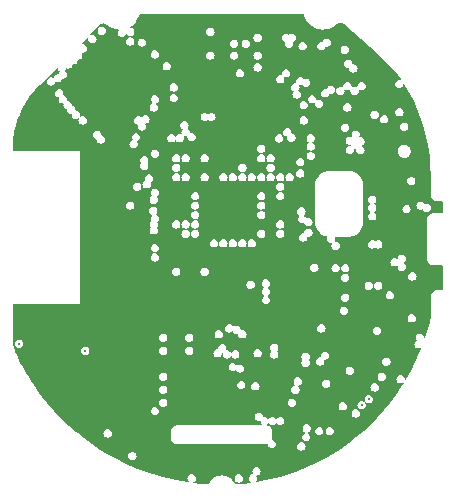
<source format=gbr>
%TF.GenerationSoftware,KiCad,Pcbnew,7.0.1*%
%TF.CreationDate,2023-12-30T02:23:50+00:00*%
%TF.ProjectId,watch_main,77617463-685f-46d6-9169-6e2e6b696361,rev?*%
%TF.SameCoordinates,Original*%
%TF.FileFunction,Copper,L4,Inr*%
%TF.FilePolarity,Positive*%
%FSLAX46Y46*%
G04 Gerber Fmt 4.6, Leading zero omitted, Abs format (unit mm)*
G04 Created by KiCad (PCBNEW 7.0.1) date 2023-12-30 02:23:50*
%MOMM*%
%LPD*%
G01*
G04 APERTURE LIST*
%TA.AperFunction,ComponentPad*%
%ADD10C,0.500000*%
%TD*%
%TA.AperFunction,ViaPad*%
%ADD11C,0.300000*%
%TD*%
G04 APERTURE END LIST*
D10*
%TO.N,GND*%
%TO.C,U301*%
X143327207Y-84751472D03*
X142478679Y-83902944D03*
X141630151Y-83054416D03*
X140781623Y-82205888D03*
X142384634Y-85694045D03*
X141536106Y-84845517D03*
X140687578Y-83996989D03*
X139839050Y-83148461D03*
X141442061Y-86636619D03*
X140593533Y-85788091D03*
X139745004Y-84939562D03*
X138896476Y-84091034D03*
X140499487Y-87579192D03*
X139650959Y-86730664D03*
X138802431Y-85882136D03*
X137953903Y-85033608D03*
%TD*%
D11*
%TO.N,GND*%
X139500000Y-97800000D03*
X154700000Y-81400000D03*
X134700000Y-107600000D03*
X134700000Y-106900000D03*
X150100000Y-95800000D03*
X165495400Y-89045400D03*
X146000000Y-81000000D03*
X139500000Y-96800000D03*
X138500000Y-94800000D03*
X147800000Y-92500000D03*
X138500000Y-99800000D03*
X157600000Y-88500000D03*
X150600000Y-95800000D03*
X160200000Y-83000000D03*
X137500000Y-89800000D03*
X139500000Y-100800000D03*
X137500000Y-103800000D03*
X154200000Y-93300000D03*
X138500000Y-91800000D03*
X163000000Y-88180000D03*
X138500000Y-95800000D03*
X136500000Y-87600000D03*
X165075000Y-102550000D03*
X157650000Y-107950000D03*
X149000000Y-79000000D03*
X138500000Y-90800000D03*
X135500000Y-86400000D03*
X160600000Y-97750000D03*
X133500000Y-89800000D03*
X142300000Y-93700000D03*
X158300000Y-104800000D03*
X138500000Y-97800000D03*
X134000000Y-85700000D03*
X139000000Y-90300000D03*
X155000000Y-91700000D03*
X148400000Y-105300000D03*
X136500000Y-103800000D03*
X136500000Y-89800000D03*
X139500000Y-90800000D03*
X151600000Y-107000000D03*
X158900000Y-101000000D03*
X166800000Y-98900000D03*
X158500000Y-97600000D03*
X139500000Y-89800000D03*
X145000000Y-80000000D03*
X147000000Y-80000000D03*
X135925000Y-104275000D03*
X139000000Y-101300000D03*
X164300000Y-96400000D03*
X138500000Y-100800000D03*
X134400000Y-105500000D03*
X150550000Y-89150000D03*
X143800000Y-92000000D03*
X159100000Y-111400000D03*
X139000000Y-98300000D03*
X157400000Y-95700000D03*
X151100000Y-95800000D03*
X157763631Y-81286369D03*
X148000000Y-79000000D03*
X134500000Y-89800000D03*
X165675000Y-105250000D03*
X150600000Y-94800000D03*
X154200000Y-108700000D03*
X135900000Y-105700000D03*
X143800000Y-90600000D03*
X151600000Y-95900000D03*
X146200000Y-98100000D03*
X145000000Y-79000000D03*
X135500000Y-89800000D03*
X136800000Y-86900000D03*
X139000000Y-99300000D03*
X139000000Y-97300000D03*
X140700000Y-89900000D03*
X133200000Y-107800000D03*
X139500000Y-92800000D03*
X163250000Y-103900000D03*
X139500000Y-101800000D03*
X151100000Y-112900000D03*
X134500000Y-103800000D03*
X139000000Y-104300000D03*
X155700000Y-110100000D03*
X150600000Y-95300000D03*
X139000000Y-91300000D03*
X166200000Y-103000000D03*
X132600000Y-105500000D03*
X137000000Y-106100000D03*
X154500000Y-102500000D03*
X138500000Y-102800000D03*
X139500000Y-94800000D03*
X139025000Y-88650000D03*
X156000000Y-83200000D03*
X135000000Y-88175000D03*
X151100000Y-94800000D03*
X166090000Y-86310000D03*
X136000000Y-88150000D03*
X151100000Y-94300000D03*
X146000000Y-80000000D03*
X146000000Y-88500000D03*
X144400000Y-89300000D03*
X139000000Y-103300000D03*
X144600000Y-104400000D03*
X138500000Y-98800000D03*
X138500000Y-92800000D03*
X156700000Y-108600000D03*
X143200000Y-90600000D03*
X152100000Y-118100000D03*
X139500000Y-99800000D03*
X147900000Y-110200000D03*
X135800000Y-111900000D03*
X139300000Y-108800000D03*
X166800000Y-96600000D03*
X162500000Y-103900000D03*
X147000000Y-79000000D03*
X139000000Y-92300000D03*
X150100000Y-94800000D03*
X151100000Y-80200000D03*
X146000000Y-79000000D03*
X136000000Y-89250000D03*
X147800000Y-112000000D03*
X133000000Y-107300000D03*
X148200000Y-118000000D03*
X135000000Y-87000000D03*
X157400000Y-101100000D03*
X150100000Y-96300000D03*
X134000000Y-88150000D03*
X139000000Y-93300000D03*
X164300000Y-94400000D03*
X150700000Y-113200000D03*
X133500000Y-87600000D03*
X139300000Y-110300000D03*
X164300000Y-87000000D03*
X165900000Y-93700000D03*
X138500000Y-103800000D03*
X160800000Y-106300000D03*
X139000000Y-100300000D03*
X153675000Y-107175000D03*
X144000000Y-79000000D03*
X147600000Y-108800000D03*
X132975000Y-88175000D03*
X146700000Y-81700000D03*
X138500000Y-96800000D03*
X159100000Y-107000000D03*
X151000000Y-79000000D03*
X156700000Y-107300000D03*
X134000000Y-104300000D03*
X151600000Y-94700000D03*
X144600000Y-108900000D03*
X154000000Y-79000000D03*
X139900000Y-114300000D03*
X147400000Y-112900000D03*
X149100000Y-81200000D03*
X138500000Y-89800000D03*
X150100000Y-94300000D03*
X139500000Y-95800000D03*
X136200000Y-86300000D03*
X151400000Y-89200000D03*
X139000000Y-96300000D03*
X150100000Y-95300000D03*
X133100000Y-106000000D03*
X151100000Y-95300000D03*
X153100000Y-81200000D03*
X155000000Y-79000000D03*
X134300000Y-109100000D03*
X142700000Y-116600000D03*
X150620000Y-110100000D03*
X148200000Y-112900000D03*
X165800000Y-92000000D03*
X137800000Y-89225000D03*
X139500000Y-102800000D03*
X154200000Y-95700000D03*
X156500000Y-112100000D03*
X158500000Y-100600000D03*
X139000000Y-94300000D03*
X164850000Y-103700000D03*
X167400000Y-93800000D03*
X137875000Y-88100000D03*
X139700000Y-105200000D03*
X135500000Y-103800000D03*
X135800000Y-107900000D03*
X135800000Y-106500000D03*
X139000000Y-89300000D03*
X159500000Y-81500000D03*
X134000000Y-89250000D03*
X153400000Y-93300000D03*
X139500000Y-93800000D03*
X164300000Y-92900000D03*
X139300000Y-111800000D03*
X134000000Y-87000000D03*
X152600000Y-90100000D03*
X149600000Y-95900000D03*
X137025000Y-88200000D03*
X133500000Y-103800000D03*
X137006630Y-89227668D03*
X155430000Y-79720000D03*
X147000000Y-91700000D03*
X139700000Y-107000000D03*
X148300000Y-111200000D03*
X137200000Y-87500000D03*
X157300000Y-83100000D03*
X147500000Y-111100000D03*
X139000000Y-95300000D03*
X149150000Y-87900000D03*
X135800000Y-107200000D03*
X148700000Y-108800000D03*
X134400000Y-106200000D03*
X153400000Y-96500000D03*
X134800000Y-109300000D03*
X135000000Y-104300000D03*
X155000000Y-82500000D03*
X134400000Y-104800000D03*
X134500000Y-87600000D03*
X139000000Y-102300000D03*
X150600000Y-83700000D03*
X135000000Y-89225000D03*
X136000000Y-87000000D03*
X134500000Y-86400000D03*
X153050000Y-102850000D03*
X143200000Y-92900000D03*
X143200000Y-92000000D03*
X153000000Y-79000000D03*
X146500000Y-101700000D03*
X150900000Y-106975000D03*
X153080000Y-79700000D03*
X138075000Y-104300000D03*
X139300000Y-113400000D03*
X151100000Y-96300000D03*
X152000000Y-79000000D03*
X167400000Y-92000000D03*
X159320000Y-87980000D03*
X133500000Y-86500000D03*
X138500000Y-101800000D03*
X146200000Y-94900000D03*
X144300000Y-100900000D03*
X149600000Y-88200000D03*
X139500000Y-98800000D03*
X134500000Y-85100000D03*
X164600000Y-98300000D03*
X147800000Y-93300000D03*
X135500000Y-111400000D03*
X163600000Y-92000000D03*
X133300000Y-108300000D03*
X149300000Y-113300000D03*
X151000000Y-100500000D03*
X135500000Y-87600000D03*
X139500000Y-91800000D03*
X149600000Y-94700000D03*
X150000000Y-79000000D03*
X139500000Y-103800000D03*
X134700000Y-110400000D03*
X145300000Y-85400000D03*
X138500000Y-93800000D03*
X154400000Y-105200000D03*
X135000000Y-85800000D03*
%TO.N,VBUS*%
X161900000Y-111800000D03*
X162500000Y-111300000D03*
%TO.N,/GNSS/ANT_OFF*%
X138500000Y-107200000D03*
X132900000Y-106600000D03*
%TD*%
%TA.AperFunction,Conductor*%
%TO.N,GND*%
G36*
X156974449Y-78650541D02*
G01*
X156981202Y-78650535D01*
X156981206Y-78650536D01*
X156991410Y-78650526D01*
X157019580Y-78660694D01*
X157034718Y-78686538D01*
X157049340Y-78765741D01*
X157124457Y-78988606D01*
X157230413Y-79198578D01*
X157365068Y-79391409D01*
X157513361Y-79550003D01*
X157525699Y-79563198D01*
X157624041Y-79642188D01*
X157709064Y-79710480D01*
X157871568Y-79806669D01*
X157911456Y-79830279D01*
X158128788Y-79920174D01*
X158356670Y-79978349D01*
X158590498Y-80003630D01*
X158825548Y-79995504D01*
X159006707Y-79963136D01*
X159057072Y-79954138D01*
X159112901Y-79935694D01*
X159280392Y-79880365D01*
X159490998Y-79775677D01*
X159684635Y-79642188D01*
X159768930Y-79564271D01*
X159773137Y-79560841D01*
X159774232Y-79560056D01*
X159866268Y-79494027D01*
X159875758Y-79488853D01*
X159979841Y-79447765D01*
X159990303Y-79445061D01*
X160101269Y-79430594D01*
X160112076Y-79430525D01*
X160223221Y-79443556D01*
X160233713Y-79446122D01*
X160338325Y-79485864D01*
X160347877Y-79490912D01*
X160414038Y-79537094D01*
X160442099Y-79556681D01*
X160446343Y-79560051D01*
X163257773Y-82090338D01*
X164330288Y-83055602D01*
X164335046Y-83060614D01*
X164776825Y-83606065D01*
X164778177Y-83607824D01*
X165203109Y-84190213D01*
X165204370Y-84192034D01*
X165219020Y-84214400D01*
X165225428Y-84246790D01*
X165207499Y-84274518D01*
X165175331Y-84281967D01*
X165078500Y-84266631D01*
X164968838Y-84283999D01*
X164869915Y-84334402D01*
X164791402Y-84412915D01*
X164740999Y-84511838D01*
X164723631Y-84621500D01*
X164740999Y-84731161D01*
X164791402Y-84830084D01*
X164869915Y-84908597D01*
X164968838Y-84959000D01*
X164983832Y-84961374D01*
X165078500Y-84976369D01*
X165188161Y-84959000D01*
X165188161Y-84958999D01*
X165287084Y-84908597D01*
X165287084Y-84908596D01*
X165287087Y-84908595D01*
X165365595Y-84830087D01*
X165374352Y-84812902D01*
X165416000Y-84731161D01*
X165425731Y-84669725D01*
X165437243Y-84646352D01*
X165459956Y-84633588D01*
X165485907Y-84635908D01*
X165505992Y-84652495D01*
X165599417Y-84795117D01*
X165600585Y-84797003D01*
X165964731Y-85419232D01*
X165965803Y-85421174D01*
X166298120Y-86060965D01*
X166299093Y-86062959D01*
X166598751Y-86718711D01*
X166599621Y-86720752D01*
X166865826Y-87390732D01*
X166866593Y-87392814D01*
X167098687Y-88075358D01*
X167099349Y-88077475D01*
X167296761Y-88770907D01*
X167297314Y-88773056D01*
X167459512Y-89475516D01*
X167459956Y-89477689D01*
X167586538Y-90187421D01*
X167586873Y-90189615D01*
X167677524Y-90904861D01*
X167677747Y-90907068D01*
X167732227Y-91625945D01*
X167732339Y-91628161D01*
X167750519Y-92349062D01*
X167750533Y-92350199D01*
X167749534Y-93945474D01*
X167749500Y-93945695D01*
X167749500Y-94000001D01*
X167749480Y-94031608D01*
X167749500Y-94031823D01*
X167749500Y-94062026D01*
X167777104Y-94182967D01*
X167830930Y-94294739D01*
X167908274Y-94391725D01*
X167987453Y-94454868D01*
X168005263Y-94469071D01*
X168117031Y-94522895D01*
X168237974Y-94550500D01*
X168237978Y-94550500D01*
X168237987Y-94550502D01*
X168243826Y-94550501D01*
X168243829Y-94550503D01*
X168706536Y-94550499D01*
X168728535Y-94556394D01*
X168744640Y-94572499D01*
X168750535Y-94594499D01*
X168750535Y-95505500D01*
X168737648Y-95536613D01*
X168706535Y-95549500D01*
X168047595Y-95549500D01*
X168000000Y-95549500D01*
X167932340Y-95549500D01*
X167902229Y-95556372D01*
X167800413Y-95579610D01*
X167678491Y-95638325D01*
X167572694Y-95722694D01*
X167488325Y-95828491D01*
X167429610Y-95950413D01*
X167399500Y-96082341D01*
X167399500Y-99417659D01*
X167429610Y-99549586D01*
X167488325Y-99671508D01*
X167572694Y-99777305D01*
X167678491Y-99861674D01*
X167678492Y-99861674D01*
X167678493Y-99861675D01*
X167800412Y-99920389D01*
X167932340Y-99950500D01*
X167943827Y-99950500D01*
X168000000Y-99950500D01*
X168047595Y-99950500D01*
X168706535Y-99950500D01*
X168737648Y-99963387D01*
X168750535Y-99994500D01*
X168750535Y-102005497D01*
X168737648Y-102036610D01*
X168706535Y-102049497D01*
X168272154Y-102049500D01*
X168237974Y-102049500D01*
X168117032Y-102077104D01*
X168005260Y-102130930D01*
X167908274Y-102208274D01*
X167830930Y-102305260D01*
X167777104Y-102417032D01*
X167749463Y-102538134D01*
X167749500Y-102599786D01*
X167749500Y-102654371D01*
X167749532Y-102654574D01*
X167750510Y-104309351D01*
X167749279Y-104319712D01*
X167565782Y-105079090D01*
X167565273Y-105081007D01*
X167338358Y-105863697D01*
X167337763Y-105865589D01*
X167264743Y-106080691D01*
X167247162Y-106103370D01*
X167219339Y-106110388D01*
X167193105Y-106098759D01*
X167179620Y-106073430D01*
X167162500Y-105965338D01*
X167112097Y-105866415D01*
X167033584Y-105787902D01*
X166934661Y-105737499D01*
X166825000Y-105720131D01*
X166715338Y-105737499D01*
X166616415Y-105787902D01*
X166537902Y-105866415D01*
X166487499Y-105965338D01*
X166470131Y-106075000D01*
X166487499Y-106184661D01*
X166537902Y-106283584D01*
X166540372Y-106286054D01*
X166552717Y-106310283D01*
X166548464Y-106337141D01*
X166529237Y-106356370D01*
X166516414Y-106362903D01*
X166437902Y-106441415D01*
X166387499Y-106540338D01*
X166370131Y-106650000D01*
X166387499Y-106759661D01*
X166437902Y-106858584D01*
X166516415Y-106937097D01*
X166615338Y-106987500D01*
X166630332Y-106989874D01*
X166725000Y-107004869D01*
X166834661Y-106987500D01*
X166861975Y-106973582D01*
X166887755Y-106969172D01*
X166911486Y-106980174D01*
X166924778Y-107002702D01*
X166922934Y-107028794D01*
X166778660Y-107398195D01*
X166777897Y-107400026D01*
X166447522Y-108144973D01*
X166446677Y-108146768D01*
X166083061Y-108876077D01*
X166082136Y-108877831D01*
X165686030Y-109589996D01*
X165685027Y-109591707D01*
X165626915Y-109685924D01*
X165603791Y-109704429D01*
X165574177Y-109704084D01*
X165551490Y-109685047D01*
X165546008Y-109655943D01*
X165554869Y-109600000D01*
X165537500Y-109490339D01*
X165537500Y-109490338D01*
X165487097Y-109391415D01*
X165408584Y-109312902D01*
X165309661Y-109262499D01*
X165200000Y-109245131D01*
X165090338Y-109262499D01*
X164991415Y-109312902D01*
X164912902Y-109391415D01*
X164862499Y-109490338D01*
X164845131Y-109600000D01*
X164862499Y-109709661D01*
X164912902Y-109808584D01*
X164991415Y-109887097D01*
X165090338Y-109937500D01*
X165105332Y-109939874D01*
X165200000Y-109954869D01*
X165309661Y-109937500D01*
X165309660Y-109937500D01*
X165406249Y-109888287D01*
X165433991Y-109884182D01*
X165458577Y-109897671D01*
X165470021Y-109923273D01*
X165463673Y-109950589D01*
X165257232Y-110285291D01*
X165256153Y-110286956D01*
X164797533Y-110960561D01*
X164796381Y-110962175D01*
X164307846Y-111614459D01*
X164306621Y-111616019D01*
X163789215Y-112245589D01*
X163787921Y-112247093D01*
X163242660Y-112852713D01*
X163241301Y-112854156D01*
X162669294Y-113434597D01*
X162667870Y-113435978D01*
X162070296Y-113990038D01*
X162068811Y-113991354D01*
X161446868Y-114517928D01*
X161445326Y-114519175D01*
X160800277Y-115017189D01*
X160798680Y-115018365D01*
X160131857Y-115486793D01*
X160130209Y-115487896D01*
X159442954Y-115925797D01*
X159441258Y-115926825D01*
X158734963Y-116333310D01*
X158733222Y-116334261D01*
X158009313Y-116708509D01*
X158007531Y-116709380D01*
X157267480Y-117050629D01*
X157265660Y-117051418D01*
X156511024Y-117358952D01*
X156509171Y-117359659D01*
X155741425Y-117632877D01*
X155739542Y-117633500D01*
X154960248Y-117871845D01*
X154958339Y-117872382D01*
X154169115Y-118075361D01*
X154167183Y-118075812D01*
X153369596Y-118243020D01*
X153367646Y-118243383D01*
X153006103Y-118302309D01*
X152979181Y-118298153D01*
X152959865Y-118278945D01*
X152955559Y-118252047D01*
X152967913Y-118227769D01*
X152987096Y-118208586D01*
X153037500Y-118109661D01*
X153040562Y-118090327D01*
X153054869Y-118000000D01*
X153038425Y-117896179D01*
X153037500Y-117890338D01*
X152998323Y-117813448D01*
X152994069Y-117786590D01*
X153006414Y-117762360D01*
X153030642Y-117750015D01*
X153109661Y-117737500D01*
X153157938Y-117712902D01*
X153208584Y-117687097D01*
X153208584Y-117687096D01*
X153208587Y-117687095D01*
X153287095Y-117608587D01*
X153337500Y-117509661D01*
X153354869Y-117400000D01*
X153337500Y-117290339D01*
X153337500Y-117290338D01*
X153287097Y-117191415D01*
X153208584Y-117112902D01*
X153109661Y-117062499D01*
X153000000Y-117045131D01*
X152890338Y-117062499D01*
X152791415Y-117112902D01*
X152712902Y-117191415D01*
X152662499Y-117290338D01*
X152645131Y-117400000D01*
X152662499Y-117509661D01*
X152701676Y-117586551D01*
X152705930Y-117613409D01*
X152693585Y-117637639D01*
X152669356Y-117649984D01*
X152590338Y-117662500D01*
X152491415Y-117712902D01*
X152412902Y-117791415D01*
X152362499Y-117890338D01*
X152345131Y-118000000D01*
X152362499Y-118109661D01*
X152412902Y-118208584D01*
X152412904Y-118208586D01*
X152412905Y-118208587D01*
X152491413Y-118287095D01*
X152514835Y-118299029D01*
X152534264Y-118318656D01*
X152538169Y-118345996D01*
X152525010Y-118370278D01*
X152499973Y-118381935D01*
X151751984Y-118469461D01*
X151750009Y-118469647D01*
X151210203Y-118508256D01*
X151185606Y-118502781D01*
X151168047Y-118484708D01*
X151076840Y-118309750D01*
X151053500Y-118278945D01*
X150953921Y-118147515D01*
X150953916Y-118147510D01*
X150805633Y-118008094D01*
X150793459Y-118000000D01*
X151145131Y-118000000D01*
X151162499Y-118109661D01*
X151212902Y-118208584D01*
X151291415Y-118287097D01*
X151390338Y-118337500D01*
X151405332Y-118339874D01*
X151500000Y-118354869D01*
X151609661Y-118337500D01*
X151678728Y-118302309D01*
X151708584Y-118287097D01*
X151708584Y-118287096D01*
X151708587Y-118287095D01*
X151787095Y-118208587D01*
X151837500Y-118109661D01*
X151854869Y-118000000D01*
X151838425Y-117896179D01*
X151837500Y-117890338D01*
X151787097Y-117791415D01*
X151708584Y-117712902D01*
X151609661Y-117662499D01*
X151500000Y-117645131D01*
X151390338Y-117662499D01*
X151291415Y-117712902D01*
X151212902Y-117791415D01*
X151162499Y-117890338D01*
X151145131Y-118000000D01*
X150793459Y-118000000D01*
X150636127Y-117895397D01*
X150450188Y-117812603D01*
X150253033Y-117762034D01*
X150090759Y-117748493D01*
X150050192Y-117745108D01*
X150050191Y-117745108D01*
X149847377Y-117762304D01*
X149650285Y-117813137D01*
X149464452Y-117896179D01*
X149295103Y-118009097D01*
X149147000Y-118148716D01*
X149024297Y-118311115D01*
X149024295Y-118311117D01*
X149024296Y-118311117D01*
X148988085Y-118380806D01*
X148932997Y-118486822D01*
X148915505Y-118504894D01*
X148890972Y-118510433D01*
X148337593Y-118472860D01*
X148335698Y-118472690D01*
X147668253Y-118398272D01*
X147643109Y-118386711D01*
X147629841Y-118362424D01*
X147633698Y-118335019D01*
X147653151Y-118315340D01*
X147708587Y-118287095D01*
X147787095Y-118208587D01*
X147837500Y-118109661D01*
X147854869Y-118000000D01*
X147838425Y-117896179D01*
X147837500Y-117890338D01*
X147787097Y-117791415D01*
X147708584Y-117712902D01*
X147609661Y-117662499D01*
X147500000Y-117645131D01*
X147390338Y-117662499D01*
X147291415Y-117712902D01*
X147212902Y-117791415D01*
X147162499Y-117890338D01*
X147145131Y-118000000D01*
X147162499Y-118109661D01*
X147212902Y-118208584D01*
X147266533Y-118262215D01*
X147278873Y-118286414D01*
X147274652Y-118313249D01*
X147255478Y-118332490D01*
X147228659Y-118336805D01*
X146692226Y-118253382D01*
X146690353Y-118253049D01*
X145878216Y-118090517D01*
X145876358Y-118090104D01*
X145071955Y-117892602D01*
X145070118Y-117892108D01*
X144275055Y-117660033D01*
X144273241Y-117659461D01*
X143488934Y-117393227D01*
X143487146Y-117392577D01*
X142715073Y-117092685D01*
X142713315Y-117091958D01*
X141954923Y-116758967D01*
X141953198Y-116758164D01*
X141209941Y-116392716D01*
X141208252Y-116391840D01*
X140674315Y-116100000D01*
X142145131Y-116100000D01*
X142162499Y-116209661D01*
X142212902Y-116308584D01*
X142291415Y-116387097D01*
X142390338Y-116437500D01*
X142405332Y-116439874D01*
X142500000Y-116454869D01*
X142609661Y-116437500D01*
X142609661Y-116437499D01*
X142708584Y-116387097D01*
X142708584Y-116387096D01*
X142708587Y-116387095D01*
X142787095Y-116308587D01*
X142837500Y-116209661D01*
X142854869Y-116100000D01*
X142838101Y-115994135D01*
X142837500Y-115990338D01*
X142787097Y-115891415D01*
X142708584Y-115812902D01*
X142609661Y-115762499D01*
X142500000Y-115745131D01*
X142390338Y-115762499D01*
X142291415Y-115812902D01*
X142212902Y-115891415D01*
X142162499Y-115990338D01*
X142145131Y-116100000D01*
X140674315Y-116100000D01*
X140481466Y-115994592D01*
X140479817Y-115993644D01*
X139770881Y-115565349D01*
X139769274Y-115564330D01*
X139079523Y-115105793D01*
X139077962Y-115104706D01*
X138408671Y-114616777D01*
X138407158Y-114615623D01*
X138402647Y-114612026D01*
X145749500Y-114612026D01*
X145777104Y-114732967D01*
X145830930Y-114844739D01*
X145908274Y-114941725D01*
X146005260Y-115019069D01*
X146005263Y-115019071D01*
X146117031Y-115072895D01*
X146237974Y-115100500D01*
X146243827Y-115100500D01*
X146300000Y-115100500D01*
X146347595Y-115100500D01*
X153752405Y-115100500D01*
X153827844Y-115100500D01*
X153862026Y-115100500D01*
X153862028Y-115100500D01*
X153891374Y-115093801D01*
X153896420Y-115092649D01*
X153920120Y-115093801D01*
X153939776Y-115107094D01*
X153949670Y-115128661D01*
X153962500Y-115209661D01*
X154012902Y-115308584D01*
X154091415Y-115387097D01*
X154190338Y-115437500D01*
X154205332Y-115439874D01*
X154300000Y-115454869D01*
X154409661Y-115437500D01*
X154409660Y-115437500D01*
X154508584Y-115387097D01*
X154508584Y-115387096D01*
X154508587Y-115387095D01*
X154587095Y-115308587D01*
X154591471Y-115300000D01*
X156445131Y-115300000D01*
X156462499Y-115409661D01*
X156512902Y-115508584D01*
X156591415Y-115587097D01*
X156690338Y-115637500D01*
X156705332Y-115639874D01*
X156800000Y-115654869D01*
X156909661Y-115637500D01*
X156909661Y-115637499D01*
X157008584Y-115587097D01*
X157008584Y-115587096D01*
X157008587Y-115587095D01*
X157087095Y-115508587D01*
X157123316Y-115437500D01*
X157137500Y-115409661D01*
X157146352Y-115353770D01*
X157154869Y-115300000D01*
X157137500Y-115190339D01*
X157137500Y-115190338D01*
X157087097Y-115091415D01*
X157008584Y-115012902D01*
X156909661Y-114962499D01*
X156800000Y-114945131D01*
X156690338Y-114962499D01*
X156591415Y-115012902D01*
X156512902Y-115091415D01*
X156462499Y-115190338D01*
X156445131Y-115300000D01*
X154591471Y-115300000D01*
X154637500Y-115209661D01*
X154640560Y-115190339D01*
X154654869Y-115100000D01*
X154637500Y-114990339D01*
X154637500Y-114990338D01*
X154587097Y-114891415D01*
X154508584Y-114812902D01*
X154409661Y-114762499D01*
X154365904Y-114755569D01*
X154344336Y-114745675D01*
X154331043Y-114726020D01*
X154329890Y-114702322D01*
X154350500Y-114612026D01*
X154350500Y-114550000D01*
X154350500Y-114502405D01*
X154350500Y-114500000D01*
X156845131Y-114500000D01*
X156862499Y-114609661D01*
X156912902Y-114708584D01*
X156991415Y-114787097D01*
X157090338Y-114837500D01*
X157105332Y-114839874D01*
X157200000Y-114854869D01*
X157309661Y-114837500D01*
X157357938Y-114812902D01*
X157408584Y-114787097D01*
X157408584Y-114787096D01*
X157408587Y-114787095D01*
X157487095Y-114708587D01*
X157490289Y-114702320D01*
X157537500Y-114609661D01*
X157546178Y-114554869D01*
X157554869Y-114500000D01*
X157537500Y-114390339D01*
X157537500Y-114390338D01*
X157487097Y-114291415D01*
X157408584Y-114212902D01*
X157329885Y-114172804D01*
X157310656Y-114153576D01*
X157306402Y-114126716D01*
X157318748Y-114102487D01*
X157342976Y-114090142D01*
X157359661Y-114087500D01*
X157426890Y-114053245D01*
X157458584Y-114037097D01*
X157458584Y-114037096D01*
X157458587Y-114037095D01*
X157495683Y-113999999D01*
X157945131Y-113999999D01*
X157962499Y-114109661D01*
X158012902Y-114208584D01*
X158091415Y-114287097D01*
X158190338Y-114337500D01*
X158205332Y-114339874D01*
X158300000Y-114354869D01*
X158409661Y-114337500D01*
X158409661Y-114337499D01*
X158508584Y-114287097D01*
X158508584Y-114287096D01*
X158508587Y-114287095D01*
X158587095Y-114208587D01*
X158591471Y-114200000D01*
X158637500Y-114109661D01*
X158640560Y-114090339D01*
X158654869Y-114000000D01*
X158654869Y-113999999D01*
X158845131Y-113999999D01*
X158862499Y-114109661D01*
X158912902Y-114208584D01*
X158991415Y-114287097D01*
X159090338Y-114337500D01*
X159105332Y-114339874D01*
X159200000Y-114354869D01*
X159309661Y-114337500D01*
X159309661Y-114337499D01*
X159408584Y-114287097D01*
X159408584Y-114287096D01*
X159408587Y-114287095D01*
X159487095Y-114208587D01*
X159491471Y-114200000D01*
X159537500Y-114109661D01*
X159540560Y-114090339D01*
X159554869Y-114000000D01*
X159537500Y-113890339D01*
X159537500Y-113890338D01*
X159487097Y-113791415D01*
X159408584Y-113712902D01*
X159309661Y-113662499D01*
X159200000Y-113645131D01*
X159090338Y-113662499D01*
X158991415Y-113712902D01*
X158912902Y-113791415D01*
X158862499Y-113890338D01*
X158845131Y-113999999D01*
X158654869Y-113999999D01*
X158637500Y-113890339D01*
X158637500Y-113890338D01*
X158587097Y-113791415D01*
X158508584Y-113712902D01*
X158409661Y-113662499D01*
X158300000Y-113645131D01*
X158190338Y-113662499D01*
X158091415Y-113712902D01*
X158012902Y-113791415D01*
X157962499Y-113890338D01*
X157945131Y-113999999D01*
X157495683Y-113999999D01*
X157537095Y-113958587D01*
X157571870Y-113890338D01*
X157587500Y-113859661D01*
X157598309Y-113791415D01*
X157604869Y-113750000D01*
X157587500Y-113640339D01*
X157587500Y-113640338D01*
X157537097Y-113541415D01*
X157458584Y-113462902D01*
X157359661Y-113412499D01*
X157250000Y-113395131D01*
X157140338Y-113412499D01*
X157041415Y-113462902D01*
X156962902Y-113541415D01*
X156912499Y-113640338D01*
X156895131Y-113749999D01*
X156912499Y-113859661D01*
X156962902Y-113958584D01*
X156962905Y-113958587D01*
X157041413Y-114037095D01*
X157120115Y-114077195D01*
X157139343Y-114096423D01*
X157143597Y-114123281D01*
X157131252Y-114147511D01*
X157107023Y-114159857D01*
X157090338Y-114162499D01*
X156991415Y-114212902D01*
X156912902Y-114291415D01*
X156862499Y-114390338D01*
X156845131Y-114500000D01*
X154350500Y-114500000D01*
X154350500Y-114022156D01*
X154350500Y-113987974D01*
X154322895Y-113867031D01*
X154269071Y-113755263D01*
X154264873Y-113749999D01*
X154191725Y-113658274D01*
X154094739Y-113580930D01*
X153982967Y-113527104D01*
X153926742Y-113514271D01*
X153901131Y-113497502D01*
X153892656Y-113468086D01*
X153905420Y-113440261D01*
X153908585Y-113437096D01*
X153908587Y-113437095D01*
X153987095Y-113358587D01*
X153987095Y-113358586D01*
X153992023Y-113353659D01*
X153993008Y-113354644D01*
X154009231Y-113340036D01*
X154040769Y-113340036D01*
X154056991Y-113354644D01*
X154057977Y-113353659D01*
X154141415Y-113437097D01*
X154240338Y-113487500D01*
X154255332Y-113489874D01*
X154350000Y-113504869D01*
X154459661Y-113487500D01*
X154461402Y-113486613D01*
X154558584Y-113437097D01*
X154558584Y-113437096D01*
X154558587Y-113437095D01*
X154637095Y-113358587D01*
X154637095Y-113358586D01*
X154642023Y-113353659D01*
X154643008Y-113354644D01*
X154659231Y-113340036D01*
X154690769Y-113340036D01*
X154706991Y-113354644D01*
X154707977Y-113353659D01*
X154791415Y-113437097D01*
X154890338Y-113487500D01*
X154905332Y-113489874D01*
X155000000Y-113504869D01*
X155109661Y-113487500D01*
X155111402Y-113486613D01*
X155208584Y-113437097D01*
X155208584Y-113437096D01*
X155208587Y-113437095D01*
X155287095Y-113358587D01*
X155296548Y-113340036D01*
X155337500Y-113259661D01*
X155350785Y-113175782D01*
X155354869Y-113150000D01*
X155337500Y-113040339D01*
X155337500Y-113040338D01*
X155287097Y-112941415D01*
X155208584Y-112862902D01*
X155109661Y-112812499D01*
X155000000Y-112795131D01*
X154890338Y-112812499D01*
X154791415Y-112862902D01*
X154749696Y-112904621D01*
X154712905Y-112941413D01*
X154712904Y-112941414D01*
X154707978Y-112946341D01*
X154706993Y-112945356D01*
X154690768Y-112959966D01*
X154659232Y-112959966D01*
X154643006Y-112945356D01*
X154642022Y-112946341D01*
X154637095Y-112941414D01*
X154637095Y-112941413D01*
X154558587Y-112862905D01*
X154558586Y-112862904D01*
X154558584Y-112862902D01*
X154459661Y-112812499D01*
X154350000Y-112795131D01*
X154240338Y-112812499D01*
X154141415Y-112862902D01*
X154099696Y-112904621D01*
X154062905Y-112941413D01*
X154062904Y-112941414D01*
X154057978Y-112946341D01*
X154056993Y-112945356D01*
X154040768Y-112959966D01*
X154009232Y-112959966D01*
X153993006Y-112945356D01*
X153992022Y-112946341D01*
X153987095Y-112941414D01*
X153987095Y-112941413D01*
X153908587Y-112862905D01*
X153908586Y-112862904D01*
X153908584Y-112862902D01*
X153809661Y-112812499D01*
X153714993Y-112797505D01*
X153700000Y-112795131D01*
X153699999Y-112795131D01*
X153601126Y-112810791D01*
X153568380Y-112802930D01*
X153550785Y-112774216D01*
X153537500Y-112690338D01*
X153487097Y-112591415D01*
X153408584Y-112512902D01*
X153383260Y-112499999D01*
X161045131Y-112499999D01*
X161062499Y-112609661D01*
X161112902Y-112708584D01*
X161191415Y-112787097D01*
X161290338Y-112837500D01*
X161305332Y-112839874D01*
X161400000Y-112854869D01*
X161509661Y-112837500D01*
X161562081Y-112810791D01*
X161608584Y-112787097D01*
X161608584Y-112787096D01*
X161608587Y-112787095D01*
X161687095Y-112708587D01*
X161696394Y-112690338D01*
X161737500Y-112609661D01*
X161741074Y-112587095D01*
X161754869Y-112500000D01*
X161737500Y-112390339D01*
X161737500Y-112390338D01*
X161687097Y-112291415D01*
X161608584Y-112212902D01*
X161509661Y-112162499D01*
X161400000Y-112145131D01*
X161290338Y-112162499D01*
X161191415Y-112212902D01*
X161112902Y-112291415D01*
X161062499Y-112390338D01*
X161045131Y-112499999D01*
X153383260Y-112499999D01*
X153309661Y-112462499D01*
X153200000Y-112445131D01*
X153090338Y-112462499D01*
X152991415Y-112512902D01*
X152912902Y-112591415D01*
X152862499Y-112690338D01*
X152845131Y-112799999D01*
X152862499Y-112909661D01*
X152912902Y-113008584D01*
X152991415Y-113087097D01*
X153090338Y-113137500D01*
X153107707Y-113140250D01*
X153200000Y-113154869D01*
X153298874Y-113139208D01*
X153331618Y-113147069D01*
X153349214Y-113175782D01*
X153362500Y-113259661D01*
X153412902Y-113358584D01*
X153478705Y-113424387D01*
X153491592Y-113455500D01*
X153478705Y-113486613D01*
X153447592Y-113499500D01*
X146237974Y-113499500D01*
X146117032Y-113527104D01*
X146005260Y-113580930D01*
X145908274Y-113658274D01*
X145830930Y-113755260D01*
X145777104Y-113867032D01*
X145749500Y-113987974D01*
X145749500Y-114612026D01*
X138402647Y-114612026D01*
X137885965Y-114199999D01*
X140045131Y-114199999D01*
X140062499Y-114309661D01*
X140112902Y-114408584D01*
X140191415Y-114487097D01*
X140290338Y-114537500D01*
X140305332Y-114539874D01*
X140400000Y-114554869D01*
X140509661Y-114537500D01*
X140545626Y-114519175D01*
X140608584Y-114487097D01*
X140608584Y-114487096D01*
X140608587Y-114487095D01*
X140687095Y-114408587D01*
X140696394Y-114390338D01*
X140737500Y-114309661D01*
X140741218Y-114286186D01*
X140754869Y-114200000D01*
X140737500Y-114090339D01*
X140737500Y-114090338D01*
X140687097Y-113991415D01*
X140608584Y-113912902D01*
X140509661Y-113862499D01*
X140400000Y-113845131D01*
X140290338Y-113862499D01*
X140191415Y-113912902D01*
X140112902Y-113991415D01*
X140062499Y-114090338D01*
X140045131Y-114199999D01*
X137885965Y-114199999D01*
X137759586Y-114099218D01*
X137758125Y-114098000D01*
X137133496Y-113554096D01*
X137132088Y-113552816D01*
X136531536Y-112982401D01*
X136530185Y-112981061D01*
X135954853Y-112385218D01*
X135953562Y-112383821D01*
X135879353Y-112299999D01*
X144045131Y-112299999D01*
X144062499Y-112409661D01*
X144112902Y-112508584D01*
X144191415Y-112587097D01*
X144290338Y-112637500D01*
X144305332Y-112639874D01*
X144400000Y-112654869D01*
X144509661Y-112637500D01*
X144509661Y-112637499D01*
X144608584Y-112587097D01*
X144608584Y-112587096D01*
X144608587Y-112587095D01*
X144687095Y-112508587D01*
X144691471Y-112500000D01*
X144737500Y-112409661D01*
X144740560Y-112390339D01*
X144754869Y-112300000D01*
X144737500Y-112190339D01*
X144737500Y-112190338D01*
X144687097Y-112091415D01*
X144608584Y-112012902D01*
X144509661Y-111962499D01*
X144400000Y-111945131D01*
X144290338Y-111962499D01*
X144191415Y-112012902D01*
X144112902Y-112091415D01*
X144062499Y-112190338D01*
X144045131Y-112299999D01*
X135879353Y-112299999D01*
X135404543Y-111763685D01*
X135403313Y-111762234D01*
X135283470Y-111614459D01*
X135271743Y-111599999D01*
X144745131Y-111599999D01*
X144762499Y-111709661D01*
X144812902Y-111808584D01*
X144891415Y-111887097D01*
X144990338Y-111937500D01*
X145005332Y-111939874D01*
X145100000Y-111954869D01*
X145209661Y-111937500D01*
X145209660Y-111937500D01*
X145308584Y-111887097D01*
X145308584Y-111887096D01*
X145308587Y-111887095D01*
X145387095Y-111808587D01*
X145391471Y-111800000D01*
X145437500Y-111709661D01*
X145440560Y-111690339D01*
X145454869Y-111600000D01*
X145454869Y-111599999D01*
X155645131Y-111599999D01*
X155662499Y-111709661D01*
X155712902Y-111808584D01*
X155791415Y-111887097D01*
X155890338Y-111937500D01*
X155905332Y-111939874D01*
X156000000Y-111954869D01*
X156109661Y-111937500D01*
X156109660Y-111937500D01*
X156183260Y-111900000D01*
X159945131Y-111900000D01*
X159962499Y-112009661D01*
X160012902Y-112108584D01*
X160091415Y-112187097D01*
X160190338Y-112237500D01*
X160205332Y-112239874D01*
X160300000Y-112254869D01*
X160409661Y-112237500D01*
X160457938Y-112212902D01*
X160508584Y-112187097D01*
X160508584Y-112187096D01*
X160508587Y-112187095D01*
X160587095Y-112108587D01*
X160637500Y-112009661D01*
X160654869Y-111900000D01*
X160639030Y-111799999D01*
X161545131Y-111799999D01*
X161562499Y-111909661D01*
X161612902Y-112008584D01*
X161691415Y-112087097D01*
X161790338Y-112137500D01*
X161805332Y-112139874D01*
X161900000Y-112154869D01*
X162009661Y-112137500D01*
X162009660Y-112137500D01*
X162108584Y-112087097D01*
X162108584Y-112087096D01*
X162108587Y-112087095D01*
X162187095Y-112008587D01*
X162210578Y-111962500D01*
X162237500Y-111909661D01*
X162241074Y-111887095D01*
X162254869Y-111800000D01*
X162240250Y-111707707D01*
X162237500Y-111690338D01*
X162200361Y-111617448D01*
X162196781Y-111587201D01*
X162213703Y-111561876D01*
X162243017Y-111553609D01*
X162270678Y-111566360D01*
X162291415Y-111587097D01*
X162390338Y-111637500D01*
X162405332Y-111639874D01*
X162500000Y-111654869D01*
X162609661Y-111637500D01*
X162651820Y-111616019D01*
X162708584Y-111587097D01*
X162708584Y-111587096D01*
X162708587Y-111587095D01*
X162787095Y-111508587D01*
X162796394Y-111490338D01*
X162837500Y-111409661D01*
X162840390Y-111391413D01*
X162854869Y-111300000D01*
X162837500Y-111190339D01*
X162837500Y-111190338D01*
X162787097Y-111091415D01*
X162708584Y-111012902D01*
X162609661Y-110962499D01*
X162500000Y-110945131D01*
X162390338Y-110962499D01*
X162291415Y-111012902D01*
X162212902Y-111091415D01*
X162162499Y-111190338D01*
X162145131Y-111299999D01*
X162162499Y-111409661D01*
X162199638Y-111482551D01*
X162203218Y-111512798D01*
X162186296Y-111538123D01*
X162156982Y-111546390D01*
X162129321Y-111533639D01*
X162108584Y-111512902D01*
X162009661Y-111462499D01*
X161900000Y-111445131D01*
X161790338Y-111462499D01*
X161691415Y-111512902D01*
X161612902Y-111591415D01*
X161562499Y-111690338D01*
X161545131Y-111799999D01*
X160639030Y-111799999D01*
X160637500Y-111790339D01*
X160637500Y-111790338D01*
X160587097Y-111691415D01*
X160508584Y-111612902D01*
X160409661Y-111562499D01*
X160300000Y-111545131D01*
X160190338Y-111562499D01*
X160091415Y-111612902D01*
X160012902Y-111691415D01*
X159962499Y-111790338D01*
X159945131Y-111900000D01*
X156183260Y-111900000D01*
X156208584Y-111887097D01*
X156208584Y-111887096D01*
X156208587Y-111887095D01*
X156287095Y-111808587D01*
X156291471Y-111800000D01*
X156337500Y-111709661D01*
X156340560Y-111690339D01*
X156354869Y-111600000D01*
X156337500Y-111490339D01*
X156337500Y-111490338D01*
X156287097Y-111391415D01*
X156208584Y-111312902D01*
X156109661Y-111262499D01*
X156000000Y-111245131D01*
X155890338Y-111262499D01*
X155791415Y-111312902D01*
X155712902Y-111391415D01*
X155662499Y-111490338D01*
X155645131Y-111599999D01*
X145454869Y-111599999D01*
X145437500Y-111490339D01*
X145437500Y-111490338D01*
X145387097Y-111391415D01*
X145308584Y-111312902D01*
X145209661Y-111262499D01*
X145100000Y-111245131D01*
X144990338Y-111262499D01*
X144891415Y-111312902D01*
X144812902Y-111391415D01*
X144762499Y-111490338D01*
X144745131Y-111599999D01*
X135271743Y-111599999D01*
X134881594Y-111118917D01*
X134880435Y-111117424D01*
X134861144Y-111091415D01*
X134422498Y-110500000D01*
X144745131Y-110500000D01*
X144762499Y-110609661D01*
X144812902Y-110708584D01*
X144891415Y-110787097D01*
X144990338Y-110837500D01*
X145005332Y-110839874D01*
X145100000Y-110854869D01*
X145209661Y-110837500D01*
X145209660Y-110837500D01*
X145308584Y-110787097D01*
X145308584Y-110787096D01*
X145308587Y-110787095D01*
X145387095Y-110708587D01*
X145423316Y-110637500D01*
X145437500Y-110609661D01*
X145446178Y-110554869D01*
X145454869Y-110500000D01*
X145437500Y-110390339D01*
X145437500Y-110390338D01*
X145387097Y-110291415D01*
X145308584Y-110212902D01*
X145209661Y-110162499D01*
X145100000Y-110145131D01*
X144990338Y-110162499D01*
X144891415Y-110212902D01*
X144812902Y-110291415D01*
X144762499Y-110390338D01*
X144745131Y-110500000D01*
X134422498Y-110500000D01*
X134387024Y-110452172D01*
X134385926Y-110450623D01*
X134342936Y-110387095D01*
X134148657Y-110099999D01*
X151345131Y-110099999D01*
X151362499Y-110209661D01*
X151412902Y-110308584D01*
X151491415Y-110387097D01*
X151590338Y-110437500D01*
X151605332Y-110439874D01*
X151700000Y-110454869D01*
X151809661Y-110437500D01*
X151809661Y-110437499D01*
X151908584Y-110387097D01*
X151908584Y-110387096D01*
X151908587Y-110387095D01*
X151987095Y-110308587D01*
X151991471Y-110300000D01*
X152037500Y-110209661D01*
X152039030Y-110200000D01*
X152545131Y-110200000D01*
X152562499Y-110309661D01*
X152612902Y-110408584D01*
X152691415Y-110487097D01*
X152790338Y-110537500D01*
X152805332Y-110539874D01*
X152900000Y-110554869D01*
X153009661Y-110537500D01*
X153009661Y-110537499D01*
X153083260Y-110500000D01*
X155945131Y-110500000D01*
X155962499Y-110609661D01*
X156012902Y-110708584D01*
X156091415Y-110787097D01*
X156190338Y-110837500D01*
X156205332Y-110839874D01*
X156300000Y-110854869D01*
X156409661Y-110837500D01*
X156409660Y-110837500D01*
X156508584Y-110787097D01*
X156508584Y-110787096D01*
X156508587Y-110787095D01*
X156587095Y-110708587D01*
X156623316Y-110637500D01*
X156637500Y-110609661D01*
X156646178Y-110554869D01*
X156654869Y-110500000D01*
X156637500Y-110390339D01*
X156637500Y-110390338D01*
X156587097Y-110291415D01*
X156518373Y-110222691D01*
X156505546Y-110193881D01*
X156515292Y-110163888D01*
X156542601Y-110148121D01*
X156609661Y-110137500D01*
X156612387Y-110136111D01*
X156708584Y-110087097D01*
X156708584Y-110087096D01*
X156708587Y-110087095D01*
X156787095Y-110008587D01*
X156791471Y-110000000D01*
X158545131Y-110000000D01*
X158562499Y-110109661D01*
X158612902Y-110208584D01*
X158691415Y-110287097D01*
X158790338Y-110337500D01*
X158805332Y-110339874D01*
X158900000Y-110354869D01*
X159009661Y-110337500D01*
X159009661Y-110337499D01*
X159083260Y-110300000D01*
X162645131Y-110300000D01*
X162662499Y-110409661D01*
X162712902Y-110508584D01*
X162791415Y-110587097D01*
X162890338Y-110637500D01*
X162905332Y-110639874D01*
X163000000Y-110654869D01*
X163109661Y-110637500D01*
X163109660Y-110637500D01*
X163208584Y-110587097D01*
X163208584Y-110587096D01*
X163208587Y-110587095D01*
X163287095Y-110508587D01*
X163291471Y-110500000D01*
X163337500Y-110409661D01*
X163340560Y-110390339D01*
X163354869Y-110300000D01*
X163337500Y-110190339D01*
X163337500Y-110190338D01*
X163287097Y-110091415D01*
X163208584Y-110012902D01*
X163109661Y-109962499D01*
X163000000Y-109945131D01*
X162890338Y-109962499D01*
X162791415Y-110012902D01*
X162712902Y-110091415D01*
X162662499Y-110190338D01*
X162645131Y-110300000D01*
X159083260Y-110300000D01*
X159108584Y-110287097D01*
X159108584Y-110287096D01*
X159108587Y-110287095D01*
X159187095Y-110208587D01*
X159191471Y-110200000D01*
X159237500Y-110109661D01*
X159240560Y-110090339D01*
X159254869Y-110000000D01*
X159238661Y-109897671D01*
X159237500Y-109890338D01*
X159187097Y-109791415D01*
X159108584Y-109712902D01*
X159009661Y-109662499D01*
X158900000Y-109645131D01*
X158790338Y-109662499D01*
X158691415Y-109712902D01*
X158612902Y-109791415D01*
X158562499Y-109890338D01*
X158545131Y-110000000D01*
X156791471Y-110000000D01*
X156837500Y-109909661D01*
X156840560Y-109890339D01*
X156854869Y-109800000D01*
X156837500Y-109690339D01*
X156837500Y-109690338D01*
X156787097Y-109591415D01*
X156708584Y-109512902D01*
X156609661Y-109462499D01*
X156500000Y-109445131D01*
X156390338Y-109462499D01*
X156291415Y-109512902D01*
X156212902Y-109591415D01*
X156162499Y-109690338D01*
X156145131Y-109800000D01*
X156162499Y-109909661D01*
X156212902Y-110008584D01*
X156281626Y-110077308D01*
X156294453Y-110106118D01*
X156284707Y-110136111D01*
X156257396Y-110151879D01*
X156190338Y-110162499D01*
X156091415Y-110212902D01*
X156012902Y-110291415D01*
X155962499Y-110390338D01*
X155945131Y-110500000D01*
X153083260Y-110500000D01*
X153108584Y-110487097D01*
X153108584Y-110487096D01*
X153108587Y-110487095D01*
X153187095Y-110408587D01*
X153196394Y-110390338D01*
X153237500Y-110309661D01*
X153241360Y-110285291D01*
X153254869Y-110200000D01*
X153239030Y-110099999D01*
X153237500Y-110090338D01*
X153187097Y-109991415D01*
X153108584Y-109912902D01*
X153009661Y-109862499D01*
X152900000Y-109845131D01*
X152790338Y-109862499D01*
X152691415Y-109912902D01*
X152612902Y-109991415D01*
X152562499Y-110090338D01*
X152545131Y-110200000D01*
X152039030Y-110200000D01*
X152040560Y-110190339D01*
X152054869Y-110100000D01*
X152039030Y-110000000D01*
X152037500Y-109990338D01*
X151987097Y-109891415D01*
X151908584Y-109812902D01*
X151809661Y-109762499D01*
X151700000Y-109745131D01*
X151590338Y-109762499D01*
X151491415Y-109812902D01*
X151412902Y-109891415D01*
X151362499Y-109990338D01*
X151345131Y-110099999D01*
X134148657Y-110099999D01*
X133921719Y-109764640D01*
X133920691Y-109763046D01*
X133900444Y-109730146D01*
X133697267Y-109399999D01*
X144745131Y-109399999D01*
X144762499Y-109509661D01*
X144812902Y-109608584D01*
X144891415Y-109687097D01*
X144990338Y-109737500D01*
X145005332Y-109739874D01*
X145100000Y-109754869D01*
X145209661Y-109737500D01*
X145257938Y-109712902D01*
X145308584Y-109687097D01*
X145308584Y-109687096D01*
X145308587Y-109687095D01*
X145387095Y-109608587D01*
X145391471Y-109600000D01*
X145437500Y-109509661D01*
X145440560Y-109490339D01*
X145454869Y-109400000D01*
X145454869Y-109399999D01*
X163245131Y-109399999D01*
X163262499Y-109509661D01*
X163312902Y-109608584D01*
X163391415Y-109687097D01*
X163490338Y-109737500D01*
X163505332Y-109739874D01*
X163600000Y-109754869D01*
X163709661Y-109737500D01*
X163757938Y-109712902D01*
X163808584Y-109687097D01*
X163808584Y-109687096D01*
X163808587Y-109687095D01*
X163887095Y-109608587D01*
X163891471Y-109600000D01*
X163937500Y-109509661D01*
X163940560Y-109490339D01*
X163954869Y-109400000D01*
X163937500Y-109290339D01*
X163937500Y-109290338D01*
X163887097Y-109191415D01*
X163808584Y-109112902D01*
X163709661Y-109062499D01*
X163600000Y-109045131D01*
X163490338Y-109062499D01*
X163391415Y-109112902D01*
X163312902Y-109191415D01*
X163262499Y-109290338D01*
X163245131Y-109399999D01*
X145454869Y-109399999D01*
X145437500Y-109290339D01*
X145437500Y-109290338D01*
X145387097Y-109191415D01*
X145308584Y-109112902D01*
X145209661Y-109062499D01*
X145100000Y-109045131D01*
X144990338Y-109062499D01*
X144891415Y-109112902D01*
X144812902Y-109191415D01*
X144762499Y-109290338D01*
X144745131Y-109399999D01*
X133697267Y-109399999D01*
X133486592Y-109057669D01*
X133485634Y-109056035D01*
X133479557Y-109045131D01*
X133217550Y-108574999D01*
X150645131Y-108574999D01*
X150662499Y-108684661D01*
X150712902Y-108783584D01*
X150791415Y-108862097D01*
X150890338Y-108912500D01*
X150905332Y-108914874D01*
X151000000Y-108929869D01*
X151109661Y-108912500D01*
X151208587Y-108862095D01*
X151219179Y-108851502D01*
X151243406Y-108839158D01*
X151270265Y-108843412D01*
X151289493Y-108862639D01*
X151296788Y-108876955D01*
X151312904Y-108908586D01*
X151391415Y-108987097D01*
X151490338Y-109037500D01*
X151505332Y-109039874D01*
X151600000Y-109054869D01*
X151709661Y-109037500D01*
X151709661Y-109037499D01*
X151808584Y-108987097D01*
X151808584Y-108987096D01*
X151808587Y-108987095D01*
X151887095Y-108908587D01*
X151891471Y-108900000D01*
X151891472Y-108899999D01*
X160545131Y-108899999D01*
X160562499Y-109009661D01*
X160612902Y-109108584D01*
X160691415Y-109187097D01*
X160790338Y-109237500D01*
X160805332Y-109239874D01*
X160900000Y-109254869D01*
X161009661Y-109237500D01*
X161009660Y-109237500D01*
X161108584Y-109187097D01*
X161108584Y-109187096D01*
X161108587Y-109187095D01*
X161187095Y-109108587D01*
X161210578Y-109062500D01*
X161237500Y-109009661D01*
X161237500Y-109009660D01*
X161254869Y-108900000D01*
X161237500Y-108790339D01*
X161237500Y-108790338D01*
X161187097Y-108691415D01*
X161108584Y-108612902D01*
X161009661Y-108562499D01*
X160900000Y-108545131D01*
X160790338Y-108562499D01*
X160691415Y-108612902D01*
X160612902Y-108691415D01*
X160562499Y-108790338D01*
X160545131Y-108899999D01*
X151891472Y-108899999D01*
X151937500Y-108809661D01*
X151940560Y-108790339D01*
X151954869Y-108700000D01*
X151937500Y-108590339D01*
X151937500Y-108590338D01*
X151887097Y-108491415D01*
X151808584Y-108412902D01*
X151709661Y-108362499D01*
X151600000Y-108345131D01*
X151490338Y-108362499D01*
X151391414Y-108412903D01*
X151380821Y-108423496D01*
X151356591Y-108435840D01*
X151329733Y-108431586D01*
X151310504Y-108412357D01*
X151308583Y-108408587D01*
X151287095Y-108366413D01*
X151208587Y-108287905D01*
X151208584Y-108287902D01*
X151109661Y-108237499D01*
X151000000Y-108220131D01*
X150890338Y-108237499D01*
X150791415Y-108287902D01*
X150712902Y-108366415D01*
X150662499Y-108465338D01*
X150645131Y-108574999D01*
X133217550Y-108574999D01*
X133082414Y-108332519D01*
X133081531Y-108330849D01*
X133070355Y-108308584D01*
X133015853Y-108199999D01*
X156801556Y-108199999D01*
X156818924Y-108309661D01*
X156869327Y-108408584D01*
X156947840Y-108487097D01*
X157046763Y-108537500D01*
X157061757Y-108539874D01*
X157156425Y-108554869D01*
X157266086Y-108537500D01*
X157266085Y-108537500D01*
X157365009Y-108487097D01*
X157365009Y-108487096D01*
X157365012Y-108487095D01*
X157443520Y-108408587D01*
X157467003Y-108362500D01*
X157493925Y-108309661D01*
X157505354Y-108237500D01*
X157511294Y-108200000D01*
X157495455Y-108100000D01*
X158045131Y-108100000D01*
X158062499Y-108209661D01*
X158112902Y-108308584D01*
X158191415Y-108387097D01*
X158290338Y-108437500D01*
X158305332Y-108439874D01*
X158400000Y-108454869D01*
X158509661Y-108437500D01*
X158557938Y-108412902D01*
X158608584Y-108387097D01*
X158608584Y-108387096D01*
X158608587Y-108387095D01*
X158687095Y-108308587D01*
X158697635Y-108287902D01*
X158737500Y-108209661D01*
X158739030Y-108199999D01*
X158752889Y-108112499D01*
X163645131Y-108112499D01*
X163662499Y-108222161D01*
X163712902Y-108321084D01*
X163791415Y-108399597D01*
X163890338Y-108450000D01*
X163905332Y-108452374D01*
X164000000Y-108467369D01*
X164109661Y-108450000D01*
X164145801Y-108431586D01*
X164208584Y-108399597D01*
X164208584Y-108399596D01*
X164208587Y-108399595D01*
X164287095Y-108321087D01*
X164304004Y-108287902D01*
X164337500Y-108222161D01*
X164349441Y-108146768D01*
X164354869Y-108112500D01*
X164337500Y-108002839D01*
X164337500Y-108002838D01*
X164287097Y-107903915D01*
X164208584Y-107825402D01*
X164109661Y-107774999D01*
X164000000Y-107757631D01*
X163890338Y-107774999D01*
X163791415Y-107825402D01*
X163712902Y-107903915D01*
X163662499Y-108002838D01*
X163645131Y-108112499D01*
X158752889Y-108112499D01*
X158754869Y-108100000D01*
X158739603Y-108003616D01*
X158743857Y-107976758D01*
X158763087Y-107957529D01*
X158789945Y-107953276D01*
X158800000Y-107954869D01*
X158800001Y-107954868D01*
X158800002Y-107954869D01*
X158909661Y-107937500D01*
X159008584Y-107887097D01*
X159008584Y-107887096D01*
X159008587Y-107887095D01*
X159087095Y-107808587D01*
X159104209Y-107775000D01*
X159137500Y-107709661D01*
X159141074Y-107687095D01*
X159154869Y-107600000D01*
X159139030Y-107499999D01*
X159137500Y-107490338D01*
X159087097Y-107391415D01*
X159008584Y-107312902D01*
X158909661Y-107262499D01*
X158800000Y-107245131D01*
X158690338Y-107262499D01*
X158591415Y-107312902D01*
X158512902Y-107391415D01*
X158462499Y-107490338D01*
X158445131Y-107600000D01*
X158460396Y-107696382D01*
X158456142Y-107723240D01*
X158436915Y-107742469D01*
X158410057Y-107746723D01*
X158400000Y-107745131D01*
X158399999Y-107745131D01*
X158290338Y-107762499D01*
X158191415Y-107812902D01*
X158112902Y-107891415D01*
X158062499Y-107990338D01*
X158045131Y-108100000D01*
X157495455Y-108100000D01*
X157493925Y-108090339D01*
X157493925Y-108090338D01*
X157443522Y-107991415D01*
X157433220Y-107981113D01*
X157420333Y-107950000D01*
X157433220Y-107918887D01*
X157433220Y-107918886D01*
X157443520Y-107908587D01*
X157445901Y-107903915D01*
X157493925Y-107809661D01*
X157499415Y-107774999D01*
X157511294Y-107700000D01*
X157495455Y-107600000D01*
X157493925Y-107590338D01*
X157443522Y-107491415D01*
X157365009Y-107412902D01*
X157266086Y-107362499D01*
X157156425Y-107345131D01*
X157046763Y-107362499D01*
X156947840Y-107412902D01*
X156869327Y-107491415D01*
X156818924Y-107590338D01*
X156802129Y-107696382D01*
X156801556Y-107700000D01*
X156802916Y-107708584D01*
X156818924Y-107809661D01*
X156869327Y-107908584D01*
X156879630Y-107918887D01*
X156892517Y-107950000D01*
X156879630Y-107981113D01*
X156869327Y-107991415D01*
X156818924Y-108090338D01*
X156801556Y-108199999D01*
X133015853Y-108199999D01*
X132710192Y-107591030D01*
X132708976Y-107588394D01*
X132582792Y-107289270D01*
X132581436Y-107285611D01*
X132553966Y-107200000D01*
X138145131Y-107200000D01*
X138162499Y-107309661D01*
X138212902Y-107408584D01*
X138291415Y-107487097D01*
X138390338Y-107537500D01*
X138405332Y-107539874D01*
X138500000Y-107554869D01*
X138609661Y-107537500D01*
X138622928Y-107530740D01*
X138708584Y-107487097D01*
X138708584Y-107487096D01*
X138708587Y-107487095D01*
X138787095Y-107408587D01*
X138789628Y-107403617D01*
X138837500Y-107309661D01*
X138840560Y-107290339D01*
X138854869Y-107200000D01*
X144745131Y-107200000D01*
X144762499Y-107309661D01*
X144812902Y-107408584D01*
X144891415Y-107487097D01*
X144990338Y-107537500D01*
X145005332Y-107539874D01*
X145100000Y-107554869D01*
X145209661Y-107537500D01*
X145222928Y-107530740D01*
X145308584Y-107487097D01*
X145308584Y-107487096D01*
X145308587Y-107487095D01*
X145387095Y-107408587D01*
X145389628Y-107403617D01*
X145437500Y-107309661D01*
X145440560Y-107290339D01*
X145454869Y-107200000D01*
X146945131Y-107200000D01*
X146962499Y-107309661D01*
X147012902Y-107408584D01*
X147091415Y-107487097D01*
X147190338Y-107537500D01*
X147205332Y-107539874D01*
X147300000Y-107554869D01*
X147409661Y-107537500D01*
X147422928Y-107530740D01*
X147508584Y-107487097D01*
X147508584Y-107487096D01*
X147508587Y-107487095D01*
X147587095Y-107408587D01*
X147589628Y-107403617D01*
X147591471Y-107400000D01*
X149345131Y-107400000D01*
X149362499Y-107509661D01*
X149412902Y-107608584D01*
X149491415Y-107687097D01*
X149590338Y-107737500D01*
X149605332Y-107739874D01*
X149700000Y-107754869D01*
X149809661Y-107737500D01*
X149837648Y-107723240D01*
X149908584Y-107687097D01*
X149908584Y-107687096D01*
X149908587Y-107687095D01*
X149987095Y-107608587D01*
X149991471Y-107600000D01*
X150037500Y-107509661D01*
X150055960Y-107393117D01*
X150057875Y-107393420D01*
X150060100Y-107379340D01*
X150079340Y-107360100D01*
X150093417Y-107357875D01*
X150093114Y-107355960D01*
X150099999Y-107354868D01*
X150100000Y-107354869D01*
X150110054Y-107353276D01*
X150136912Y-107357529D01*
X150156142Y-107376757D01*
X150160396Y-107403617D01*
X150145131Y-107499999D01*
X150162499Y-107609661D01*
X150212902Y-107708584D01*
X150291415Y-107787097D01*
X150390338Y-107837500D01*
X150405332Y-107839874D01*
X150500000Y-107854869D01*
X150609661Y-107837500D01*
X150657938Y-107812902D01*
X150708584Y-107787097D01*
X150708584Y-107787096D01*
X150708587Y-107787095D01*
X150787095Y-107708587D01*
X150810795Y-107662071D01*
X150834232Y-107640970D01*
X150865768Y-107640970D01*
X150889205Y-107662072D01*
X150912904Y-107708586D01*
X150991415Y-107787097D01*
X151090338Y-107837500D01*
X151105332Y-107839874D01*
X151200000Y-107854869D01*
X151309661Y-107837500D01*
X151357938Y-107812902D01*
X151408584Y-107787097D01*
X151408584Y-107787096D01*
X151408587Y-107787095D01*
X151487095Y-107708587D01*
X151489414Y-107704037D01*
X151537500Y-107609661D01*
X151540560Y-107590339D01*
X151554869Y-107500000D01*
X151539030Y-107400000D01*
X152745131Y-107400000D01*
X152762499Y-107509661D01*
X152812902Y-107608584D01*
X152891415Y-107687097D01*
X152990338Y-107737500D01*
X153005332Y-107739874D01*
X153100000Y-107754869D01*
X153209661Y-107737500D01*
X153237648Y-107723240D01*
X153308584Y-107687097D01*
X153308584Y-107687096D01*
X153308587Y-107687095D01*
X153387095Y-107608587D01*
X153391471Y-107600000D01*
X153437500Y-107509661D01*
X153439030Y-107499999D01*
X154145131Y-107499999D01*
X154162499Y-107609661D01*
X154212902Y-107708584D01*
X154291415Y-107787097D01*
X154390338Y-107837500D01*
X154405332Y-107839874D01*
X154500000Y-107854869D01*
X154609661Y-107837500D01*
X154657938Y-107812902D01*
X154708584Y-107787097D01*
X154708584Y-107787096D01*
X154708587Y-107787095D01*
X154787095Y-107708587D01*
X154789414Y-107704037D01*
X154837500Y-107609661D01*
X154840560Y-107590339D01*
X154854869Y-107500000D01*
X154837940Y-107393117D01*
X154837500Y-107390338D01*
X154787097Y-107291415D01*
X154751795Y-107256113D01*
X154738908Y-107225000D01*
X154751795Y-107193887D01*
X154754269Y-107191413D01*
X154787095Y-107158587D01*
X154793140Y-107146724D01*
X154837500Y-107059661D01*
X154839974Y-107044041D01*
X154854869Y-106950000D01*
X154837500Y-106840339D01*
X154837500Y-106840338D01*
X154787097Y-106741415D01*
X154708584Y-106662902D01*
X154609661Y-106612499D01*
X154500000Y-106595131D01*
X154390338Y-106612499D01*
X154291415Y-106662902D01*
X154212902Y-106741415D01*
X154162499Y-106840338D01*
X154145131Y-106950000D01*
X154162499Y-107059661D01*
X154212902Y-107158584D01*
X154248205Y-107193887D01*
X154261092Y-107225000D01*
X154248205Y-107256113D01*
X154212902Y-107291415D01*
X154162499Y-107390338D01*
X154145131Y-107499999D01*
X153439030Y-107499999D01*
X153440560Y-107490339D01*
X153454869Y-107400000D01*
X153439874Y-107305332D01*
X153437500Y-107290338D01*
X153387097Y-107191415D01*
X153308584Y-107112902D01*
X153209661Y-107062499D01*
X153100000Y-107045131D01*
X152990338Y-107062499D01*
X152891415Y-107112902D01*
X152812902Y-107191415D01*
X152762499Y-107290338D01*
X152745131Y-107400000D01*
X151539030Y-107400000D01*
X151537940Y-107393117D01*
X151537500Y-107390338D01*
X151487097Y-107291415D01*
X151408584Y-107212902D01*
X151309661Y-107162499D01*
X151200000Y-107145131D01*
X151090338Y-107162499D01*
X150991415Y-107212902D01*
X150912902Y-107291415D01*
X150889204Y-107337927D01*
X150865768Y-107359030D01*
X150834232Y-107359030D01*
X150810796Y-107337927D01*
X150787097Y-107291415D01*
X150708584Y-107212902D01*
X150609661Y-107162499D01*
X150500001Y-107145131D01*
X150500000Y-107145131D01*
X150489942Y-107146724D01*
X150463084Y-107142469D01*
X150443856Y-107123240D01*
X150439603Y-107096382D01*
X150440560Y-107090339D01*
X150454869Y-107000000D01*
X150437500Y-106890339D01*
X150437500Y-106890338D01*
X150387097Y-106791415D01*
X150308584Y-106712902D01*
X150209661Y-106662499D01*
X150100000Y-106645131D01*
X149990338Y-106662499D01*
X149891415Y-106712902D01*
X149812902Y-106791415D01*
X149762499Y-106890338D01*
X149744041Y-107006883D01*
X149742131Y-107006580D01*
X149739891Y-107020679D01*
X149720679Y-107039891D01*
X149706580Y-107042131D01*
X149706883Y-107044041D01*
X149700000Y-107045131D01*
X149690799Y-107046588D01*
X149590338Y-107062499D01*
X149491415Y-107112902D01*
X149412902Y-107191415D01*
X149362499Y-107290338D01*
X149345131Y-107400000D01*
X147591471Y-107400000D01*
X147637500Y-107309661D01*
X147640560Y-107290339D01*
X147654869Y-107200000D01*
X147637500Y-107090339D01*
X147637500Y-107090338D01*
X147587097Y-106991415D01*
X147508584Y-106912902D01*
X147409661Y-106862499D01*
X147300000Y-106845131D01*
X147190338Y-106862499D01*
X147091415Y-106912902D01*
X147012902Y-106991415D01*
X146962499Y-107090338D01*
X146945131Y-107200000D01*
X145454869Y-107200000D01*
X145437500Y-107090339D01*
X145437500Y-107090338D01*
X145387097Y-106991415D01*
X145308584Y-106912902D01*
X145209661Y-106862499D01*
X145100000Y-106845131D01*
X144990338Y-106862499D01*
X144891415Y-106912902D01*
X144812902Y-106991415D01*
X144762499Y-107090338D01*
X144745131Y-107200000D01*
X138854869Y-107200000D01*
X138837500Y-107090339D01*
X138837500Y-107090338D01*
X138787097Y-106991415D01*
X138708584Y-106912902D01*
X138609661Y-106862499D01*
X138500000Y-106845131D01*
X138390338Y-106862499D01*
X138291415Y-106912902D01*
X138212902Y-106991415D01*
X138162499Y-107090338D01*
X138145131Y-107200000D01*
X132553966Y-107200000D01*
X132520718Y-107096382D01*
X132482385Y-106976921D01*
X132481361Y-106973161D01*
X132476138Y-106950000D01*
X132410050Y-106656919D01*
X132409362Y-106653079D01*
X132402256Y-106600000D01*
X132545131Y-106600000D01*
X132562499Y-106709661D01*
X132612902Y-106808584D01*
X132691415Y-106887097D01*
X132790338Y-106937500D01*
X132805332Y-106939874D01*
X132900000Y-106954869D01*
X133009661Y-106937500D01*
X133091491Y-106895806D01*
X133108584Y-106887097D01*
X133108584Y-106887096D01*
X133108587Y-106887095D01*
X133187095Y-106808587D01*
X133195087Y-106792903D01*
X133237500Y-106709661D01*
X133237500Y-106709660D01*
X133254869Y-106600000D01*
X133237500Y-106490339D01*
X133237500Y-106490338D01*
X133187097Y-106391415D01*
X133108584Y-106312902D01*
X133009661Y-106262499D01*
X132900000Y-106245131D01*
X132790338Y-106262499D01*
X132691415Y-106312902D01*
X132612902Y-106391415D01*
X132562499Y-106490338D01*
X132545131Y-106600000D01*
X132402256Y-106600000D01*
X132402256Y-106599999D01*
X132366346Y-106331752D01*
X132366001Y-106327875D01*
X132365336Y-106312905D01*
X132355884Y-106099999D01*
X144745131Y-106099999D01*
X144762499Y-106209661D01*
X144812902Y-106308584D01*
X144891415Y-106387097D01*
X144990338Y-106437500D01*
X144999462Y-106438945D01*
X145100000Y-106454869D01*
X145209661Y-106437500D01*
X145209660Y-106437500D01*
X145308584Y-106387097D01*
X145308584Y-106387096D01*
X145308587Y-106387095D01*
X145387095Y-106308587D01*
X145388163Y-106306492D01*
X145437500Y-106209661D01*
X145437499Y-106209661D01*
X145454869Y-106100000D01*
X145454869Y-106099999D01*
X146945131Y-106099999D01*
X146962499Y-106209661D01*
X147012902Y-106308584D01*
X147091415Y-106387097D01*
X147190338Y-106437500D01*
X147199462Y-106438945D01*
X147300000Y-106454869D01*
X147409661Y-106437500D01*
X147409660Y-106437500D01*
X147508584Y-106387097D01*
X147508584Y-106387096D01*
X147508587Y-106387095D01*
X147587095Y-106308587D01*
X147588163Y-106306492D01*
X147637500Y-106209661D01*
X147637499Y-106209661D01*
X147654869Y-106100000D01*
X147637500Y-105990339D01*
X147637500Y-105990338D01*
X147587097Y-105891415D01*
X147508584Y-105812902D01*
X147483260Y-105799999D01*
X149445131Y-105799999D01*
X149462499Y-105909661D01*
X149512902Y-106008584D01*
X149591415Y-106087097D01*
X149690338Y-106137500D01*
X149705332Y-106139874D01*
X149800000Y-106154869D01*
X149909661Y-106137500D01*
X149962872Y-106110388D01*
X150008584Y-106087097D01*
X150008584Y-106087096D01*
X150008587Y-106087095D01*
X150087095Y-106008587D01*
X150089930Y-106003024D01*
X150137500Y-105909661D01*
X150140390Y-105891413D01*
X150154869Y-105800000D01*
X150137500Y-105690339D01*
X150137500Y-105690338D01*
X150087097Y-105591415D01*
X150008584Y-105512902D01*
X149909661Y-105462499D01*
X149800000Y-105445131D01*
X149690338Y-105462499D01*
X149591415Y-105512902D01*
X149512902Y-105591415D01*
X149462499Y-105690338D01*
X149445131Y-105799999D01*
X147483260Y-105799999D01*
X147409661Y-105762499D01*
X147300000Y-105745131D01*
X147190338Y-105762499D01*
X147091415Y-105812902D01*
X147012902Y-105891415D01*
X146962499Y-105990338D01*
X146945131Y-106099999D01*
X145454869Y-106099999D01*
X145437500Y-105990339D01*
X145437500Y-105990338D01*
X145387097Y-105891415D01*
X145308584Y-105812902D01*
X145209661Y-105762499D01*
X145100000Y-105745131D01*
X144990338Y-105762499D01*
X144891415Y-105812902D01*
X144812902Y-105891415D01*
X144762499Y-105990338D01*
X144745131Y-106099999D01*
X132355884Y-106099999D01*
X132351579Y-106003024D01*
X132351536Y-106001073D01*
X132351536Y-105299999D01*
X150345131Y-105299999D01*
X150362499Y-105409661D01*
X150412902Y-105508584D01*
X150491415Y-105587097D01*
X150590338Y-105637500D01*
X150605332Y-105639874D01*
X150700000Y-105654869D01*
X150809661Y-105637500D01*
X150908587Y-105587095D01*
X150927616Y-105568065D01*
X150951844Y-105555720D01*
X150978703Y-105559974D01*
X150997932Y-105579202D01*
X151012903Y-105608585D01*
X151091415Y-105687097D01*
X151190338Y-105737500D01*
X151207707Y-105740250D01*
X151300000Y-105754869D01*
X151396382Y-105739603D01*
X151423240Y-105743856D01*
X151442469Y-105763084D01*
X151446724Y-105789942D01*
X151445131Y-105800000D01*
X151462499Y-105909661D01*
X151512902Y-106008584D01*
X151591415Y-106087097D01*
X151690338Y-106137500D01*
X151705332Y-106139874D01*
X151800000Y-106154869D01*
X151909661Y-106137500D01*
X151962872Y-106110388D01*
X152008584Y-106087097D01*
X152008584Y-106087096D01*
X152008587Y-106087095D01*
X152087095Y-106008587D01*
X152089930Y-106003024D01*
X152137500Y-105909661D01*
X152140390Y-105891413D01*
X152154869Y-105800000D01*
X152137500Y-105690339D01*
X152137500Y-105690338D01*
X152087097Y-105591415D01*
X152008584Y-105512902D01*
X151909661Y-105462499D01*
X151814993Y-105447505D01*
X151800000Y-105445131D01*
X151799999Y-105445131D01*
X151703617Y-105460396D01*
X151676757Y-105456142D01*
X151657529Y-105436912D01*
X151653276Y-105410054D01*
X151654869Y-105400000D01*
X151639030Y-105299999D01*
X158145131Y-105299999D01*
X158162499Y-105409661D01*
X158212902Y-105508584D01*
X158291415Y-105587097D01*
X158390338Y-105637500D01*
X158405332Y-105639874D01*
X158500000Y-105654869D01*
X158609661Y-105637500D01*
X158609660Y-105637500D01*
X158708584Y-105587097D01*
X158708584Y-105587096D01*
X158708587Y-105587095D01*
X158787095Y-105508587D01*
X158791471Y-105500000D01*
X162845131Y-105500000D01*
X162862499Y-105609661D01*
X162912902Y-105708584D01*
X162991415Y-105787097D01*
X163090338Y-105837500D01*
X163105332Y-105839874D01*
X163200000Y-105854869D01*
X163309661Y-105837500D01*
X163357938Y-105812902D01*
X163408584Y-105787097D01*
X163408584Y-105787096D01*
X163408587Y-105787095D01*
X163487095Y-105708587D01*
X163496394Y-105690338D01*
X163537500Y-105609661D01*
X163544088Y-105568066D01*
X163554869Y-105500000D01*
X163537500Y-105390339D01*
X163537500Y-105390338D01*
X163487097Y-105291415D01*
X163408584Y-105212902D01*
X163309661Y-105162499D01*
X163200000Y-105145131D01*
X163090338Y-105162499D01*
X162991415Y-105212902D01*
X162912902Y-105291415D01*
X162862499Y-105390338D01*
X162845131Y-105500000D01*
X158791471Y-105500000D01*
X158837500Y-105409661D01*
X158840560Y-105390339D01*
X158854869Y-105300000D01*
X158840250Y-105207706D01*
X158837500Y-105190338D01*
X158787097Y-105091415D01*
X158708584Y-105012902D01*
X158609661Y-104962499D01*
X158500000Y-104945131D01*
X158390338Y-104962499D01*
X158291415Y-105012902D01*
X158212902Y-105091415D01*
X158162499Y-105190338D01*
X158145131Y-105299999D01*
X151639030Y-105299999D01*
X151637670Y-105291415D01*
X151637500Y-105290338D01*
X151587097Y-105191415D01*
X151508584Y-105112902D01*
X151409661Y-105062499D01*
X151300000Y-105045131D01*
X151190338Y-105062499D01*
X151091412Y-105112904D01*
X151072382Y-105131934D01*
X151048152Y-105144279D01*
X151021293Y-105140025D01*
X151002066Y-105120796D01*
X150987095Y-105091413D01*
X150908587Y-105012905D01*
X150908584Y-105012902D01*
X150809661Y-104962499D01*
X150700000Y-104945131D01*
X150590338Y-104962499D01*
X150491415Y-105012902D01*
X150412902Y-105091415D01*
X150362499Y-105190338D01*
X150345131Y-105299999D01*
X132351536Y-105299999D01*
X132351536Y-104450000D01*
X165795131Y-104450000D01*
X165812499Y-104559661D01*
X165862902Y-104658584D01*
X165941415Y-104737097D01*
X166040338Y-104787500D01*
X166055332Y-104789874D01*
X166150000Y-104804869D01*
X166259661Y-104787500D01*
X166259660Y-104787500D01*
X166358584Y-104737097D01*
X166358584Y-104737096D01*
X166358587Y-104737095D01*
X166437095Y-104658587D01*
X166487500Y-104559661D01*
X166504869Y-104450000D01*
X166487500Y-104340339D01*
X166487500Y-104340338D01*
X166437097Y-104241415D01*
X166358584Y-104162902D01*
X166259661Y-104112499D01*
X166150000Y-104095131D01*
X166040338Y-104112499D01*
X165941415Y-104162902D01*
X165862902Y-104241415D01*
X165812499Y-104340338D01*
X165795131Y-104450000D01*
X132351536Y-104450000D01*
X132351536Y-103800000D01*
X160045131Y-103800000D01*
X160062499Y-103909661D01*
X160112902Y-104008584D01*
X160191415Y-104087097D01*
X160290338Y-104137500D01*
X160305332Y-104139874D01*
X160400000Y-104154869D01*
X160509661Y-104137500D01*
X160558729Y-104112499D01*
X160608584Y-104087097D01*
X160608584Y-104087096D01*
X160608587Y-104087095D01*
X160687095Y-104008587D01*
X160737500Y-103909661D01*
X160754869Y-103800000D01*
X160737500Y-103690339D01*
X160737500Y-103690338D01*
X160687097Y-103591415D01*
X160608584Y-103512902D01*
X160509661Y-103462499D01*
X160400000Y-103445131D01*
X160290338Y-103462499D01*
X160191415Y-103512902D01*
X160112902Y-103591415D01*
X160062499Y-103690338D01*
X160045131Y-103800000D01*
X132351536Y-103800000D01*
X132351536Y-103304000D01*
X132364423Y-103272887D01*
X132395536Y-103260000D01*
X138041532Y-103260000D01*
X138041533Y-103260000D01*
X138041533Y-102899999D01*
X153445131Y-102899999D01*
X153462499Y-103009661D01*
X153512902Y-103108584D01*
X153591415Y-103187097D01*
X153690338Y-103237500D01*
X153705332Y-103239874D01*
X153800000Y-103254869D01*
X153909661Y-103237500D01*
X153909660Y-103237500D01*
X154008584Y-103187097D01*
X154008584Y-103187096D01*
X154008587Y-103187095D01*
X154087095Y-103108587D01*
X154123316Y-103037500D01*
X154137500Y-103009661D01*
X154141074Y-102987095D01*
X154154869Y-102900000D01*
X154137500Y-102790339D01*
X154137500Y-102790338D01*
X154091471Y-102699999D01*
X160145131Y-102699999D01*
X160162499Y-102809661D01*
X160212902Y-102908584D01*
X160291415Y-102987097D01*
X160390338Y-103037500D01*
X160405332Y-103039874D01*
X160500000Y-103054869D01*
X160609661Y-103037500D01*
X160609661Y-103037499D01*
X160708584Y-102987097D01*
X160708584Y-102987096D01*
X160708587Y-102987095D01*
X160787095Y-102908587D01*
X160791471Y-102900000D01*
X160837500Y-102809661D01*
X160840560Y-102790339D01*
X160854869Y-102700000D01*
X160837500Y-102590339D01*
X160837500Y-102590338D01*
X160791471Y-102500000D01*
X163945131Y-102500000D01*
X163962499Y-102609661D01*
X164012902Y-102708584D01*
X164091415Y-102787097D01*
X164190338Y-102837500D01*
X164205332Y-102839874D01*
X164300000Y-102854869D01*
X164409661Y-102837500D01*
X164409661Y-102837499D01*
X164508584Y-102787097D01*
X164508584Y-102787096D01*
X164508587Y-102787095D01*
X164587095Y-102708587D01*
X164591471Y-102700000D01*
X164637500Y-102609661D01*
X164640560Y-102590339D01*
X164654869Y-102500000D01*
X164637500Y-102390339D01*
X164637500Y-102390338D01*
X164587097Y-102291415D01*
X164508584Y-102212902D01*
X164409661Y-102162499D01*
X164300000Y-102145131D01*
X164190338Y-102162499D01*
X164091415Y-102212902D01*
X164012902Y-102291415D01*
X163962499Y-102390338D01*
X163945131Y-102500000D01*
X160791471Y-102500000D01*
X160787097Y-102491415D01*
X160708584Y-102412902D01*
X160609661Y-102362499D01*
X160500000Y-102345131D01*
X160390338Y-102362499D01*
X160291415Y-102412902D01*
X160212902Y-102491415D01*
X160162499Y-102590338D01*
X160145131Y-102699999D01*
X154091471Y-102699999D01*
X154087097Y-102691415D01*
X154008586Y-102612904D01*
X153964296Y-102590338D01*
X153962071Y-102589204D01*
X153940970Y-102565768D01*
X153940970Y-102534232D01*
X153962071Y-102510795D01*
X154008587Y-102487095D01*
X154087095Y-102408587D01*
X154088329Y-102406167D01*
X154137500Y-102309661D01*
X154140390Y-102291413D01*
X154154869Y-102200000D01*
X154137500Y-102090339D01*
X154137500Y-102090338D01*
X154087097Y-101991415D01*
X154008586Y-101912904D01*
X153983756Y-101900253D01*
X153962071Y-101889204D01*
X153940970Y-101865768D01*
X153940970Y-101834232D01*
X153962071Y-101810795D01*
X154008587Y-101787095D01*
X154087095Y-101708587D01*
X154091471Y-101700000D01*
X154091472Y-101699999D01*
X162145131Y-101699999D01*
X162162499Y-101809661D01*
X162212902Y-101908584D01*
X162291415Y-101987097D01*
X162390338Y-102037500D01*
X162405332Y-102039874D01*
X162500000Y-102054869D01*
X162609661Y-102037500D01*
X162672471Y-102005497D01*
X162708584Y-101987097D01*
X162708584Y-101987096D01*
X162708587Y-101987095D01*
X162787095Y-101908587D01*
X162808913Y-101865768D01*
X162837500Y-101809661D01*
X162841074Y-101787095D01*
X162854869Y-101700000D01*
X162854869Y-101699999D01*
X162945131Y-101699999D01*
X162962499Y-101809661D01*
X163012902Y-101908584D01*
X163091415Y-101987097D01*
X163190338Y-102037500D01*
X163205332Y-102039874D01*
X163300000Y-102054869D01*
X163409661Y-102037500D01*
X163472471Y-102005497D01*
X163508584Y-101987097D01*
X163508584Y-101987096D01*
X163508587Y-101987095D01*
X163587095Y-101908587D01*
X163608913Y-101865768D01*
X163637500Y-101809661D01*
X163641074Y-101787095D01*
X163654869Y-101700000D01*
X163637500Y-101590339D01*
X163637500Y-101590338D01*
X163587097Y-101491415D01*
X163508584Y-101412902D01*
X163409661Y-101362499D01*
X163300000Y-101345131D01*
X163190338Y-101362499D01*
X163091415Y-101412902D01*
X163012902Y-101491415D01*
X162962499Y-101590338D01*
X162945131Y-101699999D01*
X162854869Y-101699999D01*
X162837500Y-101590339D01*
X162837500Y-101590338D01*
X162787097Y-101491415D01*
X162708584Y-101412902D01*
X162609661Y-101362499D01*
X162500000Y-101345131D01*
X162390338Y-101362499D01*
X162291415Y-101412902D01*
X162212902Y-101491415D01*
X162162499Y-101590338D01*
X162145131Y-101699999D01*
X154091472Y-101699999D01*
X154137500Y-101609661D01*
X154140560Y-101590339D01*
X154154869Y-101500000D01*
X154140250Y-101407706D01*
X154137500Y-101390338D01*
X154087097Y-101291415D01*
X154008584Y-101212902D01*
X153909661Y-101162499D01*
X153800000Y-101145131D01*
X153690338Y-101162499D01*
X153591415Y-101212902D01*
X153512902Y-101291415D01*
X153462499Y-101390338D01*
X153445131Y-101499999D01*
X153462499Y-101609661D01*
X153512902Y-101708584D01*
X153591415Y-101787097D01*
X153637927Y-101810796D01*
X153659030Y-101834232D01*
X153659030Y-101865768D01*
X153637927Y-101889204D01*
X153591415Y-101912902D01*
X153512902Y-101991415D01*
X153462499Y-102090338D01*
X153445131Y-102199999D01*
X153462499Y-102309661D01*
X153512902Y-102408584D01*
X153591415Y-102487097D01*
X153637927Y-102510796D01*
X153659030Y-102534232D01*
X153659030Y-102565768D01*
X153637927Y-102589204D01*
X153591415Y-102612902D01*
X153512902Y-102691415D01*
X153462499Y-102790338D01*
X153445131Y-102899999D01*
X138041533Y-102899999D01*
X138041533Y-101600000D01*
X152145131Y-101600000D01*
X152162499Y-101709661D01*
X152212902Y-101808584D01*
X152291415Y-101887097D01*
X152390338Y-101937500D01*
X152405332Y-101939874D01*
X152500000Y-101954869D01*
X152609661Y-101937500D01*
X152657938Y-101912902D01*
X152708584Y-101887097D01*
X152708584Y-101887096D01*
X152708587Y-101887095D01*
X152787095Y-101808587D01*
X152837500Y-101709661D01*
X152854869Y-101600000D01*
X152839030Y-101499999D01*
X152837500Y-101490338D01*
X152787097Y-101391415D01*
X152708584Y-101312902D01*
X152609661Y-101262499D01*
X152500000Y-101245131D01*
X152390338Y-101262499D01*
X152291415Y-101312902D01*
X152212902Y-101391415D01*
X152162499Y-101490338D01*
X152145131Y-101600000D01*
X138041533Y-101600000D01*
X138041533Y-100999999D01*
X160145131Y-100999999D01*
X160162499Y-101109661D01*
X160212902Y-101208584D01*
X160291415Y-101287097D01*
X160390338Y-101337500D01*
X160405332Y-101339874D01*
X160500000Y-101354869D01*
X160609661Y-101337500D01*
X160657938Y-101312902D01*
X160708584Y-101287097D01*
X160708584Y-101287096D01*
X160708587Y-101287095D01*
X160787095Y-101208587D01*
X160810578Y-101162500D01*
X160837500Y-101109661D01*
X160837671Y-101108584D01*
X160854869Y-101000000D01*
X160839030Y-100900000D01*
X165845131Y-100900000D01*
X165862499Y-101009661D01*
X165912902Y-101108584D01*
X165991415Y-101187097D01*
X166090338Y-101237500D01*
X166105332Y-101239874D01*
X166200000Y-101254869D01*
X166309661Y-101237500D01*
X166357938Y-101212902D01*
X166408584Y-101187097D01*
X166408584Y-101187096D01*
X166408587Y-101187095D01*
X166487095Y-101108587D01*
X166537500Y-101009661D01*
X166554869Y-100900000D01*
X166539874Y-100805332D01*
X166537500Y-100790338D01*
X166487097Y-100691415D01*
X166408584Y-100612902D01*
X166309661Y-100562499D01*
X166200000Y-100545131D01*
X166090338Y-100562499D01*
X165991415Y-100612902D01*
X165912902Y-100691415D01*
X165862499Y-100790338D01*
X165845131Y-100900000D01*
X160839030Y-100900000D01*
X160837500Y-100890339D01*
X160837500Y-100890338D01*
X160787097Y-100791415D01*
X160708584Y-100712902D01*
X160609661Y-100662499D01*
X160500000Y-100645131D01*
X160390338Y-100662499D01*
X160291415Y-100712902D01*
X160212902Y-100791415D01*
X160162499Y-100890338D01*
X160145131Y-100999999D01*
X138041533Y-100999999D01*
X138041533Y-100499999D01*
X145845131Y-100499999D01*
X145862499Y-100609661D01*
X145912902Y-100708584D01*
X145991415Y-100787097D01*
X146090338Y-100837500D01*
X146105332Y-100839874D01*
X146200000Y-100854869D01*
X146309661Y-100837500D01*
X146309660Y-100837500D01*
X146408584Y-100787097D01*
X146408584Y-100787096D01*
X146408587Y-100787095D01*
X146487095Y-100708587D01*
X146510578Y-100662500D01*
X146537500Y-100609661D01*
X146537499Y-100609661D01*
X146554869Y-100500000D01*
X146554869Y-100499999D01*
X148245131Y-100499999D01*
X148262499Y-100609661D01*
X148312902Y-100708584D01*
X148391415Y-100787097D01*
X148490338Y-100837500D01*
X148505332Y-100839874D01*
X148600000Y-100854869D01*
X148709661Y-100837500D01*
X148709660Y-100837500D01*
X148808584Y-100787097D01*
X148808584Y-100787096D01*
X148808587Y-100787095D01*
X148887095Y-100708587D01*
X148910578Y-100662500D01*
X148937500Y-100609661D01*
X148937499Y-100609661D01*
X148954869Y-100500000D01*
X148937500Y-100390339D01*
X148937500Y-100390338D01*
X148887097Y-100291415D01*
X148808584Y-100212902D01*
X148734194Y-100174999D01*
X157545131Y-100174999D01*
X157562499Y-100284661D01*
X157612902Y-100383584D01*
X157691415Y-100462097D01*
X157790338Y-100512500D01*
X157805332Y-100514874D01*
X157900000Y-100529869D01*
X158009661Y-100512500D01*
X158059518Y-100487097D01*
X158108584Y-100462097D01*
X158108584Y-100462096D01*
X158108587Y-100462095D01*
X158187095Y-100383587D01*
X158237500Y-100284661D01*
X158250909Y-100200000D01*
X159345131Y-100200000D01*
X159362499Y-100309661D01*
X159412902Y-100408584D01*
X159491415Y-100487097D01*
X159590338Y-100537500D01*
X159605332Y-100539874D01*
X159700000Y-100554869D01*
X159809661Y-100537500D01*
X159858727Y-100512500D01*
X159908584Y-100487097D01*
X159908584Y-100487096D01*
X159908587Y-100487095D01*
X159987095Y-100408587D01*
X159996394Y-100390338D01*
X160037500Y-100309661D01*
X160040390Y-100291413D01*
X160054869Y-100200000D01*
X160145131Y-100200000D01*
X160162499Y-100309661D01*
X160212902Y-100408584D01*
X160291415Y-100487097D01*
X160390338Y-100537500D01*
X160405332Y-100539874D01*
X160500000Y-100554869D01*
X160609661Y-100537500D01*
X160658727Y-100512500D01*
X160708584Y-100487097D01*
X160708584Y-100487096D01*
X160708587Y-100487095D01*
X160787095Y-100408587D01*
X160796394Y-100390338D01*
X160837500Y-100309661D01*
X160840390Y-100291413D01*
X160854869Y-100200000D01*
X160837500Y-100090339D01*
X160837500Y-100090338D01*
X160787097Y-99991415D01*
X160708584Y-99912902D01*
X160609661Y-99862499D01*
X160500000Y-99845131D01*
X160390338Y-99862499D01*
X160291415Y-99912902D01*
X160212902Y-99991415D01*
X160162499Y-100090338D01*
X160145131Y-100200000D01*
X160054869Y-100200000D01*
X160037500Y-100090339D01*
X160037500Y-100090338D01*
X159987097Y-99991415D01*
X159908584Y-99912902D01*
X159809661Y-99862499D01*
X159700000Y-99845131D01*
X159590338Y-99862499D01*
X159491415Y-99912902D01*
X159412902Y-99991415D01*
X159362499Y-100090338D01*
X159345131Y-100200000D01*
X158250909Y-100200000D01*
X158254869Y-100175000D01*
X158237500Y-100065339D01*
X158237500Y-100065338D01*
X158187097Y-99966415D01*
X158108584Y-99887902D01*
X158009661Y-99837499D01*
X157900000Y-99820131D01*
X157790338Y-99837499D01*
X157691415Y-99887902D01*
X157612902Y-99966415D01*
X157562499Y-100065338D01*
X157545131Y-100174999D01*
X148734194Y-100174999D01*
X148709661Y-100162499D01*
X148600000Y-100145131D01*
X148490338Y-100162499D01*
X148391415Y-100212902D01*
X148312902Y-100291415D01*
X148262499Y-100390338D01*
X148245131Y-100499999D01*
X146554869Y-100499999D01*
X146537500Y-100390339D01*
X146537500Y-100390338D01*
X146487097Y-100291415D01*
X146408584Y-100212902D01*
X146309661Y-100162499D01*
X146200000Y-100145131D01*
X146090338Y-100162499D01*
X145991415Y-100212902D01*
X145912902Y-100291415D01*
X145862499Y-100390338D01*
X145845131Y-100499999D01*
X138041533Y-100499999D01*
X138041533Y-99700000D01*
X164345131Y-99700000D01*
X164362499Y-99809661D01*
X164412902Y-99908584D01*
X164491415Y-99987097D01*
X164590338Y-100037500D01*
X164605332Y-100039874D01*
X164700000Y-100054869D01*
X164809661Y-100037500D01*
X164890849Y-99996132D01*
X164922212Y-99992836D01*
X164947725Y-100011373D01*
X164954282Y-100042220D01*
X164945131Y-100099999D01*
X164962499Y-100209661D01*
X165012902Y-100308584D01*
X165091415Y-100387097D01*
X165190338Y-100437500D01*
X165205332Y-100439874D01*
X165300000Y-100454869D01*
X165409661Y-100437500D01*
X165409661Y-100437499D01*
X165508584Y-100387097D01*
X165508584Y-100387096D01*
X165508587Y-100387095D01*
X165587095Y-100308587D01*
X165637500Y-100209661D01*
X165654869Y-100100000D01*
X165638159Y-99994500D01*
X165637500Y-99990338D01*
X165587097Y-99891415D01*
X165508586Y-99812904D01*
X165483756Y-99800253D01*
X165462071Y-99789204D01*
X165440970Y-99765768D01*
X165440970Y-99734232D01*
X165462071Y-99710795D01*
X165508587Y-99687095D01*
X165587095Y-99608587D01*
X165596394Y-99590338D01*
X165637500Y-99509661D01*
X165644451Y-99465772D01*
X165654869Y-99400000D01*
X165637500Y-99290339D01*
X165637500Y-99290338D01*
X165587097Y-99191415D01*
X165508584Y-99112902D01*
X165409661Y-99062499D01*
X165300000Y-99045131D01*
X165190338Y-99062499D01*
X165091415Y-99112902D01*
X165012902Y-99191415D01*
X164962500Y-99290338D01*
X164949984Y-99369356D01*
X164937639Y-99393585D01*
X164913409Y-99405930D01*
X164886551Y-99401676D01*
X164809661Y-99362499D01*
X164700000Y-99345131D01*
X164590338Y-99362499D01*
X164491415Y-99412902D01*
X164412902Y-99491415D01*
X164362499Y-99590338D01*
X164345131Y-99700000D01*
X138041533Y-99700000D01*
X138041533Y-99299999D01*
X144045131Y-99299999D01*
X144062499Y-99409661D01*
X144112902Y-99508584D01*
X144191415Y-99587097D01*
X144290338Y-99637500D01*
X144305332Y-99639874D01*
X144400000Y-99654869D01*
X144509661Y-99637500D01*
X144509661Y-99637499D01*
X144608584Y-99587097D01*
X144608584Y-99587096D01*
X144608587Y-99587095D01*
X144687095Y-99508587D01*
X144737500Y-99409661D01*
X144754869Y-99300000D01*
X144739874Y-99205332D01*
X144737500Y-99190338D01*
X144687097Y-99091415D01*
X144608584Y-99012902D01*
X144509661Y-98962499D01*
X144400000Y-98945131D01*
X144290338Y-98962499D01*
X144191415Y-99012902D01*
X144112902Y-99091415D01*
X144062499Y-99190338D01*
X144045131Y-99299999D01*
X138041533Y-99299999D01*
X138041533Y-98500000D01*
X144045131Y-98500000D01*
X144062499Y-98609661D01*
X144112902Y-98708584D01*
X144191415Y-98787097D01*
X144290338Y-98837500D01*
X144305332Y-98839874D01*
X144400000Y-98854869D01*
X144509661Y-98837500D01*
X144509660Y-98837500D01*
X144608584Y-98787097D01*
X144608584Y-98787096D01*
X144608587Y-98787095D01*
X144687095Y-98708587D01*
X144723316Y-98637500D01*
X144737500Y-98609661D01*
X144746178Y-98554869D01*
X144754869Y-98500000D01*
X144737500Y-98390339D01*
X144737500Y-98390338D01*
X144687097Y-98291415D01*
X144608584Y-98212902D01*
X144509661Y-98162499D01*
X144400000Y-98145131D01*
X144290338Y-98162499D01*
X144191415Y-98212902D01*
X144112902Y-98291415D01*
X144062499Y-98390338D01*
X144045131Y-98500000D01*
X138041533Y-98500000D01*
X138041533Y-98099999D01*
X149045131Y-98099999D01*
X149062499Y-98209661D01*
X149112902Y-98308584D01*
X149191415Y-98387097D01*
X149290338Y-98437500D01*
X149305332Y-98439874D01*
X149400000Y-98454869D01*
X149509661Y-98437500D01*
X149509661Y-98437499D01*
X149608584Y-98387097D01*
X149608584Y-98387096D01*
X149608587Y-98387095D01*
X149687095Y-98308587D01*
X149691471Y-98300000D01*
X149737500Y-98209661D01*
X149740560Y-98190339D01*
X149754869Y-98100000D01*
X149754869Y-98099999D01*
X149845131Y-98099999D01*
X149862499Y-98209661D01*
X149912902Y-98308584D01*
X149991415Y-98387097D01*
X150090338Y-98437500D01*
X150105332Y-98439874D01*
X150200000Y-98454869D01*
X150309661Y-98437500D01*
X150309661Y-98437499D01*
X150408584Y-98387097D01*
X150408584Y-98387096D01*
X150408587Y-98387095D01*
X150487095Y-98308587D01*
X150491471Y-98300000D01*
X150537500Y-98209661D01*
X150540560Y-98190339D01*
X150554869Y-98100000D01*
X150554869Y-98099999D01*
X150645131Y-98099999D01*
X150662499Y-98209661D01*
X150712902Y-98308584D01*
X150791415Y-98387097D01*
X150890338Y-98437500D01*
X150905332Y-98439874D01*
X151000000Y-98454869D01*
X151109661Y-98437500D01*
X151109661Y-98437499D01*
X151208584Y-98387097D01*
X151208584Y-98387096D01*
X151208587Y-98387095D01*
X151287095Y-98308587D01*
X151291471Y-98300000D01*
X151337500Y-98209661D01*
X151340560Y-98190339D01*
X151354869Y-98100000D01*
X151354869Y-98099999D01*
X151445131Y-98099999D01*
X151462499Y-98209661D01*
X151512902Y-98308584D01*
X151591415Y-98387097D01*
X151690338Y-98437500D01*
X151705332Y-98439874D01*
X151800000Y-98454869D01*
X151909661Y-98437500D01*
X151909661Y-98437499D01*
X152008584Y-98387097D01*
X152008584Y-98387096D01*
X152008587Y-98387095D01*
X152087095Y-98308587D01*
X152091471Y-98300000D01*
X152137500Y-98209661D01*
X152140560Y-98190339D01*
X152154869Y-98100000D01*
X152154869Y-98099999D01*
X152245131Y-98099999D01*
X152262499Y-98209661D01*
X152312902Y-98308584D01*
X152391415Y-98387097D01*
X152490338Y-98437500D01*
X152505332Y-98439874D01*
X152600000Y-98454869D01*
X152709661Y-98437500D01*
X152709661Y-98437499D01*
X152808584Y-98387097D01*
X152808584Y-98387096D01*
X152808587Y-98387095D01*
X152887095Y-98308587D01*
X152891471Y-98300000D01*
X152937500Y-98209661D01*
X152940560Y-98190339D01*
X152954869Y-98100000D01*
X152940250Y-98007707D01*
X152937500Y-97990338D01*
X152887097Y-97891415D01*
X152808584Y-97812902D01*
X152709661Y-97762499D01*
X152600000Y-97745131D01*
X152490338Y-97762499D01*
X152391415Y-97812902D01*
X152312902Y-97891415D01*
X152262499Y-97990338D01*
X152245131Y-98099999D01*
X152154869Y-98099999D01*
X152140250Y-98007707D01*
X152137500Y-97990338D01*
X152087097Y-97891415D01*
X152008584Y-97812902D01*
X151909661Y-97762499D01*
X151800000Y-97745131D01*
X151690338Y-97762499D01*
X151591415Y-97812902D01*
X151512902Y-97891415D01*
X151462499Y-97990338D01*
X151445131Y-98099999D01*
X151354869Y-98099999D01*
X151340250Y-98007707D01*
X151337500Y-97990338D01*
X151287097Y-97891415D01*
X151208584Y-97812902D01*
X151109661Y-97762499D01*
X151000000Y-97745131D01*
X150890338Y-97762499D01*
X150791415Y-97812902D01*
X150712902Y-97891415D01*
X150662499Y-97990338D01*
X150645131Y-98099999D01*
X150554869Y-98099999D01*
X150540250Y-98007707D01*
X150537500Y-97990338D01*
X150487097Y-97891415D01*
X150408584Y-97812902D01*
X150309661Y-97762499D01*
X150200000Y-97745131D01*
X150090338Y-97762499D01*
X149991415Y-97812902D01*
X149912902Y-97891415D01*
X149862499Y-97990338D01*
X149845131Y-98099999D01*
X149754869Y-98099999D01*
X149739874Y-98005332D01*
X149737500Y-97990338D01*
X149687097Y-97891415D01*
X149608584Y-97812902D01*
X149509661Y-97762499D01*
X149400000Y-97745131D01*
X149290338Y-97762499D01*
X149191415Y-97812902D01*
X149112902Y-97891415D01*
X149062499Y-97990338D01*
X149045131Y-98099999D01*
X138041533Y-98099999D01*
X138041533Y-95350000D01*
X143895131Y-95350000D01*
X143912499Y-95459661D01*
X143962902Y-95558584D01*
X143962904Y-95558586D01*
X143962905Y-95558587D01*
X144041413Y-95637095D01*
X144137044Y-95685821D01*
X144156271Y-95705048D01*
X144160525Y-95731907D01*
X144148180Y-95756136D01*
X144112903Y-95791412D01*
X144062499Y-95890338D01*
X144045131Y-96000000D01*
X144062499Y-96109660D01*
X144062500Y-96109661D01*
X144089422Y-96162499D01*
X144092595Y-96168725D01*
X144096849Y-96195584D01*
X144084504Y-96219814D01*
X144012902Y-96291415D01*
X143962499Y-96390338D01*
X143945131Y-96500000D01*
X143962499Y-96609661D01*
X144012902Y-96708584D01*
X144023205Y-96718887D01*
X144036092Y-96750000D01*
X144023205Y-96781113D01*
X144012902Y-96791415D01*
X143962499Y-96890338D01*
X143945131Y-97000000D01*
X143962499Y-97109661D01*
X144012902Y-97208584D01*
X144091415Y-97287097D01*
X144190338Y-97337500D01*
X144205332Y-97339874D01*
X144300000Y-97354869D01*
X144409661Y-97337500D01*
X144457938Y-97312902D01*
X144483260Y-97300000D01*
X146645131Y-97300000D01*
X146662499Y-97409661D01*
X146712902Y-97508584D01*
X146791415Y-97587097D01*
X146890338Y-97637500D01*
X146905332Y-97639874D01*
X147000000Y-97654869D01*
X147109661Y-97637500D01*
X147109660Y-97637500D01*
X147208584Y-97587097D01*
X147208584Y-97587096D01*
X147208587Y-97587095D01*
X147287095Y-97508587D01*
X147296394Y-97490338D01*
X147337500Y-97409661D01*
X147345003Y-97362287D01*
X147354869Y-97300000D01*
X147445131Y-97300000D01*
X147462499Y-97409661D01*
X147512902Y-97508584D01*
X147591415Y-97587097D01*
X147690338Y-97637500D01*
X147705332Y-97639874D01*
X147800000Y-97654869D01*
X147909661Y-97637500D01*
X147909660Y-97637500D01*
X148008584Y-97587097D01*
X148008584Y-97587096D01*
X148008587Y-97587095D01*
X148087095Y-97508587D01*
X148096394Y-97490338D01*
X148137500Y-97409661D01*
X148145003Y-97362287D01*
X148154869Y-97300000D01*
X153045131Y-97300000D01*
X153062499Y-97409661D01*
X153112902Y-97508584D01*
X153191415Y-97587097D01*
X153290338Y-97637500D01*
X153305332Y-97639874D01*
X153400000Y-97654869D01*
X153509661Y-97637500D01*
X153509660Y-97637500D01*
X153608584Y-97587097D01*
X153608584Y-97587096D01*
X153608587Y-97587095D01*
X153687095Y-97508587D01*
X153696394Y-97490338D01*
X153737500Y-97409661D01*
X153745003Y-97362287D01*
X153754869Y-97300000D01*
X154645131Y-97300000D01*
X154662499Y-97409661D01*
X154712902Y-97508584D01*
X154791415Y-97587097D01*
X154890338Y-97637500D01*
X154905332Y-97639874D01*
X155000000Y-97654869D01*
X155109661Y-97637500D01*
X155109660Y-97637500D01*
X155183262Y-97599999D01*
X156595131Y-97599999D01*
X156612499Y-97709661D01*
X156662902Y-97808584D01*
X156741415Y-97887097D01*
X156840338Y-97937500D01*
X156855332Y-97939874D01*
X156950000Y-97954869D01*
X157059661Y-97937500D01*
X157107938Y-97912902D01*
X157158584Y-97887097D01*
X157158584Y-97887096D01*
X157158587Y-97887095D01*
X157237095Y-97808587D01*
X157260578Y-97762500D01*
X157287500Y-97709661D01*
X157304869Y-97600002D01*
X157304563Y-97598070D01*
X157308816Y-97571210D01*
X157328045Y-97551980D01*
X157354903Y-97547726D01*
X157400000Y-97554869D01*
X157509661Y-97537500D01*
X157548892Y-97517511D01*
X157608584Y-97487097D01*
X157608584Y-97487096D01*
X157608587Y-97487095D01*
X157687095Y-97408587D01*
X157710685Y-97362290D01*
X157737500Y-97309661D01*
X157741074Y-97287095D01*
X157754869Y-97200000D01*
X157738589Y-97097215D01*
X157737500Y-97090338D01*
X157687097Y-96991415D01*
X157608584Y-96912902D01*
X157509661Y-96862499D01*
X157400000Y-96845131D01*
X157290338Y-96862499D01*
X157191415Y-96912902D01*
X157112902Y-96991415D01*
X157062499Y-97090338D01*
X157045131Y-97200000D01*
X157045437Y-97201933D01*
X157041183Y-97228791D01*
X157021955Y-97248019D01*
X156995096Y-97252273D01*
X156950000Y-97245131D01*
X156840338Y-97262499D01*
X156741415Y-97312902D01*
X156662902Y-97391415D01*
X156612499Y-97490338D01*
X156595131Y-97599999D01*
X155183262Y-97599999D01*
X155208584Y-97587097D01*
X155208584Y-97587096D01*
X155208587Y-97587095D01*
X155287095Y-97508587D01*
X155296394Y-97490338D01*
X155337500Y-97409661D01*
X155345003Y-97362287D01*
X155354869Y-97300000D01*
X155337500Y-97190339D01*
X155337500Y-97190338D01*
X155287097Y-97091415D01*
X155208584Y-97012902D01*
X155109661Y-96962499D01*
X155000000Y-96945131D01*
X154890338Y-96962499D01*
X154791415Y-97012902D01*
X154712902Y-97091415D01*
X154662499Y-97190338D01*
X154645131Y-97300000D01*
X153754869Y-97300000D01*
X153737500Y-97190339D01*
X153737500Y-97190338D01*
X153687097Y-97091415D01*
X153608584Y-97012902D01*
X153509661Y-96962499D01*
X153400000Y-96945131D01*
X153290338Y-96962499D01*
X153191415Y-97012902D01*
X153112902Y-97091415D01*
X153062499Y-97190338D01*
X153045131Y-97300000D01*
X148154869Y-97300000D01*
X148137500Y-97190339D01*
X148137500Y-97190338D01*
X148087097Y-97091415D01*
X148008584Y-97012902D01*
X147909661Y-96962499D01*
X147800000Y-96945131D01*
X147690338Y-96962499D01*
X147591415Y-97012902D01*
X147512902Y-97091415D01*
X147462499Y-97190338D01*
X147445131Y-97300000D01*
X147354869Y-97300000D01*
X147337500Y-97190339D01*
X147337500Y-97190338D01*
X147287097Y-97091415D01*
X147208584Y-97012902D01*
X147109661Y-96962499D01*
X147000000Y-96945131D01*
X146890338Y-96962499D01*
X146791415Y-97012902D01*
X146712902Y-97091415D01*
X146662499Y-97190338D01*
X146645131Y-97300000D01*
X144483260Y-97300000D01*
X144508584Y-97287097D01*
X144508584Y-97287096D01*
X144508587Y-97287095D01*
X144587095Y-97208587D01*
X144590486Y-97201933D01*
X144637500Y-97109661D01*
X144640560Y-97090339D01*
X144654869Y-97000000D01*
X144637500Y-96890339D01*
X144637500Y-96890338D01*
X144587097Y-96791415D01*
X144576795Y-96781113D01*
X144563908Y-96750000D01*
X144576795Y-96718887D01*
X144576794Y-96718887D01*
X144587095Y-96708587D01*
X144623316Y-96637500D01*
X144637500Y-96609661D01*
X144646231Y-96554535D01*
X144654869Y-96500000D01*
X145845131Y-96500000D01*
X145862499Y-96609661D01*
X145912902Y-96708584D01*
X145991415Y-96787097D01*
X146090338Y-96837500D01*
X146105332Y-96839874D01*
X146200000Y-96854869D01*
X146309661Y-96837500D01*
X146321217Y-96831612D01*
X146408584Y-96787097D01*
X146408584Y-96787096D01*
X146408587Y-96787095D01*
X146487095Y-96708587D01*
X146523316Y-96637500D01*
X146537500Y-96609661D01*
X146546231Y-96554535D01*
X146554869Y-96500000D01*
X146645131Y-96500000D01*
X146662499Y-96609661D01*
X146712902Y-96708584D01*
X146791415Y-96787097D01*
X146890338Y-96837500D01*
X146905332Y-96839874D01*
X147000000Y-96854869D01*
X147109661Y-96837500D01*
X147121217Y-96831612D01*
X147208584Y-96787097D01*
X147208584Y-96787096D01*
X147208587Y-96787095D01*
X147287095Y-96708587D01*
X147323316Y-96637500D01*
X147337500Y-96609661D01*
X147346231Y-96554535D01*
X147354869Y-96500000D01*
X147445131Y-96500000D01*
X147462499Y-96609661D01*
X147512902Y-96708584D01*
X147591415Y-96787097D01*
X147690338Y-96837500D01*
X147705332Y-96839874D01*
X147800000Y-96854869D01*
X147909661Y-96837500D01*
X147921217Y-96831612D01*
X148008584Y-96787097D01*
X148008584Y-96787096D01*
X148008587Y-96787095D01*
X148087095Y-96708587D01*
X148123316Y-96637500D01*
X148137500Y-96609661D01*
X148146231Y-96554535D01*
X148154869Y-96500000D01*
X148154869Y-96499999D01*
X154645131Y-96499999D01*
X154662499Y-96609661D01*
X154712902Y-96708584D01*
X154791415Y-96787097D01*
X154890338Y-96837500D01*
X154905332Y-96839874D01*
X155000000Y-96854869D01*
X155109661Y-96837500D01*
X155121217Y-96831612D01*
X155208584Y-96787097D01*
X155208584Y-96787096D01*
X155208587Y-96787095D01*
X155287095Y-96708587D01*
X155323316Y-96637500D01*
X155337500Y-96609661D01*
X155346231Y-96554535D01*
X155354869Y-96500000D01*
X155337500Y-96390339D01*
X155337500Y-96390338D01*
X155287097Y-96291415D01*
X155208584Y-96212902D01*
X155109661Y-96162499D01*
X155000000Y-96145131D01*
X154890338Y-96162499D01*
X154791415Y-96212902D01*
X154712902Y-96291415D01*
X154662499Y-96390338D01*
X154645131Y-96499999D01*
X148154869Y-96499999D01*
X148137500Y-96390339D01*
X148137500Y-96390338D01*
X148087097Y-96291415D01*
X148008584Y-96212902D01*
X147909661Y-96162499D01*
X147800000Y-96145131D01*
X147690338Y-96162499D01*
X147591415Y-96212902D01*
X147512902Y-96291415D01*
X147462499Y-96390338D01*
X147445131Y-96500000D01*
X147354869Y-96500000D01*
X147337500Y-96390339D01*
X147337500Y-96390338D01*
X147287097Y-96291415D01*
X147208584Y-96212902D01*
X147109661Y-96162499D01*
X147000000Y-96145131D01*
X146890338Y-96162499D01*
X146791415Y-96212902D01*
X146712902Y-96291415D01*
X146662499Y-96390338D01*
X146645131Y-96500000D01*
X146554869Y-96500000D01*
X146537500Y-96390339D01*
X146537500Y-96390338D01*
X146487097Y-96291415D01*
X146408584Y-96212902D01*
X146309661Y-96162499D01*
X146200000Y-96145131D01*
X146090338Y-96162499D01*
X145991415Y-96212902D01*
X145912902Y-96291415D01*
X145862499Y-96390338D01*
X145845131Y-96500000D01*
X144654869Y-96500000D01*
X144637500Y-96390339D01*
X144607403Y-96331272D01*
X144603150Y-96304415D01*
X144615494Y-96280187D01*
X144687095Y-96208587D01*
X144689779Y-96203321D01*
X144737500Y-96109661D01*
X144741827Y-96082340D01*
X144754869Y-96000000D01*
X144737500Y-95890339D01*
X144737500Y-95890338D01*
X144687097Y-95791415D01*
X144608584Y-95712902D01*
X144583260Y-95699999D01*
X147445131Y-95699999D01*
X147462499Y-95809661D01*
X147512902Y-95908584D01*
X147591415Y-95987097D01*
X147690338Y-96037500D01*
X147705332Y-96039874D01*
X147800000Y-96054869D01*
X147909661Y-96037500D01*
X147961814Y-96010927D01*
X148008584Y-95987097D01*
X148008584Y-95987096D01*
X148008587Y-95987095D01*
X148087095Y-95908587D01*
X148088329Y-95906167D01*
X148137500Y-95809661D01*
X148143404Y-95772384D01*
X148154869Y-95700000D01*
X148154869Y-95699999D01*
X153045131Y-95699999D01*
X153062499Y-95809661D01*
X153112902Y-95908584D01*
X153191415Y-95987097D01*
X153290338Y-96037500D01*
X153305332Y-96039874D01*
X153400000Y-96054869D01*
X153509661Y-96037500D01*
X153561814Y-96010927D01*
X153608584Y-95987097D01*
X153608584Y-95987096D01*
X153608587Y-95987095D01*
X153687095Y-95908587D01*
X153688329Y-95906167D01*
X153737500Y-95809661D01*
X153743404Y-95772384D01*
X153754869Y-95700000D01*
X153738058Y-95593862D01*
X153737500Y-95590338D01*
X153687097Y-95491415D01*
X153608584Y-95412902D01*
X153583262Y-95400000D01*
X156445131Y-95400000D01*
X156462499Y-95509661D01*
X156512902Y-95608584D01*
X156512904Y-95608586D01*
X156512905Y-95608587D01*
X156591413Y-95687095D01*
X156620796Y-95702066D01*
X156640025Y-95721295D01*
X156644279Y-95748154D01*
X156631934Y-95772384D01*
X156562902Y-95841415D01*
X156512499Y-95940338D01*
X156495131Y-96050000D01*
X156512499Y-96159661D01*
X156562902Y-96258584D01*
X156641415Y-96337097D01*
X156740338Y-96387500D01*
X156755332Y-96389874D01*
X156850000Y-96404869D01*
X156959661Y-96387500D01*
X156997614Y-96368161D01*
X157024471Y-96363908D01*
X157048700Y-96376253D01*
X157061046Y-96400482D01*
X157062500Y-96409661D01*
X157112902Y-96508584D01*
X157191415Y-96587097D01*
X157290338Y-96637500D01*
X157305332Y-96639874D01*
X157400000Y-96654869D01*
X157509661Y-96637500D01*
X157509660Y-96637500D01*
X157608584Y-96587097D01*
X157608584Y-96587096D01*
X157608587Y-96587095D01*
X157687095Y-96508587D01*
X157691471Y-96500000D01*
X157737500Y-96409661D01*
X157740560Y-96390339D01*
X157746577Y-96352352D01*
X157949501Y-96352352D01*
X157981522Y-96554527D01*
X157981524Y-96554533D01*
X158044780Y-96749218D01*
X158137714Y-96931609D01*
X158258035Y-97097218D01*
X158402782Y-97241965D01*
X158568391Y-97362286D01*
X158750782Y-97455220D01*
X158942500Y-97517512D01*
X158963096Y-97531667D01*
X158972661Y-97554757D01*
X158968108Y-97579331D01*
X158962499Y-97590339D01*
X158945131Y-97700000D01*
X158962499Y-97809661D01*
X159012902Y-97908584D01*
X159091415Y-97987097D01*
X159190338Y-98037500D01*
X159207706Y-98040250D01*
X159300000Y-98054869D01*
X159357780Y-98045717D01*
X159388626Y-98052273D01*
X159407163Y-98077786D01*
X159403867Y-98109150D01*
X159362499Y-98190340D01*
X159345131Y-98300000D01*
X159362499Y-98409661D01*
X159412902Y-98508584D01*
X159491415Y-98587097D01*
X159590338Y-98637500D01*
X159605332Y-98639874D01*
X159700000Y-98654869D01*
X159809661Y-98637500D01*
X159809660Y-98637500D01*
X159908584Y-98587097D01*
X159908584Y-98587096D01*
X159908587Y-98587095D01*
X159987095Y-98508587D01*
X159991471Y-98500000D01*
X160037500Y-98409661D01*
X160040560Y-98390339D01*
X160054869Y-98300000D01*
X160039030Y-98199999D01*
X162445131Y-98199999D01*
X162462499Y-98309661D01*
X162512902Y-98408584D01*
X162591415Y-98487097D01*
X162690338Y-98537500D01*
X162705332Y-98539874D01*
X162800000Y-98554869D01*
X162909661Y-98537500D01*
X162909660Y-98537500D01*
X163008584Y-98487097D01*
X163008584Y-98487096D01*
X163008587Y-98487095D01*
X163018887Y-98476794D01*
X163050000Y-98463908D01*
X163081113Y-98476795D01*
X163091415Y-98487097D01*
X163190338Y-98537500D01*
X163205332Y-98539874D01*
X163300000Y-98554869D01*
X163409661Y-98537500D01*
X163409660Y-98537500D01*
X163508584Y-98487097D01*
X163508584Y-98487096D01*
X163508587Y-98487095D01*
X163587095Y-98408587D01*
X163596394Y-98390338D01*
X163637500Y-98309661D01*
X163640390Y-98291413D01*
X163654869Y-98200000D01*
X163639030Y-98099999D01*
X163637500Y-98090338D01*
X163587097Y-97991415D01*
X163508584Y-97912902D01*
X163409661Y-97862499D01*
X163300000Y-97845131D01*
X163190338Y-97862499D01*
X163091415Y-97912902D01*
X163081113Y-97923205D01*
X163050000Y-97936092D01*
X163018887Y-97923205D01*
X163008584Y-97912902D01*
X162909661Y-97862499D01*
X162800000Y-97845131D01*
X162690338Y-97862499D01*
X162591415Y-97912902D01*
X162512902Y-97991415D01*
X162462499Y-98090338D01*
X162445131Y-98199999D01*
X160039030Y-98199999D01*
X160037500Y-98190339D01*
X160037500Y-98190338D01*
X159987097Y-98091415D01*
X159908584Y-98012902D01*
X159809661Y-97962499D01*
X159714993Y-97947505D01*
X159700000Y-97945131D01*
X159699999Y-97945131D01*
X159642220Y-97954282D01*
X159611373Y-97947725D01*
X159592836Y-97922212D01*
X159596133Y-97890848D01*
X159637500Y-97809661D01*
X159654869Y-97700000D01*
X159639249Y-97601381D01*
X159642511Y-97576603D01*
X159658743Y-97557598D01*
X159682706Y-97550499D01*
X160693652Y-97550499D01*
X160693656Y-97550501D01*
X160702404Y-97550501D01*
X160749999Y-97550501D01*
X160777843Y-97550501D01*
X160781799Y-97550501D01*
X160781821Y-97550499D01*
X160852352Y-97550499D01*
X161054533Y-97518476D01*
X161057503Y-97517511D01*
X161249217Y-97455220D01*
X161431609Y-97362287D01*
X161597217Y-97241966D01*
X161741964Y-97097219D01*
X161862285Y-96931611D01*
X161955219Y-96749219D01*
X162018476Y-96554535D01*
X162027114Y-96499999D01*
X162050498Y-96352355D01*
X162050498Y-96314928D01*
X162050499Y-96314923D01*
X162050499Y-95800000D01*
X162445131Y-95800000D01*
X162462499Y-95909661D01*
X162512902Y-96008584D01*
X162591415Y-96087097D01*
X162690338Y-96137500D01*
X162705332Y-96139874D01*
X162800000Y-96154869D01*
X162909661Y-96137500D01*
X162914448Y-96135061D01*
X163008584Y-96087097D01*
X163008584Y-96087096D01*
X163008587Y-96087095D01*
X163087095Y-96008587D01*
X163091471Y-96000000D01*
X163137500Y-95909661D01*
X163140560Y-95890339D01*
X163154869Y-95800000D01*
X163137500Y-95690339D01*
X163137500Y-95690338D01*
X163087097Y-95591415D01*
X163008586Y-95512904D01*
X162966406Y-95491413D01*
X162962071Y-95489204D01*
X162940970Y-95465768D01*
X162940970Y-95434232D01*
X162962071Y-95410795D01*
X163008587Y-95387095D01*
X163087095Y-95308587D01*
X163096394Y-95290338D01*
X163137500Y-95209661D01*
X163139030Y-95199999D01*
X165345131Y-95199999D01*
X165362499Y-95309661D01*
X165412902Y-95408584D01*
X165491415Y-95487097D01*
X165590338Y-95537500D01*
X165605332Y-95539874D01*
X165700000Y-95554869D01*
X165809661Y-95537500D01*
X165857938Y-95512902D01*
X165908584Y-95487097D01*
X165908584Y-95487096D01*
X165908587Y-95487095D01*
X165987095Y-95408587D01*
X165991471Y-95400000D01*
X166037500Y-95309661D01*
X166040560Y-95290339D01*
X166054869Y-95200000D01*
X166037500Y-95090339D01*
X166037500Y-95090338D01*
X165987097Y-94991415D01*
X165908584Y-94912902D01*
X165883262Y-94900000D01*
X166545131Y-94900000D01*
X166562499Y-95009661D01*
X166612902Y-95108584D01*
X166691415Y-95187097D01*
X166790338Y-95237500D01*
X166805332Y-95239874D01*
X166900000Y-95254869D01*
X167009661Y-95237500D01*
X167023667Y-95230363D01*
X167045943Y-95225628D01*
X167067604Y-95232666D01*
X167082845Y-95249592D01*
X167103607Y-95290338D01*
X167112905Y-95308587D01*
X167154318Y-95350000D01*
X167191415Y-95387097D01*
X167290338Y-95437500D01*
X167305332Y-95439874D01*
X167400000Y-95454869D01*
X167509661Y-95437500D01*
X167562073Y-95410795D01*
X167608584Y-95387097D01*
X167608584Y-95387096D01*
X167608587Y-95387095D01*
X167687095Y-95308587D01*
X167696394Y-95290338D01*
X167737500Y-95209661D01*
X167748309Y-95141415D01*
X167754869Y-95100000D01*
X167738259Y-94995131D01*
X167737500Y-94990338D01*
X167687097Y-94891415D01*
X167608584Y-94812902D01*
X167509661Y-94762499D01*
X167400000Y-94745131D01*
X167290339Y-94762499D01*
X167276330Y-94769637D01*
X167242759Y-94772277D01*
X167217154Y-94750407D01*
X167187095Y-94691413D01*
X167108587Y-94612905D01*
X167108584Y-94612902D01*
X167009661Y-94562499D01*
X166900000Y-94545131D01*
X166790338Y-94562499D01*
X166691415Y-94612902D01*
X166612902Y-94691415D01*
X166562499Y-94790338D01*
X166545131Y-94900000D01*
X165883262Y-94900000D01*
X165809661Y-94862499D01*
X165700000Y-94845131D01*
X165590338Y-94862499D01*
X165491415Y-94912902D01*
X165412902Y-94991415D01*
X165362499Y-95090338D01*
X165345131Y-95199999D01*
X163139030Y-95199999D01*
X163148309Y-95141415D01*
X163154869Y-95100000D01*
X163138259Y-94995131D01*
X163137500Y-94990338D01*
X163087097Y-94891415D01*
X163008586Y-94812904D01*
X162964296Y-94790338D01*
X162962071Y-94789204D01*
X162940970Y-94765768D01*
X162940970Y-94734232D01*
X162962071Y-94710795D01*
X163008587Y-94687095D01*
X163087095Y-94608587D01*
X163094274Y-94594499D01*
X163137500Y-94509661D01*
X163146178Y-94454869D01*
X163154869Y-94400000D01*
X163137500Y-94290339D01*
X163137500Y-94290338D01*
X163087097Y-94191415D01*
X163008584Y-94112902D01*
X162909661Y-94062499D01*
X162800000Y-94045131D01*
X162690338Y-94062499D01*
X162591415Y-94112902D01*
X162512902Y-94191415D01*
X162462499Y-94290338D01*
X162445131Y-94400000D01*
X162462499Y-94509661D01*
X162512902Y-94608584D01*
X162591415Y-94687097D01*
X162637927Y-94710796D01*
X162659030Y-94734232D01*
X162659030Y-94765768D01*
X162637927Y-94789204D01*
X162591415Y-94812902D01*
X162512902Y-94891415D01*
X162462499Y-94990338D01*
X162445131Y-95100000D01*
X162462499Y-95209661D01*
X162512902Y-95308584D01*
X162591415Y-95387097D01*
X162637927Y-95410796D01*
X162659030Y-95434232D01*
X162659030Y-95465768D01*
X162637927Y-95489204D01*
X162591415Y-95512902D01*
X162512902Y-95591415D01*
X162462499Y-95690338D01*
X162445131Y-95800000D01*
X162050499Y-95800000D01*
X162050499Y-94765768D01*
X162050500Y-93222158D01*
X162050499Y-93222153D01*
X162050499Y-93218202D01*
X162050498Y-93218180D01*
X162050498Y-93147649D01*
X162018476Y-92945467D01*
X161983395Y-92837500D01*
X161977709Y-92820000D01*
X165745131Y-92820000D01*
X165762499Y-92929661D01*
X165812902Y-93028584D01*
X165891415Y-93107097D01*
X165990338Y-93157500D01*
X166005332Y-93159874D01*
X166100000Y-93174869D01*
X166209661Y-93157500D01*
X166229001Y-93147646D01*
X166308584Y-93107097D01*
X166308584Y-93107096D01*
X166308587Y-93107095D01*
X166387095Y-93028587D01*
X166395086Y-93012905D01*
X166437500Y-92929661D01*
X166439481Y-92917152D01*
X166454869Y-92820000D01*
X166437500Y-92710339D01*
X166437500Y-92710338D01*
X166387097Y-92611415D01*
X166308584Y-92532902D01*
X166209661Y-92482499D01*
X166100000Y-92465131D01*
X165990338Y-92482499D01*
X165891415Y-92532902D01*
X165812902Y-92611415D01*
X165762499Y-92710338D01*
X165745131Y-92820000D01*
X161977709Y-92820000D01*
X161955219Y-92750784D01*
X161862286Y-92568392D01*
X161741965Y-92402784D01*
X161597218Y-92258037D01*
X161431610Y-92137715D01*
X161431608Y-92137714D01*
X161431604Y-92137711D01*
X161249218Y-92044782D01*
X161054534Y-91981524D01*
X160852354Y-91949502D01*
X160852352Y-91949502D01*
X160806173Y-91949502D01*
X159297597Y-91949500D01*
X159250003Y-91949500D01*
X159222158Y-91949500D01*
X159218202Y-91949500D01*
X159218180Y-91949502D01*
X159147649Y-91949502D01*
X158945467Y-91981523D01*
X158750783Y-92044781D01*
X158568397Y-92137710D01*
X158402784Y-92258035D01*
X158258037Y-92402782D01*
X158137711Y-92568395D01*
X158044782Y-92750781D01*
X157981524Y-92945465D01*
X157949502Y-93147646D01*
X157949502Y-93193827D01*
X157949501Y-96202403D01*
X157949501Y-96352352D01*
X157746577Y-96352352D01*
X157754869Y-96300000D01*
X157737500Y-96190339D01*
X157737500Y-96190338D01*
X157687097Y-96091415D01*
X157608584Y-96012902D01*
X157509661Y-95962499D01*
X157400000Y-95945131D01*
X157290339Y-95962499D01*
X157252385Y-95981837D01*
X157225527Y-95986090D01*
X157201297Y-95973744D01*
X157188953Y-95949514D01*
X157187500Y-95940339D01*
X157162024Y-95890339D01*
X157137097Y-95841415D01*
X157058585Y-95762903D01*
X157029203Y-95747932D01*
X157009975Y-95728703D01*
X157005721Y-95701845D01*
X157018067Y-95677615D01*
X157087096Y-95608586D01*
X157137500Y-95509661D01*
X157144452Y-95465768D01*
X157154869Y-95400000D01*
X157137500Y-95290339D01*
X157137500Y-95290338D01*
X157087097Y-95191415D01*
X157008584Y-95112902D01*
X156909661Y-95062499D01*
X156800000Y-95045131D01*
X156690338Y-95062499D01*
X156591415Y-95112902D01*
X156512902Y-95191415D01*
X156462499Y-95290338D01*
X156445131Y-95400000D01*
X153583262Y-95400000D01*
X153509661Y-95362499D01*
X153400000Y-95345131D01*
X153290338Y-95362499D01*
X153191415Y-95412902D01*
X153112902Y-95491415D01*
X153062499Y-95590338D01*
X153045131Y-95699999D01*
X148154869Y-95699999D01*
X148138058Y-95593862D01*
X148137500Y-95590338D01*
X148087097Y-95491415D01*
X148008584Y-95412902D01*
X147909661Y-95362499D01*
X147800000Y-95345131D01*
X147690338Y-95362499D01*
X147591415Y-95412902D01*
X147512902Y-95491415D01*
X147462499Y-95590338D01*
X147445131Y-95699999D01*
X144583260Y-95699999D01*
X144512957Y-95664179D01*
X144493728Y-95644951D01*
X144489474Y-95618092D01*
X144501820Y-95593862D01*
X144537096Y-95558586D01*
X144587500Y-95459661D01*
X144591010Y-95437500D01*
X144604869Y-95350000D01*
X144587500Y-95240339D01*
X144587500Y-95240338D01*
X144537097Y-95141415D01*
X144458584Y-95062902D01*
X144359661Y-95012499D01*
X144250000Y-94995131D01*
X144140338Y-95012499D01*
X144041415Y-95062902D01*
X143962902Y-95141415D01*
X143912499Y-95240338D01*
X143895131Y-95350000D01*
X138041533Y-95350000D01*
X138041533Y-95260000D01*
X138041533Y-95243943D01*
X138040000Y-95240242D01*
X138040000Y-94900000D01*
X141945131Y-94900000D01*
X141962499Y-95009661D01*
X142012902Y-95108584D01*
X142091415Y-95187097D01*
X142190338Y-95237500D01*
X142205332Y-95239874D01*
X142300000Y-95254869D01*
X142409661Y-95237500D01*
X142462872Y-95210388D01*
X142508584Y-95187097D01*
X142508584Y-95187096D01*
X142508587Y-95187095D01*
X142587095Y-95108587D01*
X142591471Y-95100000D01*
X142637500Y-95009661D01*
X142640560Y-94990339D01*
X142654869Y-94900000D01*
X147445131Y-94900000D01*
X147462499Y-95009661D01*
X147512902Y-95108584D01*
X147591415Y-95187097D01*
X147690338Y-95237500D01*
X147705332Y-95239874D01*
X147800000Y-95254869D01*
X147909661Y-95237500D01*
X147962872Y-95210388D01*
X148008584Y-95187097D01*
X148008584Y-95187096D01*
X148008587Y-95187095D01*
X148087095Y-95108587D01*
X148091471Y-95100000D01*
X148137500Y-95009661D01*
X148140560Y-94990339D01*
X148154869Y-94900000D01*
X153045131Y-94900000D01*
X153062499Y-95009661D01*
X153112902Y-95108584D01*
X153191415Y-95187097D01*
X153290338Y-95237500D01*
X153305332Y-95239874D01*
X153400000Y-95254869D01*
X153509661Y-95237500D01*
X153562872Y-95210388D01*
X153608584Y-95187097D01*
X153608584Y-95187096D01*
X153608587Y-95187095D01*
X153687095Y-95108587D01*
X153691471Y-95100000D01*
X153737500Y-95009661D01*
X153740560Y-94990339D01*
X153754869Y-94900000D01*
X153737500Y-94790339D01*
X153737500Y-94790338D01*
X153687097Y-94691415D01*
X153608584Y-94612902D01*
X153509661Y-94562499D01*
X153400000Y-94545131D01*
X153290338Y-94562499D01*
X153191415Y-94612902D01*
X153112902Y-94691415D01*
X153062499Y-94790338D01*
X153045131Y-94900000D01*
X148154869Y-94900000D01*
X148137500Y-94790339D01*
X148137500Y-94790338D01*
X148087097Y-94691415D01*
X148008584Y-94612902D01*
X147909661Y-94562499D01*
X147800000Y-94545131D01*
X147690338Y-94562499D01*
X147591415Y-94612902D01*
X147512902Y-94691415D01*
X147462499Y-94790338D01*
X147445131Y-94900000D01*
X142654869Y-94900000D01*
X142637500Y-94790339D01*
X142637500Y-94790338D01*
X142587097Y-94691415D01*
X142508584Y-94612902D01*
X142409661Y-94562499D01*
X142300000Y-94545131D01*
X142190338Y-94562499D01*
X142091415Y-94612902D01*
X142012902Y-94691415D01*
X141962499Y-94790338D01*
X141945131Y-94900000D01*
X138040000Y-94900000D01*
X138040000Y-94829758D01*
X138041533Y-94826057D01*
X138041533Y-94399999D01*
X143945131Y-94399999D01*
X143962499Y-94509661D01*
X144012902Y-94608584D01*
X144091415Y-94687097D01*
X144190338Y-94737500D01*
X144205332Y-94739874D01*
X144300000Y-94754869D01*
X144409661Y-94737500D01*
X144462073Y-94710795D01*
X144508584Y-94687097D01*
X144508584Y-94687096D01*
X144508587Y-94687095D01*
X144587095Y-94608587D01*
X144594274Y-94594499D01*
X144637500Y-94509661D01*
X144646178Y-94454869D01*
X144654869Y-94400000D01*
X144637500Y-94290339D01*
X144637500Y-94290338D01*
X144587097Y-94191415D01*
X144584627Y-94188945D01*
X144572282Y-94164714D01*
X144576536Y-94137855D01*
X144595767Y-94118627D01*
X144608585Y-94112096D01*
X144608584Y-94112096D01*
X144608587Y-94112095D01*
X144620682Y-94100000D01*
X147445131Y-94100000D01*
X147462499Y-94209661D01*
X147512902Y-94308584D01*
X147591415Y-94387097D01*
X147690338Y-94437500D01*
X147705332Y-94439874D01*
X147800000Y-94454869D01*
X147909661Y-94437500D01*
X147909660Y-94437500D01*
X148008584Y-94387097D01*
X148008584Y-94387096D01*
X148008587Y-94387095D01*
X148087095Y-94308587D01*
X148096394Y-94290338D01*
X148137500Y-94209661D01*
X148140781Y-94188945D01*
X148154869Y-94100000D01*
X153045131Y-94100000D01*
X153062499Y-94209661D01*
X153112902Y-94308584D01*
X153191415Y-94387097D01*
X153290338Y-94437500D01*
X153305332Y-94439874D01*
X153400000Y-94454869D01*
X153509661Y-94437500D01*
X153509660Y-94437500D01*
X153608584Y-94387097D01*
X153608584Y-94387096D01*
X153608587Y-94387095D01*
X153687095Y-94308587D01*
X153696394Y-94290338D01*
X153737500Y-94209661D01*
X153740781Y-94188945D01*
X153754869Y-94100000D01*
X154645131Y-94100000D01*
X154662499Y-94209661D01*
X154712902Y-94308584D01*
X154791415Y-94387097D01*
X154890338Y-94437500D01*
X154905332Y-94439874D01*
X155000000Y-94454869D01*
X155109661Y-94437500D01*
X155109660Y-94437500D01*
X155208584Y-94387097D01*
X155208584Y-94387096D01*
X155208587Y-94387095D01*
X155287095Y-94308587D01*
X155296394Y-94290338D01*
X155337500Y-94209661D01*
X155340781Y-94188945D01*
X155354869Y-94100000D01*
X155337500Y-93990339D01*
X155337500Y-93990338D01*
X155287097Y-93891415D01*
X155208584Y-93812902D01*
X155109661Y-93762499D01*
X155000000Y-93745131D01*
X154890338Y-93762499D01*
X154791415Y-93812902D01*
X154712902Y-93891415D01*
X154662499Y-93990338D01*
X154645131Y-94100000D01*
X153754869Y-94100000D01*
X153737500Y-93990339D01*
X153737500Y-93990338D01*
X153687097Y-93891415D01*
X153608584Y-93812902D01*
X153509661Y-93762499D01*
X153400000Y-93745131D01*
X153290338Y-93762499D01*
X153191415Y-93812902D01*
X153112902Y-93891415D01*
X153062499Y-93990338D01*
X153045131Y-94100000D01*
X148154869Y-94100000D01*
X148137500Y-93990339D01*
X148137500Y-93990338D01*
X148087097Y-93891415D01*
X148008584Y-93812902D01*
X147909661Y-93762499D01*
X147800000Y-93745131D01*
X147690338Y-93762499D01*
X147591415Y-93812902D01*
X147512902Y-93891415D01*
X147462499Y-93990338D01*
X147445131Y-94100000D01*
X144620682Y-94100000D01*
X144687095Y-94033587D01*
X144688104Y-94031608D01*
X144737500Y-93934661D01*
X144737499Y-93934661D01*
X144754869Y-93825000D01*
X144737500Y-93715339D01*
X144737500Y-93715338D01*
X144687097Y-93616415D01*
X144608584Y-93537902D01*
X144509661Y-93487499D01*
X144400000Y-93470131D01*
X144290338Y-93487499D01*
X144191415Y-93537902D01*
X144112902Y-93616415D01*
X144062499Y-93715338D01*
X144045131Y-93825000D01*
X144062499Y-93934661D01*
X144112902Y-94033584D01*
X144115372Y-94036054D01*
X144127717Y-94060283D01*
X144123464Y-94087141D01*
X144104237Y-94106370D01*
X144091414Y-94112903D01*
X144012902Y-94191415D01*
X143962499Y-94290338D01*
X143945131Y-94399999D01*
X138041533Y-94399999D01*
X138041533Y-93299999D01*
X142545131Y-93299999D01*
X142562499Y-93409661D01*
X142612902Y-93508584D01*
X142691415Y-93587097D01*
X142790338Y-93637500D01*
X142805332Y-93639874D01*
X142900000Y-93654869D01*
X143009661Y-93637500D01*
X143051047Y-93616413D01*
X143108584Y-93587097D01*
X143108584Y-93587096D01*
X143108587Y-93587095D01*
X143187095Y-93508587D01*
X143197840Y-93487500D01*
X143237500Y-93409661D01*
X143241074Y-93387095D01*
X143254869Y-93300000D01*
X143239874Y-93205332D01*
X143237500Y-93190338D01*
X143191471Y-93099999D01*
X143345131Y-93099999D01*
X143362499Y-93209661D01*
X143412902Y-93308584D01*
X143491415Y-93387097D01*
X143590338Y-93437500D01*
X143605332Y-93439874D01*
X143700000Y-93454869D01*
X143809661Y-93437500D01*
X143809660Y-93437500D01*
X143908584Y-93387097D01*
X143908584Y-93387096D01*
X143908587Y-93387095D01*
X143987095Y-93308587D01*
X143991471Y-93300000D01*
X143991472Y-93299999D01*
X154645131Y-93299999D01*
X154662499Y-93409661D01*
X154712902Y-93508584D01*
X154791415Y-93587097D01*
X154890338Y-93637500D01*
X154905332Y-93639874D01*
X155000000Y-93654869D01*
X155109661Y-93637500D01*
X155151047Y-93616413D01*
X155208584Y-93587097D01*
X155208584Y-93587096D01*
X155208587Y-93587095D01*
X155287095Y-93508587D01*
X155297840Y-93487500D01*
X155337500Y-93409661D01*
X155341074Y-93387095D01*
X155354869Y-93300000D01*
X155340250Y-93207706D01*
X155337500Y-93190338D01*
X155287097Y-93091415D01*
X155208584Y-93012902D01*
X155109661Y-92962499D01*
X155000000Y-92945131D01*
X154890338Y-92962499D01*
X154791415Y-93012902D01*
X154712902Y-93091415D01*
X154662499Y-93190338D01*
X154645131Y-93299999D01*
X143991472Y-93299999D01*
X144037500Y-93209661D01*
X144040560Y-93190339D01*
X144054869Y-93100000D01*
X144037500Y-92990339D01*
X144030362Y-92976331D01*
X144025627Y-92954054D01*
X144032666Y-92932392D01*
X144049589Y-92917155D01*
X144108587Y-92887095D01*
X144187095Y-92808587D01*
X144213259Y-92757238D01*
X144237500Y-92709661D01*
X144244037Y-92668388D01*
X144254869Y-92600000D01*
X144239030Y-92500000D01*
X145845131Y-92500000D01*
X145862499Y-92609661D01*
X145912902Y-92708584D01*
X145991415Y-92787097D01*
X146090338Y-92837500D01*
X146105332Y-92839874D01*
X146200000Y-92854869D01*
X146309661Y-92837500D01*
X146357934Y-92812904D01*
X146408584Y-92787097D01*
X146408584Y-92787096D01*
X146408587Y-92787095D01*
X146487095Y-92708587D01*
X146507578Y-92668388D01*
X146537500Y-92609661D01*
X146537500Y-92609660D01*
X146554869Y-92500000D01*
X146645131Y-92500000D01*
X146662499Y-92609661D01*
X146712902Y-92708584D01*
X146791415Y-92787097D01*
X146890338Y-92837500D01*
X146905332Y-92839874D01*
X147000000Y-92854869D01*
X147109661Y-92837500D01*
X147157934Y-92812904D01*
X147208584Y-92787097D01*
X147208584Y-92787096D01*
X147208587Y-92787095D01*
X147287095Y-92708587D01*
X147307578Y-92668388D01*
X147337500Y-92609661D01*
X147337500Y-92609660D01*
X147354869Y-92500000D01*
X148245131Y-92500000D01*
X148262499Y-92609661D01*
X148312902Y-92708584D01*
X148391415Y-92787097D01*
X148490338Y-92837500D01*
X148505332Y-92839874D01*
X148600000Y-92854869D01*
X148709661Y-92837500D01*
X148757934Y-92812904D01*
X148808584Y-92787097D01*
X148808584Y-92787096D01*
X148808587Y-92787095D01*
X148887095Y-92708587D01*
X148907578Y-92668388D01*
X148937500Y-92609661D01*
X148937500Y-92609660D01*
X148954869Y-92500000D01*
X149845131Y-92500000D01*
X149862499Y-92609661D01*
X149912902Y-92708584D01*
X149991415Y-92787097D01*
X150090338Y-92837500D01*
X150105332Y-92839874D01*
X150200000Y-92854869D01*
X150309661Y-92837500D01*
X150357934Y-92812904D01*
X150408584Y-92787097D01*
X150408584Y-92787096D01*
X150408587Y-92787095D01*
X150487095Y-92708587D01*
X150507578Y-92668388D01*
X150537500Y-92609661D01*
X150537500Y-92609660D01*
X150554869Y-92500000D01*
X150645131Y-92500000D01*
X150662499Y-92609661D01*
X150712902Y-92708584D01*
X150791415Y-92787097D01*
X150890338Y-92837500D01*
X150905332Y-92839874D01*
X151000000Y-92854869D01*
X151109661Y-92837500D01*
X151157934Y-92812904D01*
X151208584Y-92787097D01*
X151208584Y-92787096D01*
X151208587Y-92787095D01*
X151287095Y-92708587D01*
X151307578Y-92668388D01*
X151337500Y-92609661D01*
X151337500Y-92609660D01*
X151354869Y-92500000D01*
X151445131Y-92500000D01*
X151462499Y-92609661D01*
X151512902Y-92708584D01*
X151591415Y-92787097D01*
X151690338Y-92837500D01*
X151705332Y-92839874D01*
X151800000Y-92854869D01*
X151909661Y-92837500D01*
X151957934Y-92812904D01*
X152008584Y-92787097D01*
X152008584Y-92787096D01*
X152008587Y-92787095D01*
X152087095Y-92708587D01*
X152107578Y-92668388D01*
X152137500Y-92609661D01*
X152137500Y-92609660D01*
X152154869Y-92500000D01*
X152245131Y-92500000D01*
X152262499Y-92609661D01*
X152312902Y-92708584D01*
X152391415Y-92787097D01*
X152490338Y-92837500D01*
X152505332Y-92839874D01*
X152600000Y-92854869D01*
X152709661Y-92837500D01*
X152757934Y-92812904D01*
X152808584Y-92787097D01*
X152808584Y-92787096D01*
X152808587Y-92787095D01*
X152887095Y-92708587D01*
X152907578Y-92668388D01*
X152937500Y-92609661D01*
X152937500Y-92609660D01*
X152954869Y-92500000D01*
X153045131Y-92500000D01*
X153062499Y-92609661D01*
X153112902Y-92708584D01*
X153191415Y-92787097D01*
X153290338Y-92837500D01*
X153305332Y-92839874D01*
X153400000Y-92854869D01*
X153509661Y-92837500D01*
X153557934Y-92812904D01*
X153608584Y-92787097D01*
X153608584Y-92787096D01*
X153608587Y-92787095D01*
X153687095Y-92708587D01*
X153707578Y-92668388D01*
X153737500Y-92609661D01*
X153737500Y-92609660D01*
X153754869Y-92500000D01*
X153845131Y-92500000D01*
X153862499Y-92609661D01*
X153912902Y-92708584D01*
X153991415Y-92787097D01*
X154090338Y-92837500D01*
X154105332Y-92839874D01*
X154200000Y-92854869D01*
X154309661Y-92837500D01*
X154357934Y-92812904D01*
X154408584Y-92787097D01*
X154408584Y-92787096D01*
X154408587Y-92787095D01*
X154487095Y-92708587D01*
X154507578Y-92668388D01*
X154537500Y-92609661D01*
X154537500Y-92609660D01*
X154554869Y-92500000D01*
X154645131Y-92500000D01*
X154662499Y-92609661D01*
X154712902Y-92708584D01*
X154791415Y-92787097D01*
X154890338Y-92837500D01*
X154905332Y-92839874D01*
X155000000Y-92854869D01*
X155109661Y-92837500D01*
X155157934Y-92812904D01*
X155208584Y-92787097D01*
X155208584Y-92787096D01*
X155208587Y-92787095D01*
X155287095Y-92708587D01*
X155307578Y-92668388D01*
X155337500Y-92609661D01*
X155337500Y-92609660D01*
X155354869Y-92500000D01*
X155445131Y-92500000D01*
X155462499Y-92609661D01*
X155512902Y-92708584D01*
X155591415Y-92787097D01*
X155690338Y-92837500D01*
X155705332Y-92839874D01*
X155800000Y-92854869D01*
X155909661Y-92837500D01*
X155957934Y-92812904D01*
X156008584Y-92787097D01*
X156008584Y-92787096D01*
X156008587Y-92787095D01*
X156087095Y-92708587D01*
X156107578Y-92668388D01*
X156137500Y-92609661D01*
X156137500Y-92609660D01*
X156154869Y-92500000D01*
X156138648Y-92397588D01*
X156137500Y-92390338D01*
X156087097Y-92291415D01*
X156008584Y-92212902D01*
X155934194Y-92174999D01*
X156345131Y-92174999D01*
X156362499Y-92284661D01*
X156412902Y-92383584D01*
X156491415Y-92462097D01*
X156590338Y-92512500D01*
X156605332Y-92514874D01*
X156700000Y-92529869D01*
X156809661Y-92512500D01*
X156868542Y-92482499D01*
X156908584Y-92462097D01*
X156908584Y-92462096D01*
X156908587Y-92462095D01*
X156987095Y-92383587D01*
X157004212Y-92349994D01*
X157037500Y-92284661D01*
X157048865Y-92212905D01*
X157054869Y-92175000D01*
X157037500Y-92065339D01*
X157037500Y-92065338D01*
X156987097Y-91966415D01*
X156908584Y-91887902D01*
X156809661Y-91837499D01*
X156700000Y-91820131D01*
X156590338Y-91837499D01*
X156491415Y-91887902D01*
X156412902Y-91966415D01*
X156362499Y-92065338D01*
X156345131Y-92174999D01*
X155934194Y-92174999D01*
X155909661Y-92162499D01*
X155800000Y-92145131D01*
X155690338Y-92162499D01*
X155591415Y-92212902D01*
X155512902Y-92291415D01*
X155462499Y-92390338D01*
X155445131Y-92500000D01*
X155354869Y-92500000D01*
X155338648Y-92397588D01*
X155337500Y-92390338D01*
X155287097Y-92291415D01*
X155208584Y-92212902D01*
X155109661Y-92162499D01*
X155000000Y-92145131D01*
X154890338Y-92162499D01*
X154791415Y-92212902D01*
X154712902Y-92291415D01*
X154662499Y-92390338D01*
X154645131Y-92500000D01*
X154554869Y-92500000D01*
X154538648Y-92397588D01*
X154537500Y-92390338D01*
X154487097Y-92291415D01*
X154408584Y-92212902D01*
X154309661Y-92162499D01*
X154200000Y-92145131D01*
X154090338Y-92162499D01*
X153991415Y-92212902D01*
X153912902Y-92291415D01*
X153862499Y-92390338D01*
X153845131Y-92500000D01*
X153754869Y-92500000D01*
X153738648Y-92397588D01*
X153737500Y-92390338D01*
X153687097Y-92291415D01*
X153608584Y-92212902D01*
X153509661Y-92162499D01*
X153400000Y-92145131D01*
X153290338Y-92162499D01*
X153191415Y-92212902D01*
X153112902Y-92291415D01*
X153062499Y-92390338D01*
X153045131Y-92500000D01*
X152954869Y-92500000D01*
X152938648Y-92397588D01*
X152937500Y-92390338D01*
X152887097Y-92291415D01*
X152808584Y-92212902D01*
X152709661Y-92162499D01*
X152600000Y-92145131D01*
X152490338Y-92162499D01*
X152391415Y-92212902D01*
X152312902Y-92291415D01*
X152262499Y-92390338D01*
X152245131Y-92500000D01*
X152154869Y-92500000D01*
X152138648Y-92397588D01*
X152137500Y-92390338D01*
X152087097Y-92291415D01*
X152008584Y-92212902D01*
X151909661Y-92162499D01*
X151800000Y-92145131D01*
X151690338Y-92162499D01*
X151591415Y-92212902D01*
X151512902Y-92291415D01*
X151462499Y-92390338D01*
X151445131Y-92500000D01*
X151354869Y-92500000D01*
X151338648Y-92397588D01*
X151337500Y-92390338D01*
X151287097Y-92291415D01*
X151208584Y-92212902D01*
X151109661Y-92162499D01*
X151000000Y-92145131D01*
X150890338Y-92162499D01*
X150791415Y-92212902D01*
X150712902Y-92291415D01*
X150662499Y-92390338D01*
X150645131Y-92500000D01*
X150554869Y-92500000D01*
X150538648Y-92397588D01*
X150537500Y-92390338D01*
X150487097Y-92291415D01*
X150408584Y-92212902D01*
X150309661Y-92162499D01*
X150200000Y-92145131D01*
X150090338Y-92162499D01*
X149991415Y-92212902D01*
X149912902Y-92291415D01*
X149862499Y-92390338D01*
X149845131Y-92500000D01*
X148954869Y-92500000D01*
X148938648Y-92397588D01*
X148937500Y-92390338D01*
X148887097Y-92291415D01*
X148808584Y-92212902D01*
X148709661Y-92162499D01*
X148600000Y-92145131D01*
X148490338Y-92162499D01*
X148391415Y-92212902D01*
X148312902Y-92291415D01*
X148262499Y-92390338D01*
X148245131Y-92500000D01*
X147354869Y-92500000D01*
X147338648Y-92397588D01*
X147337500Y-92390338D01*
X147287097Y-92291415D01*
X147208584Y-92212902D01*
X147109661Y-92162499D01*
X147000000Y-92145131D01*
X146890338Y-92162499D01*
X146791415Y-92212902D01*
X146712902Y-92291415D01*
X146662499Y-92390338D01*
X146645131Y-92500000D01*
X146554869Y-92500000D01*
X146538648Y-92397588D01*
X146537500Y-92390338D01*
X146487097Y-92291415D01*
X146408584Y-92212902D01*
X146309661Y-92162499D01*
X146200000Y-92145131D01*
X146090338Y-92162499D01*
X145991415Y-92212902D01*
X145912902Y-92291415D01*
X145862499Y-92390338D01*
X145845131Y-92500000D01*
X144239030Y-92500000D01*
X144237500Y-92490339D01*
X144237500Y-92490338D01*
X144187097Y-92391415D01*
X144108584Y-92312902D01*
X144009661Y-92262499D01*
X143900000Y-92245131D01*
X143790338Y-92262499D01*
X143691415Y-92312902D01*
X143612902Y-92391415D01*
X143562499Y-92490338D01*
X143545131Y-92599999D01*
X143562499Y-92709659D01*
X143569636Y-92723666D01*
X143572277Y-92757238D01*
X143550407Y-92782845D01*
X143491414Y-92812904D01*
X143412902Y-92891415D01*
X143362499Y-92990338D01*
X143345131Y-93099999D01*
X143191471Y-93099999D01*
X143187097Y-93091415D01*
X143108584Y-93012902D01*
X143009661Y-92962499D01*
X142900000Y-92945131D01*
X142790338Y-92962499D01*
X142691415Y-93012902D01*
X142612902Y-93091415D01*
X142562499Y-93190338D01*
X142545131Y-93299999D01*
X138041533Y-93299999D01*
X138041533Y-91550000D01*
X143145131Y-91550000D01*
X143162499Y-91659661D01*
X143212902Y-91758584D01*
X143291415Y-91837097D01*
X143390338Y-91887500D01*
X143405332Y-91889874D01*
X143500000Y-91904869D01*
X143609661Y-91887500D01*
X143609660Y-91887500D01*
X143708584Y-91837097D01*
X143708584Y-91837096D01*
X143708587Y-91837095D01*
X143787095Y-91758587D01*
X143816947Y-91700000D01*
X145845131Y-91700000D01*
X145862499Y-91809661D01*
X145912902Y-91908584D01*
X145991415Y-91987097D01*
X146090338Y-92037500D01*
X146105332Y-92039874D01*
X146200000Y-92054869D01*
X146309661Y-92037500D01*
X146386653Y-91998271D01*
X146408584Y-91987097D01*
X146408584Y-91987096D01*
X146408587Y-91987095D01*
X146487095Y-91908587D01*
X146488990Y-91904869D01*
X146537500Y-91809661D01*
X146537499Y-91809661D01*
X146554869Y-91700000D01*
X151445131Y-91700000D01*
X151462499Y-91809661D01*
X151512902Y-91908584D01*
X151591415Y-91987097D01*
X151690338Y-92037500D01*
X151705332Y-92039874D01*
X151800000Y-92054869D01*
X151909661Y-92037500D01*
X151986653Y-91998271D01*
X152008584Y-91987097D01*
X152008584Y-91987096D01*
X152008587Y-91987095D01*
X152087095Y-91908587D01*
X152088990Y-91904869D01*
X152137500Y-91809661D01*
X152137499Y-91809661D01*
X152154869Y-91700000D01*
X153845131Y-91700000D01*
X153862499Y-91809661D01*
X153912902Y-91908584D01*
X153991415Y-91987097D01*
X154090338Y-92037500D01*
X154105332Y-92039874D01*
X154200000Y-92054869D01*
X154309661Y-92037500D01*
X154386653Y-91998271D01*
X154408584Y-91987097D01*
X154408584Y-91987096D01*
X154408587Y-91987095D01*
X154487095Y-91908587D01*
X154488990Y-91904869D01*
X154537500Y-91809661D01*
X154537499Y-91809661D01*
X154554869Y-91700000D01*
X154537500Y-91590339D01*
X154537500Y-91590338D01*
X154487097Y-91491415D01*
X154408584Y-91412902D01*
X154309661Y-91362499D01*
X154200000Y-91345131D01*
X154090338Y-91362499D01*
X153991415Y-91412902D01*
X153912902Y-91491415D01*
X153862499Y-91590338D01*
X153845131Y-91700000D01*
X152154869Y-91700000D01*
X152137500Y-91590339D01*
X152137500Y-91590338D01*
X152087097Y-91491415D01*
X152008584Y-91412902D01*
X151909661Y-91362499D01*
X151800000Y-91345131D01*
X151690338Y-91362499D01*
X151591415Y-91412902D01*
X151512902Y-91491415D01*
X151462499Y-91590338D01*
X151445131Y-91700000D01*
X146554869Y-91700000D01*
X146537500Y-91590339D01*
X146537500Y-91590338D01*
X146487097Y-91491415D01*
X146408584Y-91412902D01*
X146309661Y-91362499D01*
X146200000Y-91345131D01*
X146090338Y-91362499D01*
X145991415Y-91412902D01*
X145912902Y-91491415D01*
X145862499Y-91590338D01*
X145845131Y-91700000D01*
X143816947Y-91700000D01*
X143837500Y-91659661D01*
X143842840Y-91625945D01*
X143854869Y-91550000D01*
X143837500Y-91440339D01*
X143837500Y-91440338D01*
X143787097Y-91341415D01*
X143776795Y-91331113D01*
X143763908Y-91300000D01*
X143776795Y-91268887D01*
X143776794Y-91268887D01*
X143787095Y-91258587D01*
X143788990Y-91254869D01*
X143837500Y-91159661D01*
X143844520Y-91115338D01*
X143854869Y-91050000D01*
X143837500Y-90940339D01*
X143837500Y-90940338D01*
X143816947Y-90900000D01*
X145845131Y-90900000D01*
X145846491Y-90908584D01*
X145862499Y-91009661D01*
X145912902Y-91108584D01*
X145991415Y-91187097D01*
X146090338Y-91237500D01*
X146105332Y-91239874D01*
X146200000Y-91254869D01*
X146309661Y-91237500D01*
X146334196Y-91224999D01*
X146408584Y-91187097D01*
X146408584Y-91187096D01*
X146408587Y-91187095D01*
X146487095Y-91108587D01*
X146516947Y-91050000D01*
X146537500Y-91009661D01*
X146541074Y-90987095D01*
X146554869Y-90900000D01*
X146645131Y-90900000D01*
X146646491Y-90908584D01*
X146662499Y-91009661D01*
X146712902Y-91108584D01*
X146791415Y-91187097D01*
X146890338Y-91237500D01*
X146905332Y-91239874D01*
X147000000Y-91254869D01*
X147109661Y-91237500D01*
X147134196Y-91224999D01*
X147208584Y-91187097D01*
X147208584Y-91187096D01*
X147208587Y-91187095D01*
X147287095Y-91108587D01*
X147316947Y-91050000D01*
X147337500Y-91009661D01*
X147341074Y-90987095D01*
X147354869Y-90900000D01*
X148245131Y-90900000D01*
X148246491Y-90908584D01*
X148262499Y-91009661D01*
X148312902Y-91108584D01*
X148391415Y-91187097D01*
X148490338Y-91237500D01*
X148505332Y-91239874D01*
X148600000Y-91254869D01*
X148709661Y-91237500D01*
X148734196Y-91224999D01*
X148808584Y-91187097D01*
X148808584Y-91187096D01*
X148808587Y-91187095D01*
X148887095Y-91108587D01*
X148916947Y-91050000D01*
X148937500Y-91009661D01*
X148941074Y-90987095D01*
X148954869Y-90900000D01*
X153045131Y-90900000D01*
X153046491Y-90908584D01*
X153062499Y-91009661D01*
X153112902Y-91108584D01*
X153191415Y-91187097D01*
X153290338Y-91237500D01*
X153305332Y-91239874D01*
X153400000Y-91254869D01*
X153509661Y-91237500D01*
X153534196Y-91224999D01*
X153608584Y-91187097D01*
X153608584Y-91187096D01*
X153608587Y-91187095D01*
X153687095Y-91108587D01*
X153716947Y-91050000D01*
X153737500Y-91009661D01*
X153741074Y-90987095D01*
X153754869Y-90900000D01*
X153845131Y-90900000D01*
X153846491Y-90908584D01*
X153862499Y-91009661D01*
X153912902Y-91108584D01*
X153991415Y-91187097D01*
X154090338Y-91237500D01*
X154105332Y-91239874D01*
X154200000Y-91254869D01*
X154309661Y-91237500D01*
X154334196Y-91224999D01*
X156345131Y-91224999D01*
X156362499Y-91334661D01*
X156412902Y-91433584D01*
X156491415Y-91512097D01*
X156590338Y-91562500D01*
X156605332Y-91564874D01*
X156700000Y-91579869D01*
X156809661Y-91562500D01*
X156834194Y-91550000D01*
X156908584Y-91512097D01*
X156908584Y-91512096D01*
X156908587Y-91512095D01*
X156987095Y-91433587D01*
X156997635Y-91412902D01*
X157037500Y-91334661D01*
X157043686Y-91295603D01*
X157054869Y-91225000D01*
X157037500Y-91115339D01*
X157037500Y-91115338D01*
X156987097Y-91016415D01*
X156908584Y-90937902D01*
X156809661Y-90887499D01*
X156700000Y-90870131D01*
X156590338Y-90887499D01*
X156491415Y-90937902D01*
X156412902Y-91016415D01*
X156362499Y-91115338D01*
X156345131Y-91224999D01*
X154334196Y-91224999D01*
X154408584Y-91187097D01*
X154408584Y-91187096D01*
X154408587Y-91187095D01*
X154487095Y-91108587D01*
X154516947Y-91050000D01*
X154537500Y-91009661D01*
X154541074Y-90987095D01*
X154554869Y-90900000D01*
X154537500Y-90790339D01*
X154537500Y-90790338D01*
X154491471Y-90700000D01*
X157245131Y-90700000D01*
X157262499Y-90809661D01*
X157312902Y-90908584D01*
X157391415Y-90987097D01*
X157490338Y-91037500D01*
X157505332Y-91039874D01*
X157600000Y-91054869D01*
X157709661Y-91037500D01*
X157751047Y-91016413D01*
X157808584Y-90987097D01*
X157808584Y-90987096D01*
X157808587Y-90987095D01*
X157887095Y-90908587D01*
X157888437Y-90905955D01*
X157937500Y-90809661D01*
X157940560Y-90790339D01*
X157954869Y-90700000D01*
X157937500Y-90590339D01*
X157937500Y-90590338D01*
X157887097Y-90491415D01*
X157808584Y-90412902D01*
X157709661Y-90362499D01*
X157600000Y-90345131D01*
X157490338Y-90362499D01*
X157391415Y-90412902D01*
X157312902Y-90491415D01*
X157262499Y-90590338D01*
X157245131Y-90700000D01*
X154491471Y-90700000D01*
X154487097Y-90691415D01*
X154408584Y-90612902D01*
X154309661Y-90562499D01*
X154200000Y-90545131D01*
X154090338Y-90562499D01*
X153991415Y-90612902D01*
X153912902Y-90691415D01*
X153862499Y-90790338D01*
X153847111Y-90887499D01*
X153845131Y-90900000D01*
X153754869Y-90900000D01*
X153737500Y-90790339D01*
X153737500Y-90790338D01*
X153687097Y-90691415D01*
X153608584Y-90612902D01*
X153509661Y-90562499D01*
X153400000Y-90545131D01*
X153290338Y-90562499D01*
X153191415Y-90612902D01*
X153112902Y-90691415D01*
X153062499Y-90790338D01*
X153047111Y-90887499D01*
X153045131Y-90900000D01*
X148954869Y-90900000D01*
X148937500Y-90790339D01*
X148937500Y-90790338D01*
X148887097Y-90691415D01*
X148808584Y-90612902D01*
X148709661Y-90562499D01*
X148600000Y-90545131D01*
X148490338Y-90562499D01*
X148391415Y-90612902D01*
X148312902Y-90691415D01*
X148262499Y-90790338D01*
X148247111Y-90887499D01*
X148245131Y-90900000D01*
X147354869Y-90900000D01*
X147337500Y-90790339D01*
X147337500Y-90790338D01*
X147287097Y-90691415D01*
X147208584Y-90612902D01*
X147109661Y-90562499D01*
X147000000Y-90545131D01*
X146890338Y-90562499D01*
X146791415Y-90612902D01*
X146712902Y-90691415D01*
X146662499Y-90790338D01*
X146647111Y-90887499D01*
X146645131Y-90900000D01*
X146554869Y-90900000D01*
X146537500Y-90790339D01*
X146537500Y-90790338D01*
X146487097Y-90691415D01*
X146408584Y-90612902D01*
X146309661Y-90562499D01*
X146200000Y-90545131D01*
X146090338Y-90562499D01*
X145991415Y-90612902D01*
X145912902Y-90691415D01*
X145862499Y-90790338D01*
X145847111Y-90887499D01*
X145845131Y-90900000D01*
X143816947Y-90900000D01*
X143787097Y-90841415D01*
X143708584Y-90762902D01*
X143609661Y-90712499D01*
X143500000Y-90695131D01*
X143390338Y-90712499D01*
X143291415Y-90762902D01*
X143212902Y-90841415D01*
X143162499Y-90940338D01*
X143145131Y-91050000D01*
X143162499Y-91159661D01*
X143212902Y-91258584D01*
X143223205Y-91268887D01*
X143236092Y-91300000D01*
X143223205Y-91331113D01*
X143212902Y-91341415D01*
X143162499Y-91440338D01*
X143145131Y-91550000D01*
X138041533Y-91550000D01*
X138041533Y-90500000D01*
X144045131Y-90500000D01*
X144062499Y-90609661D01*
X144112902Y-90708584D01*
X144191415Y-90787097D01*
X144290338Y-90837500D01*
X144305332Y-90839874D01*
X144400000Y-90854869D01*
X144509661Y-90837500D01*
X144560658Y-90811516D01*
X144608584Y-90787097D01*
X144608584Y-90787096D01*
X144608587Y-90787095D01*
X144687095Y-90708587D01*
X144691471Y-90700000D01*
X144737500Y-90609661D01*
X144740560Y-90590339D01*
X144754869Y-90500000D01*
X144737500Y-90390339D01*
X144737500Y-90390338D01*
X144687097Y-90291415D01*
X144608584Y-90212902D01*
X144509661Y-90162499D01*
X144400000Y-90145131D01*
X144290338Y-90162499D01*
X144191415Y-90212902D01*
X144112902Y-90291415D01*
X144062499Y-90390338D01*
X144045131Y-90500000D01*
X138041533Y-90500000D01*
X138041533Y-90260001D01*
X138041533Y-90260000D01*
X138041532Y-90260000D01*
X132395537Y-90260000D01*
X132364425Y-90247113D01*
X132351537Y-90216001D01*
X132351536Y-90189615D01*
X132351536Y-90164403D01*
X132351560Y-90162964D01*
X132353339Y-90108587D01*
X132353620Y-90100000D01*
X153045131Y-90100000D01*
X153062499Y-90209661D01*
X153112902Y-90308584D01*
X153191415Y-90387097D01*
X153290338Y-90437500D01*
X153305332Y-90439874D01*
X153400000Y-90454869D01*
X153509661Y-90437500D01*
X153560807Y-90411440D01*
X153608584Y-90387097D01*
X153608584Y-90387096D01*
X153608587Y-90387095D01*
X153687095Y-90308587D01*
X153718418Y-90247113D01*
X153737500Y-90209661D01*
X153740675Y-90189615D01*
X153754869Y-90100000D01*
X153739874Y-90005332D01*
X153737500Y-89990338D01*
X153691471Y-89899999D01*
X157245131Y-89899999D01*
X157262499Y-90009661D01*
X157312902Y-90108584D01*
X157391415Y-90187097D01*
X157490338Y-90237500D01*
X157505332Y-90239874D01*
X157600000Y-90254869D01*
X157709661Y-90237500D01*
X157709660Y-90237500D01*
X157783262Y-90199999D01*
X160545131Y-90199999D01*
X160562499Y-90309661D01*
X160612902Y-90408584D01*
X160691415Y-90487097D01*
X160790338Y-90537500D01*
X160805332Y-90539874D01*
X160900000Y-90554869D01*
X161009661Y-90537500D01*
X161009661Y-90537499D01*
X161108584Y-90487097D01*
X161108584Y-90487096D01*
X161108587Y-90487095D01*
X161187095Y-90408587D01*
X161196394Y-90390338D01*
X161237500Y-90309661D01*
X161254869Y-90200001D01*
X161253920Y-90194008D01*
X161258173Y-90167148D01*
X161277402Y-90147919D01*
X161304262Y-90143665D01*
X161374998Y-90154869D01*
X161374998Y-90154868D01*
X161375000Y-90154869D01*
X161394450Y-90151788D01*
X161421307Y-90156040D01*
X161440536Y-90175265D01*
X161443383Y-90193221D01*
X161444041Y-90193117D01*
X161462499Y-90309661D01*
X161512902Y-90408584D01*
X161591415Y-90487097D01*
X161690338Y-90537500D01*
X161705332Y-90539874D01*
X161800000Y-90554869D01*
X161909661Y-90537500D01*
X161909661Y-90537499D01*
X162008584Y-90487097D01*
X162008584Y-90487096D01*
X162008587Y-90487095D01*
X162087095Y-90408587D01*
X162096394Y-90390338D01*
X162124259Y-90335648D01*
X164940785Y-90335648D01*
X164971843Y-90485107D01*
X165042069Y-90620639D01*
X165042071Y-90620641D01*
X165146262Y-90732202D01*
X165236533Y-90787097D01*
X165276688Y-90811516D01*
X165423674Y-90852700D01*
X165423676Y-90852700D01*
X165537985Y-90852700D01*
X165537987Y-90852700D01*
X165651227Y-90837135D01*
X165791238Y-90776320D01*
X165807731Y-90762902D01*
X165909649Y-90679985D01*
X165997678Y-90555276D01*
X166048797Y-90411441D01*
X166059214Y-90259149D01*
X166028157Y-90109693D01*
X165976325Y-90009661D01*
X165957930Y-89974160D01*
X165902505Y-89914815D01*
X165853738Y-89862598D01*
X165843439Y-89856335D01*
X165723311Y-89783283D01*
X165576326Y-89742100D01*
X165576324Y-89742100D01*
X165462015Y-89742100D01*
X165462013Y-89742100D01*
X165348772Y-89757664D01*
X165208761Y-89818479D01*
X165090352Y-89914813D01*
X165090350Y-89914815D01*
X165090351Y-89914815D01*
X165037041Y-89990339D01*
X165002321Y-90039526D01*
X164951202Y-90183359D01*
X164940785Y-90335648D01*
X162124259Y-90335648D01*
X162137500Y-90309661D01*
X162140390Y-90291413D01*
X162154869Y-90200000D01*
X162137500Y-90090339D01*
X162137500Y-90090338D01*
X162087097Y-89991415D01*
X162008584Y-89912902D01*
X161922875Y-89869232D01*
X161901772Y-89845796D01*
X161901773Y-89814259D01*
X161922872Y-89790825D01*
X162014587Y-89744095D01*
X162093095Y-89665587D01*
X162133088Y-89587097D01*
X162143500Y-89566661D01*
X162146139Y-89550000D01*
X162160869Y-89457000D01*
X162143500Y-89347339D01*
X162143500Y-89347338D01*
X162093097Y-89248415D01*
X162014584Y-89169902D01*
X161915661Y-89119499D01*
X161820993Y-89104505D01*
X161806000Y-89102131D01*
X161805999Y-89102131D01*
X161765524Y-89108541D01*
X161734677Y-89101984D01*
X161716141Y-89076470D01*
X161719437Y-89045110D01*
X161737500Y-89009661D01*
X161754869Y-88900000D01*
X161737500Y-88790339D01*
X161737500Y-88790338D01*
X161687097Y-88691415D01*
X161608584Y-88612902D01*
X161509661Y-88562499D01*
X161400000Y-88545131D01*
X161290338Y-88562499D01*
X161191415Y-88612902D01*
X161112902Y-88691415D01*
X161062499Y-88790338D01*
X161045131Y-88900000D01*
X161062969Y-89012628D01*
X161058715Y-89039487D01*
X161039487Y-89058715D01*
X161012628Y-89062969D01*
X160900000Y-89045131D01*
X160790338Y-89062499D01*
X160691415Y-89112902D01*
X160612902Y-89191415D01*
X160562499Y-89290338D01*
X160545131Y-89399999D01*
X160562499Y-89509661D01*
X160612902Y-89608584D01*
X160691415Y-89687097D01*
X160790338Y-89737500D01*
X160807707Y-89740250D01*
X160900000Y-89754869D01*
X160970740Y-89743664D01*
X160997597Y-89747917D01*
X161016826Y-89767145D01*
X161021081Y-89794003D01*
X161020131Y-89799999D01*
X161021081Y-89805996D01*
X161016826Y-89832854D01*
X160997597Y-89852082D01*
X160970739Y-89856335D01*
X160900000Y-89845131D01*
X160790338Y-89862499D01*
X160691415Y-89912902D01*
X160612902Y-89991415D01*
X160562499Y-90090338D01*
X160545131Y-90199999D01*
X157783262Y-90199999D01*
X157808584Y-90187097D01*
X157808584Y-90187096D01*
X157808587Y-90187095D01*
X157887095Y-90108587D01*
X157891471Y-90100000D01*
X157937500Y-90009661D01*
X157940560Y-89990339D01*
X157954869Y-89900000D01*
X157937500Y-89790339D01*
X157937500Y-89790338D01*
X157887097Y-89691415D01*
X157808586Y-89612904D01*
X157764296Y-89590338D01*
X157762071Y-89589204D01*
X157740970Y-89565768D01*
X157740970Y-89534232D01*
X157762071Y-89510795D01*
X157808587Y-89487095D01*
X157887095Y-89408587D01*
X157888418Y-89405992D01*
X157937500Y-89309661D01*
X157939030Y-89300000D01*
X157954869Y-89200000D01*
X157939015Y-89099903D01*
X157937500Y-89090338D01*
X157887097Y-88991415D01*
X157808584Y-88912902D01*
X157709661Y-88862499D01*
X157600000Y-88845131D01*
X157490338Y-88862499D01*
X157391415Y-88912902D01*
X157312902Y-88991415D01*
X157262499Y-89090338D01*
X157245131Y-89199999D01*
X157262499Y-89309661D01*
X157312902Y-89408584D01*
X157391415Y-89487097D01*
X157437927Y-89510796D01*
X157459030Y-89534232D01*
X157459030Y-89565768D01*
X157437927Y-89589204D01*
X157391415Y-89612902D01*
X157312902Y-89691415D01*
X157262499Y-89790338D01*
X157245131Y-89899999D01*
X153691471Y-89899999D01*
X153687097Y-89891415D01*
X153608584Y-89812902D01*
X153509661Y-89762499D01*
X153400000Y-89745131D01*
X153290338Y-89762499D01*
X153191415Y-89812902D01*
X153112902Y-89891415D01*
X153062499Y-89990338D01*
X153045131Y-90100000D01*
X132353620Y-90100000D01*
X132366710Y-89699999D01*
X142245131Y-89699999D01*
X142262499Y-89809661D01*
X142312902Y-89908584D01*
X142391415Y-89987097D01*
X142490338Y-90037500D01*
X142503118Y-90039524D01*
X142600000Y-90054869D01*
X142709661Y-90037500D01*
X142709660Y-90037500D01*
X142808584Y-89987097D01*
X142808584Y-89987096D01*
X142808587Y-89987095D01*
X142887095Y-89908587D01*
X142891471Y-89900000D01*
X142937500Y-89809661D01*
X142940560Y-89790339D01*
X142954869Y-89700000D01*
X142937500Y-89590339D01*
X142937500Y-89590338D01*
X142889913Y-89496943D01*
X142885177Y-89474665D01*
X142892216Y-89453004D01*
X142909142Y-89437763D01*
X142909656Y-89437500D01*
X142909661Y-89437500D01*
X143008587Y-89387095D01*
X143087095Y-89308587D01*
X143089914Y-89303056D01*
X143137500Y-89209661D01*
X143139030Y-89199999D01*
X145445131Y-89199999D01*
X145462499Y-89309661D01*
X145512902Y-89408584D01*
X145591415Y-89487097D01*
X145690338Y-89537500D01*
X145705332Y-89539874D01*
X145800000Y-89554869D01*
X145909661Y-89537500D01*
X145962073Y-89510795D01*
X146008584Y-89487097D01*
X146008584Y-89487096D01*
X146008587Y-89487095D01*
X146087095Y-89408587D01*
X146110795Y-89362071D01*
X146134232Y-89340970D01*
X146165768Y-89340970D01*
X146189205Y-89362072D01*
X146212904Y-89408586D01*
X146291415Y-89487097D01*
X146390338Y-89537500D01*
X146405332Y-89539874D01*
X146500000Y-89554869D01*
X146609661Y-89537500D01*
X146662073Y-89510795D01*
X146708584Y-89487097D01*
X146708584Y-89487096D01*
X146708587Y-89487095D01*
X146787095Y-89408587D01*
X146788418Y-89405992D01*
X146837500Y-89309661D01*
X146839030Y-89300000D01*
X146854869Y-89200000D01*
X146837500Y-89090339D01*
X146837030Y-89087371D01*
X146841284Y-89060512D01*
X146860512Y-89041284D01*
X146887371Y-89037030D01*
X146890339Y-89037500D01*
X147000000Y-89054869D01*
X147096382Y-89039603D01*
X147123240Y-89043856D01*
X147142469Y-89063084D01*
X147146724Y-89089942D01*
X147145131Y-89100000D01*
X147162499Y-89209661D01*
X147212902Y-89308584D01*
X147291415Y-89387097D01*
X147390338Y-89437500D01*
X147391999Y-89437763D01*
X147500000Y-89454869D01*
X147609661Y-89437500D01*
X147641874Y-89421087D01*
X147708584Y-89387097D01*
X147708584Y-89387096D01*
X147708587Y-89387095D01*
X147787095Y-89308587D01*
X147789914Y-89303056D01*
X147836053Y-89212500D01*
X154557631Y-89212500D01*
X154574999Y-89322161D01*
X154625402Y-89421084D01*
X154703915Y-89499597D01*
X154802838Y-89550000D01*
X154817832Y-89552374D01*
X154912500Y-89567369D01*
X155022161Y-89550000D01*
X155099106Y-89510795D01*
X155121084Y-89499597D01*
X155121084Y-89499596D01*
X155121087Y-89499595D01*
X155199595Y-89421087D01*
X155203346Y-89413727D01*
X155250000Y-89322161D01*
X155259899Y-89259661D01*
X155267369Y-89212500D01*
X155251594Y-89112902D01*
X155250000Y-89102838D01*
X155199597Y-89003915D01*
X155121084Y-88925402D01*
X155022161Y-88874999D01*
X154912500Y-88857631D01*
X154802838Y-88874999D01*
X154703915Y-88925402D01*
X154625402Y-89003915D01*
X154574999Y-89102838D01*
X154557631Y-89212500D01*
X147836053Y-89212500D01*
X147837500Y-89209661D01*
X147840560Y-89190339D01*
X147854869Y-89100000D01*
X147839650Y-89003913D01*
X147837500Y-88990338D01*
X147787097Y-88891415D01*
X147708584Y-88812902D01*
X147609661Y-88762499D01*
X147514993Y-88747505D01*
X147500000Y-88745131D01*
X147499999Y-88745131D01*
X147403617Y-88760396D01*
X147376757Y-88756142D01*
X147357529Y-88736912D01*
X147353276Y-88710054D01*
X147354869Y-88700000D01*
X147354869Y-88699999D01*
X155245131Y-88699999D01*
X155262499Y-88809661D01*
X155312902Y-88908584D01*
X155391415Y-88987097D01*
X155490338Y-89037500D01*
X155566490Y-89049562D01*
X155595204Y-89067157D01*
X155603065Y-89099903D01*
X155595131Y-89149999D01*
X155612499Y-89259661D01*
X155662902Y-89358584D01*
X155741415Y-89437097D01*
X155840338Y-89487500D01*
X155855332Y-89489874D01*
X155950000Y-89504869D01*
X156059661Y-89487500D01*
X156108727Y-89462500D01*
X156158584Y-89437097D01*
X156158584Y-89437096D01*
X156158587Y-89437095D01*
X156237095Y-89358587D01*
X156242827Y-89347339D01*
X156287500Y-89259661D01*
X156289281Y-89248415D01*
X156304869Y-89150000D01*
X156287500Y-89040339D01*
X156287500Y-89040338D01*
X156237097Y-88941415D01*
X156158584Y-88862902D01*
X156059661Y-88812499D01*
X155983509Y-88800438D01*
X155962702Y-88791174D01*
X155949314Y-88772748D01*
X155946934Y-88750096D01*
X155954869Y-88699999D01*
X155937500Y-88590338D01*
X155887097Y-88491415D01*
X155808584Y-88412902D01*
X155709661Y-88362499D01*
X155600000Y-88345131D01*
X155490338Y-88362499D01*
X155391415Y-88412902D01*
X155312902Y-88491415D01*
X155262499Y-88590338D01*
X155245131Y-88699999D01*
X147354869Y-88699999D01*
X147353509Y-88691415D01*
X147337500Y-88590338D01*
X147287097Y-88491415D01*
X147208585Y-88412903D01*
X147179202Y-88397932D01*
X147159974Y-88378703D01*
X147155720Y-88351844D01*
X147168065Y-88327616D01*
X147187095Y-88308587D01*
X147191470Y-88300000D01*
X160145131Y-88300000D01*
X160162499Y-88409661D01*
X160212902Y-88508584D01*
X160291415Y-88587097D01*
X160390338Y-88637500D01*
X160405332Y-88639874D01*
X160500000Y-88654869D01*
X160609661Y-88637500D01*
X160657938Y-88612902D01*
X160708584Y-88587097D01*
X160708584Y-88587096D01*
X160708587Y-88587095D01*
X160787095Y-88508587D01*
X160805543Y-88472382D01*
X160837500Y-88409661D01*
X160843712Y-88370439D01*
X160854869Y-88300000D01*
X160842736Y-88223399D01*
X165151731Y-88223399D01*
X165169099Y-88333061D01*
X165219502Y-88431984D01*
X165298015Y-88510497D01*
X165396938Y-88560900D01*
X165411932Y-88563274D01*
X165506600Y-88578269D01*
X165616261Y-88560900D01*
X165647210Y-88545131D01*
X165715184Y-88510497D01*
X165715184Y-88510496D01*
X165715187Y-88510495D01*
X165793695Y-88431987D01*
X165803420Y-88412902D01*
X165844100Y-88333061D01*
X165852846Y-88277841D01*
X165861469Y-88223400D01*
X165844100Y-88113739D01*
X165844100Y-88113738D01*
X165793697Y-88014815D01*
X165715184Y-87936302D01*
X165616261Y-87885899D01*
X165506600Y-87868531D01*
X165396938Y-87885899D01*
X165298015Y-87936302D01*
X165219502Y-88014815D01*
X165169099Y-88113738D01*
X165151731Y-88223399D01*
X160842736Y-88223399D01*
X160837500Y-88190339D01*
X160837500Y-88190338D01*
X160787097Y-88091415D01*
X160708584Y-88012902D01*
X160609661Y-87962499D01*
X160500000Y-87945131D01*
X160390338Y-87962499D01*
X160291415Y-88012902D01*
X160212902Y-88091415D01*
X160162499Y-88190338D01*
X160145131Y-88300000D01*
X147191470Y-88300000D01*
X147237500Y-88209661D01*
X147254869Y-88100000D01*
X147237500Y-87990339D01*
X147237500Y-87990338D01*
X147187097Y-87891415D01*
X147108584Y-87812902D01*
X147009661Y-87762499D01*
X146900000Y-87745131D01*
X146790338Y-87762499D01*
X146691415Y-87812902D01*
X146612902Y-87891415D01*
X146562499Y-87990338D01*
X146545131Y-88100000D01*
X146562499Y-88209661D01*
X146612902Y-88308584D01*
X146612905Y-88308587D01*
X146691413Y-88387095D01*
X146720796Y-88402066D01*
X146740025Y-88421293D01*
X146744279Y-88448152D01*
X146731934Y-88472382D01*
X146712904Y-88491412D01*
X146662499Y-88590338D01*
X146645131Y-88700000D01*
X146662969Y-88812628D01*
X146658715Y-88839487D01*
X146639487Y-88858715D01*
X146612628Y-88862969D01*
X146500000Y-88845131D01*
X146390338Y-88862499D01*
X146291415Y-88912902D01*
X146212902Y-88991415D01*
X146189204Y-89037927D01*
X146165768Y-89059030D01*
X146134232Y-89059030D01*
X146110796Y-89037927D01*
X146087097Y-88991415D01*
X146008584Y-88912902D01*
X145909661Y-88862499D01*
X145800000Y-88845131D01*
X145690338Y-88862499D01*
X145591415Y-88912902D01*
X145512902Y-88991415D01*
X145462499Y-89090338D01*
X145445131Y-89199999D01*
X143139030Y-89199999D01*
X143140560Y-89190339D01*
X143154869Y-89100000D01*
X143139650Y-89003913D01*
X143137500Y-88990338D01*
X143087097Y-88891415D01*
X143008584Y-88812902D01*
X142909661Y-88762499D01*
X142800000Y-88745131D01*
X142690338Y-88762499D01*
X142591415Y-88812902D01*
X142512902Y-88891415D01*
X142462499Y-88990338D01*
X142445131Y-89099999D01*
X142462499Y-89209659D01*
X142510086Y-89303056D01*
X142512727Y-89336628D01*
X142490857Y-89362235D01*
X142391414Y-89412903D01*
X142312902Y-89491415D01*
X142262499Y-89590338D01*
X142245131Y-89699999D01*
X132366710Y-89699999D01*
X132367968Y-89661544D01*
X132368153Y-89658720D01*
X132417254Y-89160137D01*
X132417630Y-89157285D01*
X132425677Y-89108541D01*
X132460105Y-88900000D01*
X139145131Y-88900000D01*
X139162499Y-89009661D01*
X139212902Y-89108584D01*
X139291415Y-89187097D01*
X139357363Y-89220698D01*
X139390339Y-89237500D01*
X139409862Y-89240592D01*
X139409988Y-89240612D01*
X139438701Y-89258206D01*
X139446564Y-89290950D01*
X139445131Y-89300000D01*
X139462499Y-89409661D01*
X139512902Y-89508584D01*
X139591415Y-89587097D01*
X139690338Y-89637500D01*
X139705332Y-89639874D01*
X139800000Y-89654869D01*
X139909661Y-89637500D01*
X139957938Y-89612902D01*
X140008584Y-89587097D01*
X140008584Y-89587096D01*
X140008587Y-89587095D01*
X140087095Y-89508587D01*
X140088990Y-89504869D01*
X140137500Y-89409661D01*
X140139030Y-89399999D01*
X140154869Y-89300000D01*
X140139030Y-89199999D01*
X140137500Y-89190338D01*
X140087097Y-89091415D01*
X140008584Y-89012902D01*
X139909661Y-88962499D01*
X139890010Y-88959387D01*
X139869203Y-88950122D01*
X139855816Y-88931695D01*
X139853436Y-88909044D01*
X139854869Y-88900000D01*
X139853509Y-88891415D01*
X139837500Y-88790338D01*
X139787097Y-88691415D01*
X139708584Y-88612902D01*
X139609661Y-88562499D01*
X139500000Y-88545131D01*
X139390338Y-88562499D01*
X139291415Y-88612902D01*
X139212902Y-88691415D01*
X139162499Y-88790338D01*
X139145131Y-88900000D01*
X132460105Y-88900000D01*
X132499231Y-88663003D01*
X132499783Y-88660224D01*
X132613552Y-88172278D01*
X132614284Y-88169549D01*
X132759706Y-87690145D01*
X132760629Y-87687426D01*
X132760754Y-87687095D01*
X132937102Y-87218540D01*
X132938187Y-87215921D01*
X133144944Y-86759593D01*
X133146215Y-86757016D01*
X133154983Y-86740612D01*
X133382377Y-86315185D01*
X133383798Y-86312724D01*
X133648364Y-85887266D01*
X133649936Y-85884914D01*
X133941756Y-85477679D01*
X133943495Y-85475413D01*
X134005386Y-85399999D01*
X135945131Y-85399999D01*
X135962499Y-85509661D01*
X136012902Y-85608584D01*
X136091415Y-85687097D01*
X136157363Y-85720698D01*
X136190339Y-85737500D01*
X136225439Y-85743059D01*
X136246246Y-85752322D01*
X136259633Y-85770748D01*
X136262014Y-85793400D01*
X136245131Y-85899999D01*
X136262499Y-86009661D01*
X136312902Y-86108584D01*
X136391415Y-86187097D01*
X136490338Y-86237500D01*
X136599997Y-86254869D01*
X136599998Y-86254868D01*
X136600000Y-86254869D01*
X136610054Y-86253276D01*
X136636912Y-86257529D01*
X136656142Y-86276757D01*
X136660396Y-86303617D01*
X136645131Y-86399999D01*
X136662499Y-86509661D01*
X136712902Y-86608584D01*
X136791415Y-86687097D01*
X136842062Y-86712902D01*
X136890339Y-86737500D01*
X136909862Y-86740592D01*
X136909988Y-86740612D01*
X136938701Y-86758206D01*
X136946564Y-86790950D01*
X136945131Y-86800000D01*
X136962499Y-86909661D01*
X137012902Y-87008584D01*
X137091415Y-87087097D01*
X137190338Y-87137500D01*
X137306883Y-87155960D01*
X137306580Y-87157872D01*
X137320642Y-87160091D01*
X137339881Y-87179303D01*
X137342128Y-87193419D01*
X137344041Y-87193117D01*
X137362499Y-87309661D01*
X137412902Y-87408584D01*
X137491415Y-87487097D01*
X137590338Y-87537500D01*
X137605332Y-87539874D01*
X137700000Y-87554869D01*
X137809661Y-87537500D01*
X137897902Y-87492538D01*
X137924761Y-87488285D01*
X137948990Y-87500630D01*
X137961336Y-87524859D01*
X137957083Y-87551718D01*
X137942499Y-87580340D01*
X137925131Y-87689999D01*
X137942499Y-87799661D01*
X137992902Y-87898584D01*
X138071415Y-87977097D01*
X138170338Y-88027500D01*
X138185332Y-88029874D01*
X138280000Y-88044869D01*
X138389661Y-88027500D01*
X138417240Y-88013448D01*
X138488584Y-87977097D01*
X138488584Y-87977096D01*
X138488587Y-87977095D01*
X138567095Y-87898587D01*
X138570750Y-87891415D01*
X138617500Y-87799661D01*
X138617500Y-87799660D01*
X138633285Y-87700000D01*
X142645131Y-87700000D01*
X142662499Y-87809661D01*
X142712902Y-87908584D01*
X142791415Y-87987097D01*
X142842062Y-88012902D01*
X142890339Y-88037500D01*
X142925439Y-88043059D01*
X142946246Y-88052322D01*
X142959633Y-88070748D01*
X142962014Y-88093400D01*
X142945131Y-88199999D01*
X142962499Y-88309661D01*
X143012902Y-88408584D01*
X143091415Y-88487097D01*
X143190338Y-88537500D01*
X143205332Y-88539874D01*
X143300000Y-88554869D01*
X143409661Y-88537500D01*
X143462662Y-88510495D01*
X143508584Y-88487097D01*
X143508584Y-88487096D01*
X143508587Y-88487095D01*
X143587095Y-88408587D01*
X143590419Y-88402065D01*
X143637500Y-88309661D01*
X143642540Y-88277841D01*
X143654869Y-88200000D01*
X143637985Y-88093400D01*
X143637500Y-88090338D01*
X143598323Y-88013448D01*
X143594069Y-87986590D01*
X143606414Y-87962360D01*
X143630642Y-87950015D01*
X143709661Y-87937500D01*
X143712012Y-87936302D01*
X143808584Y-87887097D01*
X143808584Y-87887096D01*
X143808587Y-87887095D01*
X143887095Y-87808587D01*
X143910578Y-87762500D01*
X143937500Y-87709661D01*
X143940614Y-87689999D01*
X143954869Y-87600000D01*
X143939130Y-87500630D01*
X143937500Y-87490338D01*
X143891471Y-87400000D01*
X148270131Y-87400000D01*
X148287499Y-87509661D01*
X148337902Y-87608584D01*
X148416415Y-87687097D01*
X148515338Y-87737500D01*
X148530332Y-87739874D01*
X148625000Y-87754869D01*
X148734661Y-87737500D01*
X148734660Y-87737500D01*
X148833584Y-87687097D01*
X148833584Y-87687096D01*
X148833587Y-87687095D01*
X148868886Y-87651795D01*
X148900000Y-87638908D01*
X148931113Y-87651795D01*
X148966415Y-87687097D01*
X149065338Y-87737500D01*
X149080332Y-87739874D01*
X149175000Y-87754869D01*
X149284661Y-87737500D01*
X149284660Y-87737500D01*
X149358260Y-87700000D01*
X156645131Y-87700000D01*
X156662499Y-87809661D01*
X156712902Y-87908584D01*
X156791415Y-87987097D01*
X156890338Y-88037500D01*
X156905332Y-88039874D01*
X157000000Y-88054869D01*
X157109661Y-88037500D01*
X157129287Y-88027500D01*
X157208584Y-87987097D01*
X157208584Y-87987096D01*
X157208587Y-87987095D01*
X157287095Y-87908587D01*
X157292191Y-87898587D01*
X157337500Y-87809661D01*
X157339084Y-87799661D01*
X157354869Y-87700000D01*
X157339030Y-87599999D01*
X163445131Y-87599999D01*
X163462499Y-87709661D01*
X163512902Y-87808584D01*
X163591415Y-87887097D01*
X163690338Y-87937500D01*
X163705332Y-87939874D01*
X163800000Y-87954869D01*
X163909661Y-87937500D01*
X163912012Y-87936302D01*
X164008584Y-87887097D01*
X164008584Y-87887096D01*
X164008587Y-87887095D01*
X164087095Y-87808587D01*
X164110578Y-87762500D01*
X164137500Y-87709661D01*
X164140614Y-87689999D01*
X164154869Y-87600000D01*
X164139130Y-87500630D01*
X164137500Y-87490338D01*
X164087097Y-87391415D01*
X164008584Y-87312902D01*
X163909661Y-87262499D01*
X163800000Y-87245131D01*
X163690338Y-87262499D01*
X163591415Y-87312902D01*
X163512902Y-87391415D01*
X163462499Y-87490338D01*
X163445131Y-87599999D01*
X157339030Y-87599999D01*
X157337500Y-87590339D01*
X157337500Y-87590338D01*
X157287097Y-87491415D01*
X157208584Y-87412902D01*
X157109661Y-87362499D01*
X157000000Y-87345131D01*
X156890338Y-87362499D01*
X156791415Y-87412902D01*
X156712902Y-87491415D01*
X156662499Y-87590338D01*
X156645131Y-87700000D01*
X149358260Y-87700000D01*
X149383584Y-87687097D01*
X149383584Y-87687096D01*
X149383587Y-87687095D01*
X149462095Y-87608587D01*
X149466471Y-87600000D01*
X149512500Y-87509661D01*
X149515560Y-87490339D01*
X149529869Y-87400000D01*
X149512500Y-87290339D01*
X149512500Y-87290338D01*
X149476661Y-87219999D01*
X162645131Y-87219999D01*
X162662499Y-87329661D01*
X162712902Y-87428584D01*
X162791415Y-87507097D01*
X162890338Y-87557500D01*
X162905332Y-87559874D01*
X163000000Y-87574869D01*
X163109661Y-87557500D01*
X163121009Y-87551718D01*
X163208584Y-87507097D01*
X163208584Y-87507096D01*
X163208587Y-87507095D01*
X163287095Y-87428587D01*
X163291065Y-87420797D01*
X163337500Y-87329661D01*
X163343728Y-87290338D01*
X163354869Y-87220000D01*
X163340250Y-87127707D01*
X163337500Y-87110338D01*
X163287097Y-87011415D01*
X163275681Y-86999999D01*
X164745131Y-86999999D01*
X164762499Y-87109661D01*
X164812902Y-87208584D01*
X164891415Y-87287097D01*
X164990338Y-87337500D01*
X165005332Y-87339874D01*
X165100000Y-87354869D01*
X165209661Y-87337500D01*
X165257938Y-87312902D01*
X165308584Y-87287097D01*
X165308584Y-87287096D01*
X165308587Y-87287095D01*
X165387095Y-87208587D01*
X165391471Y-87200000D01*
X165437500Y-87109661D01*
X165440560Y-87090339D01*
X165454869Y-87000000D01*
X165437500Y-86890339D01*
X165437500Y-86890338D01*
X165387097Y-86791415D01*
X165308584Y-86712902D01*
X165209661Y-86662499D01*
X165100000Y-86645131D01*
X164990338Y-86662499D01*
X164891415Y-86712902D01*
X164812902Y-86791415D01*
X164762499Y-86890338D01*
X164745131Y-86999999D01*
X163275681Y-86999999D01*
X163208584Y-86932902D01*
X163109661Y-86882499D01*
X163000000Y-86865131D01*
X162890338Y-86882499D01*
X162791415Y-86932902D01*
X162712902Y-87011415D01*
X162662499Y-87110338D01*
X162645131Y-87219999D01*
X149476661Y-87219999D01*
X149462097Y-87191415D01*
X149383584Y-87112902D01*
X149284661Y-87062499D01*
X149175000Y-87045131D01*
X149065338Y-87062499D01*
X148966415Y-87112902D01*
X148931113Y-87148205D01*
X148900000Y-87161092D01*
X148868887Y-87148205D01*
X148833584Y-87112902D01*
X148734661Y-87062499D01*
X148625000Y-87045131D01*
X148515338Y-87062499D01*
X148416415Y-87112902D01*
X148337902Y-87191415D01*
X148287499Y-87290338D01*
X148270131Y-87400000D01*
X143891471Y-87400000D01*
X143887097Y-87391415D01*
X143808584Y-87312902D01*
X143709661Y-87262499D01*
X143600000Y-87245131D01*
X143490338Y-87262499D01*
X143391415Y-87312902D01*
X143312904Y-87391414D01*
X143297933Y-87420797D01*
X143278704Y-87440025D01*
X143251846Y-87444279D01*
X143227616Y-87431934D01*
X143208584Y-87412902D01*
X143109661Y-87362499D01*
X143000000Y-87345131D01*
X142890338Y-87362499D01*
X142791415Y-87412902D01*
X142712902Y-87491415D01*
X142662499Y-87590338D01*
X142645131Y-87700000D01*
X138633285Y-87700000D01*
X138634869Y-87690000D01*
X138617500Y-87580339D01*
X138617500Y-87580338D01*
X138567097Y-87481415D01*
X138488584Y-87402902D01*
X138389661Y-87352499D01*
X138280000Y-87335131D01*
X138170340Y-87352499D01*
X138082096Y-87397461D01*
X138055237Y-87401714D01*
X138031008Y-87389368D01*
X138018663Y-87365138D01*
X138022916Y-87338282D01*
X138037500Y-87309661D01*
X138054869Y-87200000D01*
X138037500Y-87090339D01*
X138037500Y-87090338D01*
X137987097Y-86991415D01*
X137908584Y-86912902D01*
X137809661Y-86862499D01*
X137711349Y-86846928D01*
X137699999Y-86845131D01*
X137693117Y-86844041D01*
X137693419Y-86842128D01*
X137679303Y-86839881D01*
X137660091Y-86820642D01*
X137657872Y-86806580D01*
X137655960Y-86806883D01*
X137637500Y-86690338D01*
X137591471Y-86600000D01*
X143945131Y-86600000D01*
X143962499Y-86709661D01*
X144012902Y-86808584D01*
X144091415Y-86887097D01*
X144190338Y-86937500D01*
X144205332Y-86939874D01*
X144300000Y-86954869D01*
X144409661Y-86937500D01*
X144457938Y-86912902D01*
X144508584Y-86887097D01*
X144508584Y-86887096D01*
X144508587Y-86887095D01*
X144587095Y-86808587D01*
X144587964Y-86806883D01*
X144637500Y-86709661D01*
X144640560Y-86690339D01*
X144654869Y-86600000D01*
X144637500Y-86490339D01*
X144637500Y-86490338D01*
X144591471Y-86400000D01*
X156645131Y-86400000D01*
X156662499Y-86509661D01*
X156712902Y-86608584D01*
X156791415Y-86687097D01*
X156890338Y-86737500D01*
X156905332Y-86739874D01*
X157000000Y-86754869D01*
X157109661Y-86737500D01*
X157157938Y-86712902D01*
X157208584Y-86687097D01*
X157208584Y-86687096D01*
X157208587Y-86687095D01*
X157287095Y-86608587D01*
X157291471Y-86600000D01*
X157337500Y-86509661D01*
X157340560Y-86490339D01*
X157354869Y-86400000D01*
X157337500Y-86290339D01*
X157337500Y-86290338D01*
X157287097Y-86191415D01*
X157208584Y-86112902D01*
X157109661Y-86062499D01*
X157000000Y-86045131D01*
X156890338Y-86062499D01*
X156791415Y-86112902D01*
X156712902Y-86191415D01*
X156662499Y-86290338D01*
X156645131Y-86400000D01*
X144591471Y-86400000D01*
X144587097Y-86391415D01*
X144503659Y-86307977D01*
X144504909Y-86306726D01*
X144490968Y-86291239D01*
X144490970Y-86259704D01*
X144512069Y-86236272D01*
X144608587Y-86187095D01*
X144687095Y-86108587D01*
X144710344Y-86062959D01*
X144737500Y-86009661D01*
X144739603Y-85996382D01*
X144754869Y-85900000D01*
X144739030Y-85799999D01*
X145645131Y-85799999D01*
X145662499Y-85909661D01*
X145712902Y-86008584D01*
X145791415Y-86087097D01*
X145890338Y-86137500D01*
X145905332Y-86139874D01*
X146000000Y-86154869D01*
X146109661Y-86137500D01*
X146157938Y-86112902D01*
X146208584Y-86087097D01*
X146208584Y-86087096D01*
X146208587Y-86087095D01*
X146287095Y-86008587D01*
X146310578Y-85962500D01*
X146337500Y-85909661D01*
X146339030Y-85900000D01*
X157345131Y-85900000D01*
X157362499Y-86009661D01*
X157412902Y-86108584D01*
X157491415Y-86187097D01*
X157590338Y-86237500D01*
X157605332Y-86239874D01*
X157700000Y-86254869D01*
X157809661Y-86237500D01*
X157890849Y-86196132D01*
X157922212Y-86192836D01*
X157947725Y-86211373D01*
X157954282Y-86242220D01*
X157945131Y-86299999D01*
X157945131Y-86300000D01*
X157947144Y-86312708D01*
X157962499Y-86409661D01*
X158012902Y-86508584D01*
X158091415Y-86587097D01*
X158190338Y-86637500D01*
X158205332Y-86639874D01*
X158300000Y-86654869D01*
X158409661Y-86637500D01*
X158409660Y-86637500D01*
X158483260Y-86600000D01*
X160345131Y-86600000D01*
X160362499Y-86709661D01*
X160412902Y-86808584D01*
X160491415Y-86887097D01*
X160590338Y-86937500D01*
X160605332Y-86939874D01*
X160700000Y-86954869D01*
X160809661Y-86937500D01*
X160857938Y-86912902D01*
X160908584Y-86887097D01*
X160908584Y-86887096D01*
X160908587Y-86887095D01*
X160987095Y-86808587D01*
X160987964Y-86806883D01*
X161037500Y-86709661D01*
X161040560Y-86690339D01*
X161054869Y-86600000D01*
X161037500Y-86490339D01*
X161037500Y-86490338D01*
X160987097Y-86391415D01*
X160908584Y-86312902D01*
X160809661Y-86262499D01*
X160700000Y-86245131D01*
X160590338Y-86262499D01*
X160491415Y-86312902D01*
X160412902Y-86391415D01*
X160362499Y-86490338D01*
X160345131Y-86600000D01*
X158483260Y-86600000D01*
X158508584Y-86587097D01*
X158508584Y-86587096D01*
X158508587Y-86587095D01*
X158587095Y-86508587D01*
X158596394Y-86490338D01*
X158637500Y-86409661D01*
X158640390Y-86391413D01*
X158654869Y-86300000D01*
X158637965Y-86193274D01*
X158637500Y-86190338D01*
X158587097Y-86091415D01*
X158508584Y-86012902D01*
X158409661Y-85962499D01*
X158300000Y-85945131D01*
X158190340Y-85962499D01*
X158109150Y-86003867D01*
X158077786Y-86007163D01*
X158052273Y-85988626D01*
X158045717Y-85957779D01*
X158054869Y-85900000D01*
X158037500Y-85790339D01*
X158037500Y-85790338D01*
X157987097Y-85691415D01*
X157908584Y-85612902D01*
X157809661Y-85562499D01*
X157700000Y-85545131D01*
X157590338Y-85562499D01*
X157491415Y-85612902D01*
X157412902Y-85691415D01*
X157362499Y-85790338D01*
X157345131Y-85900000D01*
X146339030Y-85900000D01*
X146339030Y-85899999D01*
X146354869Y-85800000D01*
X146340250Y-85707707D01*
X146337500Y-85690338D01*
X146287097Y-85591415D01*
X146208584Y-85512902D01*
X146109661Y-85462499D01*
X146000000Y-85445131D01*
X145890338Y-85462499D01*
X145791415Y-85512902D01*
X145712902Y-85591415D01*
X145662499Y-85690338D01*
X145645131Y-85799999D01*
X144739030Y-85799999D01*
X144737500Y-85790339D01*
X144737500Y-85790338D01*
X144687097Y-85691415D01*
X144608584Y-85612902D01*
X144509661Y-85562499D01*
X144400000Y-85545131D01*
X144290338Y-85562499D01*
X144191415Y-85612902D01*
X144112902Y-85691415D01*
X144062499Y-85790338D01*
X144045131Y-85900000D01*
X144062499Y-86009661D01*
X144112902Y-86108584D01*
X144196341Y-86192023D01*
X144195089Y-86193274D01*
X144209030Y-86208756D01*
X144209029Y-86240293D01*
X144187927Y-86263728D01*
X144091415Y-86312902D01*
X144012902Y-86391415D01*
X143962499Y-86490338D01*
X143945131Y-86600000D01*
X137591471Y-86600000D01*
X137587097Y-86591415D01*
X137508584Y-86512902D01*
X137409661Y-86462499D01*
X137390010Y-86459387D01*
X137369203Y-86450122D01*
X137355816Y-86431695D01*
X137353436Y-86409044D01*
X137354869Y-86400000D01*
X137353509Y-86391415D01*
X137337500Y-86290338D01*
X137287097Y-86191415D01*
X137208584Y-86112902D01*
X137109661Y-86062499D01*
X137000001Y-86045131D01*
X137000000Y-86045131D01*
X136989942Y-86046724D01*
X136963084Y-86042469D01*
X136943856Y-86023240D01*
X136939603Y-85996382D01*
X136954869Y-85900000D01*
X136937500Y-85790339D01*
X136937500Y-85790338D01*
X136887097Y-85691415D01*
X136808584Y-85612902D01*
X136709662Y-85562500D01*
X136674559Y-85556940D01*
X136645846Y-85539344D01*
X136637985Y-85506599D01*
X136643059Y-85474561D01*
X136654869Y-85400000D01*
X136640250Y-85307707D01*
X136637500Y-85290338D01*
X136587097Y-85191415D01*
X136508584Y-85112902D01*
X136409661Y-85062499D01*
X136300000Y-85045131D01*
X136190338Y-85062499D01*
X136091415Y-85112902D01*
X136012902Y-85191415D01*
X135962499Y-85290338D01*
X135945131Y-85399999D01*
X134005386Y-85399999D01*
X134261311Y-85088154D01*
X134263188Y-85086012D01*
X134437408Y-84900000D01*
X145645131Y-84900000D01*
X145646022Y-84905623D01*
X145662499Y-85009661D01*
X145712902Y-85108584D01*
X145791415Y-85187097D01*
X145890338Y-85237500D01*
X145905332Y-85239874D01*
X146000000Y-85254869D01*
X146109661Y-85237500D01*
X146125244Y-85229560D01*
X146208584Y-85187097D01*
X146208584Y-85187096D01*
X146208587Y-85187095D01*
X146287095Y-85108587D01*
X146291471Y-85100000D01*
X146337500Y-85009661D01*
X146340560Y-84990339D01*
X146354869Y-84900000D01*
X155945131Y-84900000D01*
X155946022Y-84905623D01*
X155962499Y-85009661D01*
X156012902Y-85108584D01*
X156012905Y-85108586D01*
X156012905Y-85108587D01*
X156091413Y-85187095D01*
X156120796Y-85202066D01*
X156140025Y-85221293D01*
X156144279Y-85248152D01*
X156131934Y-85272382D01*
X156112904Y-85291412D01*
X156062499Y-85390338D01*
X156045131Y-85500000D01*
X156062499Y-85609661D01*
X156112902Y-85708584D01*
X156191415Y-85787097D01*
X156290338Y-85837500D01*
X156305332Y-85839874D01*
X156400000Y-85854869D01*
X156509661Y-85837500D01*
X156509660Y-85837500D01*
X156608584Y-85787097D01*
X156608584Y-85787096D01*
X156608587Y-85787095D01*
X156687095Y-85708587D01*
X156696394Y-85690338D01*
X156737500Y-85609661D01*
X156740390Y-85591413D01*
X156754869Y-85500000D01*
X156739030Y-85399999D01*
X158445131Y-85399999D01*
X158462499Y-85509661D01*
X158512902Y-85608584D01*
X158591415Y-85687097D01*
X158690338Y-85737500D01*
X158705332Y-85739874D01*
X158800000Y-85754869D01*
X158909661Y-85737500D01*
X158909663Y-85737499D01*
X159008584Y-85687097D01*
X159008584Y-85687096D01*
X159008587Y-85687095D01*
X159087095Y-85608587D01*
X159110578Y-85562500D01*
X159137500Y-85509661D01*
X159142564Y-85477688D01*
X159143059Y-85474560D01*
X159152322Y-85453753D01*
X159170749Y-85440366D01*
X159193400Y-85437985D01*
X159208434Y-85440366D01*
X159300000Y-85454869D01*
X159409661Y-85437500D01*
X159443626Y-85420194D01*
X159508584Y-85387097D01*
X159508584Y-85387096D01*
X159508587Y-85387095D01*
X159587095Y-85308587D01*
X159596394Y-85290338D01*
X159637500Y-85209661D01*
X159639030Y-85199999D01*
X159745131Y-85199999D01*
X159762499Y-85309661D01*
X159812902Y-85408584D01*
X159891415Y-85487097D01*
X159990338Y-85537500D01*
X160001981Y-85539344D01*
X160100000Y-85554869D01*
X160209661Y-85537500D01*
X160257938Y-85512902D01*
X160308584Y-85487097D01*
X160308584Y-85487096D01*
X160308587Y-85487095D01*
X160387095Y-85408587D01*
X160391471Y-85400000D01*
X160437500Y-85309661D01*
X160440560Y-85290339D01*
X160454869Y-85200000D01*
X160442271Y-85120462D01*
X160448827Y-85089617D01*
X160474341Y-85071080D01*
X160505704Y-85074377D01*
X160590338Y-85117500D01*
X160605332Y-85119874D01*
X160700000Y-85134869D01*
X160809661Y-85117500D01*
X160894295Y-85074376D01*
X160925658Y-85071080D01*
X160951171Y-85089617D01*
X160957728Y-85120464D01*
X160945131Y-85199999D01*
X160962499Y-85309661D01*
X161012902Y-85408584D01*
X161091415Y-85487097D01*
X161190338Y-85537500D01*
X161201981Y-85539344D01*
X161300000Y-85554869D01*
X161409661Y-85537500D01*
X161457938Y-85512902D01*
X161508584Y-85487097D01*
X161508584Y-85487096D01*
X161508587Y-85487095D01*
X161587095Y-85408587D01*
X161591471Y-85400000D01*
X161637500Y-85309661D01*
X161640560Y-85290339D01*
X161654869Y-85200000D01*
X161642271Y-85120462D01*
X161648827Y-85089617D01*
X161674341Y-85071080D01*
X161705704Y-85074377D01*
X161790338Y-85117500D01*
X161805332Y-85119874D01*
X161900000Y-85134869D01*
X162009661Y-85117500D01*
X162071482Y-85086001D01*
X162108584Y-85067097D01*
X162108584Y-85067096D01*
X162108587Y-85067095D01*
X162187095Y-84988587D01*
X162193321Y-84976369D01*
X162237500Y-84889661D01*
X162241802Y-84862499D01*
X162254869Y-84780000D01*
X162237500Y-84670339D01*
X162237500Y-84670338D01*
X162187097Y-84571415D01*
X162108584Y-84492902D01*
X162009661Y-84442499D01*
X161914993Y-84427505D01*
X161900000Y-84425131D01*
X161899999Y-84425131D01*
X161790338Y-84442499D01*
X161691415Y-84492902D01*
X161612902Y-84571415D01*
X161562499Y-84670338D01*
X161545131Y-84780000D01*
X161557728Y-84859535D01*
X161551172Y-84890382D01*
X161525658Y-84908919D01*
X161494295Y-84905622D01*
X161409661Y-84862499D01*
X161314993Y-84847505D01*
X161300000Y-84845131D01*
X161299999Y-84845131D01*
X161190341Y-84862499D01*
X161105704Y-84905623D01*
X161074341Y-84908919D01*
X161048827Y-84890382D01*
X161042271Y-84859536D01*
X161054869Y-84780000D01*
X161037500Y-84670339D01*
X161037500Y-84670338D01*
X160987097Y-84571415D01*
X160908584Y-84492902D01*
X160809661Y-84442499D01*
X160714993Y-84427505D01*
X160700000Y-84425131D01*
X160699999Y-84425131D01*
X160590338Y-84442499D01*
X160491415Y-84492902D01*
X160412902Y-84571415D01*
X160362499Y-84670338D01*
X160345131Y-84780000D01*
X160357728Y-84859535D01*
X160351172Y-84890382D01*
X160325658Y-84908919D01*
X160294295Y-84905622D01*
X160209661Y-84862499D01*
X160114993Y-84847505D01*
X160100000Y-84845131D01*
X160099999Y-84845131D01*
X159990338Y-84862499D01*
X159891415Y-84912902D01*
X159812902Y-84991415D01*
X159762499Y-85090338D01*
X159745131Y-85199999D01*
X159639030Y-85199999D01*
X159643712Y-85170439D01*
X159654869Y-85100000D01*
X159640250Y-85007707D01*
X159637500Y-84990338D01*
X159587097Y-84891415D01*
X159508584Y-84812902D01*
X159409661Y-84762499D01*
X159314993Y-84747505D01*
X159300000Y-84745131D01*
X159299999Y-84745131D01*
X159190338Y-84762499D01*
X159091415Y-84812902D01*
X159012902Y-84891415D01*
X158962500Y-84990338D01*
X158956940Y-85025440D01*
X158939344Y-85054153D01*
X158906599Y-85062014D01*
X158800000Y-85045131D01*
X158690338Y-85062499D01*
X158591415Y-85112902D01*
X158512902Y-85191415D01*
X158462499Y-85290338D01*
X158445131Y-85399999D01*
X156739030Y-85399999D01*
X156737500Y-85390339D01*
X156737500Y-85390338D01*
X156687097Y-85291415D01*
X156608585Y-85212903D01*
X156579202Y-85197932D01*
X156559974Y-85178703D01*
X156555720Y-85151844D01*
X156568065Y-85127616D01*
X156587095Y-85108587D01*
X156637500Y-85009661D01*
X156654869Y-84900000D01*
X156637500Y-84790339D01*
X156627433Y-84770583D01*
X156624137Y-84739220D01*
X156642674Y-84713706D01*
X156673520Y-84707150D01*
X156697000Y-84710869D01*
X156806661Y-84693500D01*
X156845701Y-84673607D01*
X156879271Y-84670965D01*
X156904878Y-84692834D01*
X156912905Y-84708587D01*
X156959186Y-84754868D01*
X156991415Y-84787097D01*
X157090338Y-84837500D01*
X157105332Y-84839874D01*
X157200000Y-84854869D01*
X157309661Y-84837500D01*
X157357938Y-84812902D01*
X157408584Y-84787097D01*
X157408584Y-84787096D01*
X157408587Y-84787095D01*
X157487095Y-84708587D01*
X157487828Y-84707150D01*
X157537500Y-84609661D01*
X157537671Y-84608584D01*
X157554869Y-84500000D01*
X157537500Y-84390339D01*
X157537500Y-84390338D01*
X157487097Y-84291415D01*
X157408584Y-84212902D01*
X157309661Y-84162499D01*
X157200000Y-84145131D01*
X157090339Y-84162499D01*
X157051297Y-84182391D01*
X157017725Y-84185032D01*
X156992119Y-84163161D01*
X156984096Y-84147415D01*
X156984095Y-84147413D01*
X156905587Y-84068905D01*
X156905586Y-84068904D01*
X156905584Y-84068902D01*
X156806661Y-84018499D01*
X156711993Y-84003505D01*
X156697000Y-84001131D01*
X156696999Y-84001131D01*
X156587338Y-84018499D01*
X156488415Y-84068902D01*
X156409902Y-84147415D01*
X156359499Y-84246338D01*
X156342131Y-84356000D01*
X156359499Y-84465661D01*
X156369565Y-84485416D01*
X156372862Y-84516779D01*
X156354326Y-84542292D01*
X156323479Y-84548849D01*
X156300001Y-84545131D01*
X156300000Y-84545131D01*
X156286810Y-84547220D01*
X156190338Y-84562499D01*
X156091415Y-84612902D01*
X156012902Y-84691415D01*
X155962499Y-84790338D01*
X155945131Y-84899999D01*
X155945131Y-84900000D01*
X146354869Y-84900000D01*
X146340250Y-84807706D01*
X146337500Y-84790338D01*
X146287097Y-84691415D01*
X146208584Y-84612902D01*
X146109661Y-84562499D01*
X146000000Y-84545131D01*
X145890338Y-84562499D01*
X145791415Y-84612902D01*
X145712902Y-84691415D01*
X145662499Y-84790338D01*
X145645131Y-84899999D01*
X145645131Y-84900000D01*
X134437408Y-84900000D01*
X134605499Y-84720531D01*
X134606456Y-84719543D01*
X134606666Y-84719333D01*
X134606667Y-84719334D01*
X134640322Y-84685680D01*
X134640322Y-84685677D01*
X134646704Y-84679297D01*
X134646707Y-84679291D01*
X136081454Y-83244544D01*
X136110263Y-83231718D01*
X136140256Y-83241464D01*
X136156024Y-83268775D01*
X136162499Y-83309661D01*
X136212902Y-83408584D01*
X136212905Y-83408587D01*
X136291413Y-83487095D01*
X136320796Y-83502066D01*
X136340025Y-83521293D01*
X136344279Y-83548152D01*
X136331934Y-83572382D01*
X136312904Y-83591412D01*
X136262499Y-83690338D01*
X136259387Y-83709989D01*
X136241792Y-83738701D01*
X136209048Y-83746564D01*
X136205677Y-83746030D01*
X136200000Y-83745131D01*
X136199999Y-83745131D01*
X136090338Y-83762499D01*
X135991415Y-83812902D01*
X135912902Y-83891415D01*
X135862500Y-83990338D01*
X135849984Y-84069356D01*
X135837639Y-84093585D01*
X135813409Y-84105930D01*
X135786551Y-84101676D01*
X135709661Y-84062499D01*
X135600000Y-84045131D01*
X135490338Y-84062499D01*
X135391415Y-84112902D01*
X135312902Y-84191415D01*
X135262499Y-84290338D01*
X135245131Y-84399999D01*
X135262499Y-84509661D01*
X135312902Y-84608584D01*
X135391415Y-84687097D01*
X135490338Y-84737500D01*
X135501198Y-84739220D01*
X135600000Y-84754869D01*
X135709661Y-84737500D01*
X135761930Y-84710868D01*
X135808584Y-84687097D01*
X135808584Y-84687096D01*
X135808587Y-84687095D01*
X135887095Y-84608587D01*
X135910578Y-84562500D01*
X135937500Y-84509661D01*
X135946178Y-84454869D01*
X135950015Y-84430642D01*
X135962360Y-84406414D01*
X135986590Y-84394069D01*
X136013448Y-84398323D01*
X136090338Y-84437500D01*
X136105332Y-84439874D01*
X136200000Y-84454869D01*
X136309661Y-84437500D01*
X136333937Y-84425131D01*
X136408584Y-84387097D01*
X136408584Y-84387096D01*
X136408587Y-84387095D01*
X136487095Y-84308587D01*
X136494344Y-84294361D01*
X136537500Y-84209661D01*
X136539030Y-84200000D01*
X154645131Y-84200000D01*
X154662499Y-84309661D01*
X154712902Y-84408584D01*
X154791415Y-84487097D01*
X154890338Y-84537500D01*
X154907707Y-84540250D01*
X155000000Y-84554869D01*
X155109661Y-84537500D01*
X155150329Y-84516779D01*
X155208584Y-84487097D01*
X155208584Y-84487096D01*
X155208587Y-84487095D01*
X155287095Y-84408587D01*
X155288203Y-84406414D01*
X155337500Y-84309661D01*
X155340560Y-84290339D01*
X155354869Y-84200000D01*
X155337500Y-84090339D01*
X155337030Y-84087371D01*
X155341284Y-84060512D01*
X155360512Y-84041284D01*
X155387371Y-84037030D01*
X155390339Y-84037500D01*
X155500000Y-84054869D01*
X155609661Y-84037500D01*
X155646953Y-84018499D01*
X155708584Y-83987097D01*
X155708584Y-83987096D01*
X155708587Y-83987095D01*
X155787095Y-83908587D01*
X155810339Y-83862969D01*
X155837500Y-83809661D01*
X155839030Y-83800000D01*
X155854869Y-83700000D01*
X155839991Y-83606065D01*
X155837500Y-83590338D01*
X155787097Y-83491415D01*
X155708584Y-83412902D01*
X155609661Y-83362499D01*
X155500000Y-83345131D01*
X155390338Y-83362499D01*
X155291415Y-83412902D01*
X155212902Y-83491415D01*
X155162499Y-83590338D01*
X155145131Y-83700000D01*
X155162969Y-83812628D01*
X155158715Y-83839487D01*
X155139487Y-83858715D01*
X155112628Y-83862969D01*
X155000000Y-83845131D01*
X154890338Y-83862499D01*
X154791415Y-83912902D01*
X154712902Y-83991415D01*
X154662499Y-84090338D01*
X154645131Y-84200000D01*
X136539030Y-84200000D01*
X136540612Y-84190012D01*
X136549876Y-84169204D01*
X136568303Y-84155816D01*
X136590954Y-84153436D01*
X136600000Y-84154869D01*
X136600001Y-84154868D01*
X136600002Y-84154869D01*
X136709661Y-84137500D01*
X136808584Y-84087097D01*
X136808584Y-84087096D01*
X136808587Y-84087095D01*
X136887095Y-84008587D01*
X136896394Y-83990338D01*
X136937500Y-83909661D01*
X136944895Y-83862969D01*
X136954869Y-83800000D01*
X136939030Y-83699999D01*
X151245131Y-83699999D01*
X151262499Y-83809661D01*
X151312902Y-83908584D01*
X151391415Y-83987097D01*
X151490338Y-84037500D01*
X151505332Y-84039874D01*
X151600000Y-84054869D01*
X151709661Y-84037500D01*
X151746953Y-84018499D01*
X151808584Y-83987097D01*
X151808584Y-83987096D01*
X151808587Y-83987095D01*
X151887095Y-83908587D01*
X151910339Y-83862969D01*
X151937500Y-83809661D01*
X151939030Y-83800000D01*
X151954869Y-83700000D01*
X151939991Y-83606065D01*
X151937500Y-83590338D01*
X151887097Y-83491415D01*
X151808584Y-83412902D01*
X151709661Y-83362499D01*
X151600000Y-83345131D01*
X151490338Y-83362499D01*
X151391415Y-83412902D01*
X151312902Y-83491415D01*
X151262499Y-83590338D01*
X151245131Y-83699999D01*
X136939030Y-83699999D01*
X136937500Y-83690339D01*
X136937500Y-83690338D01*
X136887097Y-83591415D01*
X136808585Y-83512903D01*
X136779202Y-83497932D01*
X136759974Y-83478703D01*
X136755720Y-83451844D01*
X136768065Y-83427616D01*
X136787095Y-83408587D01*
X136837500Y-83309661D01*
X136838953Y-83300481D01*
X136851297Y-83276254D01*
X136875527Y-83263908D01*
X136902385Y-83268161D01*
X136940339Y-83287500D01*
X137050000Y-83304869D01*
X137159661Y-83287500D01*
X137196411Y-83268775D01*
X137258584Y-83237097D01*
X137258584Y-83237096D01*
X137258587Y-83237095D01*
X137337095Y-83158587D01*
X137366946Y-83100000D01*
X145045131Y-83100000D01*
X145062499Y-83209661D01*
X145112902Y-83308584D01*
X145191415Y-83387097D01*
X145290338Y-83437500D01*
X145305332Y-83439874D01*
X145400000Y-83454869D01*
X145509661Y-83437500D01*
X145557938Y-83412902D01*
X145608584Y-83387097D01*
X145608584Y-83387096D01*
X145608587Y-83387095D01*
X145687095Y-83308587D01*
X145688990Y-83304869D01*
X145737500Y-83209661D01*
X145739030Y-83199999D01*
X152745131Y-83199999D01*
X152762499Y-83309661D01*
X152812902Y-83408584D01*
X152891415Y-83487097D01*
X152990338Y-83537500D01*
X153005332Y-83539874D01*
X153100000Y-83554869D01*
X153209661Y-83537500D01*
X153225244Y-83529560D01*
X153308584Y-83487097D01*
X153308584Y-83487096D01*
X153308587Y-83487095D01*
X153387095Y-83408587D01*
X153410578Y-83362500D01*
X153437500Y-83309661D01*
X153443156Y-83273950D01*
X153454869Y-83200000D01*
X153439030Y-83100000D01*
X153437500Y-83090338D01*
X153387097Y-82991415D01*
X153308584Y-82912902D01*
X153295038Y-82906000D01*
X160422131Y-82906000D01*
X160439499Y-83015661D01*
X160489902Y-83114584D01*
X160568415Y-83193097D01*
X160667338Y-83243500D01*
X160776998Y-83260869D01*
X160776999Y-83260868D01*
X160777000Y-83260869D01*
X160793957Y-83258183D01*
X160816609Y-83260563D01*
X160835036Y-83273950D01*
X160844300Y-83294758D01*
X160862499Y-83409661D01*
X160912902Y-83508584D01*
X160991415Y-83587097D01*
X161090338Y-83637500D01*
X161107706Y-83640250D01*
X161200000Y-83654869D01*
X161309661Y-83637500D01*
X161367904Y-83607824D01*
X161408584Y-83587097D01*
X161408584Y-83587096D01*
X161408587Y-83587095D01*
X161487095Y-83508587D01*
X161490419Y-83502065D01*
X161537500Y-83409661D01*
X161541074Y-83387095D01*
X161554869Y-83300000D01*
X161537500Y-83190339D01*
X161537500Y-83190338D01*
X161487097Y-83091415D01*
X161408584Y-83012902D01*
X161309661Y-82962499D01*
X161200001Y-82945131D01*
X161200000Y-82945131D01*
X161193205Y-82946207D01*
X161183039Y-82947817D01*
X161150295Y-82939954D01*
X161132700Y-82911242D01*
X161121456Y-82840256D01*
X161114500Y-82796339D01*
X161106915Y-82781453D01*
X161064097Y-82697415D01*
X160985584Y-82618902D01*
X160886661Y-82568499D01*
X160777000Y-82551131D01*
X160667338Y-82568499D01*
X160568415Y-82618902D01*
X160489902Y-82697415D01*
X160439499Y-82796338D01*
X160422131Y-82906000D01*
X153295038Y-82906000D01*
X153209661Y-82862499D01*
X153100000Y-82845131D01*
X152990338Y-82862499D01*
X152891415Y-82912902D01*
X152812902Y-82991415D01*
X152762499Y-83090338D01*
X152745131Y-83199999D01*
X145739030Y-83199999D01*
X145754869Y-83100000D01*
X145739874Y-83005332D01*
X145737500Y-82990338D01*
X145687097Y-82891415D01*
X145608584Y-82812902D01*
X145509661Y-82762499D01*
X145414993Y-82747505D01*
X145400000Y-82745131D01*
X145399999Y-82745131D01*
X145290338Y-82762499D01*
X145191415Y-82812902D01*
X145112902Y-82891415D01*
X145062499Y-82990338D01*
X145045131Y-83100000D01*
X137366946Y-83100000D01*
X137387500Y-83059661D01*
X137399561Y-82983507D01*
X137408825Y-82962702D01*
X137427251Y-82949314D01*
X137449903Y-82946934D01*
X137500000Y-82954869D01*
X137609661Y-82937500D01*
X137661196Y-82911242D01*
X137708584Y-82887097D01*
X137708584Y-82887096D01*
X137708587Y-82887095D01*
X137787095Y-82808587D01*
X137793337Y-82796338D01*
X137837500Y-82709661D01*
X137855960Y-82593117D01*
X137857875Y-82593420D01*
X137860100Y-82579340D01*
X137879340Y-82560100D01*
X137893420Y-82557875D01*
X137893117Y-82555960D01*
X138009661Y-82537500D01*
X138108584Y-82487097D01*
X138108584Y-82487096D01*
X138108587Y-82487095D01*
X138187095Y-82408587D01*
X138237500Y-82309661D01*
X138254869Y-82200000D01*
X138239030Y-82100000D01*
X144045131Y-82100000D01*
X144062499Y-82209661D01*
X144112902Y-82308584D01*
X144191415Y-82387097D01*
X144290338Y-82437500D01*
X144307706Y-82440250D01*
X144400000Y-82454869D01*
X144509661Y-82437500D01*
X144509660Y-82437500D01*
X144608584Y-82387097D01*
X144608584Y-82387096D01*
X144608587Y-82387095D01*
X144687095Y-82308587D01*
X144710578Y-82262500D01*
X144737500Y-82209661D01*
X144739030Y-82199999D01*
X148745131Y-82199999D01*
X148762499Y-82309661D01*
X148812902Y-82408584D01*
X148891415Y-82487097D01*
X148990338Y-82537500D01*
X149005332Y-82539874D01*
X149100000Y-82554869D01*
X149209661Y-82537500D01*
X149209661Y-82537499D01*
X149308584Y-82487097D01*
X149308584Y-82487096D01*
X149308587Y-82487095D01*
X149387095Y-82408587D01*
X149437500Y-82309661D01*
X149454869Y-82200000D01*
X149454869Y-82199999D01*
X150745131Y-82199999D01*
X150762499Y-82309661D01*
X150812902Y-82408584D01*
X150891415Y-82487097D01*
X150990338Y-82537500D01*
X151005332Y-82539874D01*
X151100000Y-82554869D01*
X151209661Y-82537500D01*
X151209661Y-82537499D01*
X151308584Y-82487097D01*
X151308584Y-82487096D01*
X151308587Y-82487095D01*
X151387095Y-82408587D01*
X151437500Y-82309661D01*
X151454869Y-82200000D01*
X151454869Y-82199999D01*
X152745131Y-82199999D01*
X152762499Y-82309661D01*
X152812902Y-82408584D01*
X152891415Y-82487097D01*
X152990338Y-82537500D01*
X153005332Y-82539874D01*
X153100000Y-82554869D01*
X153209661Y-82537500D01*
X153209661Y-82537499D01*
X153308584Y-82487097D01*
X153308584Y-82487096D01*
X153308587Y-82487095D01*
X153387095Y-82408587D01*
X153437500Y-82309661D01*
X153454869Y-82200000D01*
X153437500Y-82090339D01*
X153437500Y-82090338D01*
X153387097Y-81991415D01*
X153308584Y-81912902D01*
X153209661Y-81862499D01*
X153114993Y-81847505D01*
X153100000Y-81845131D01*
X153099999Y-81845131D01*
X152990338Y-81862499D01*
X152891415Y-81912902D01*
X152812902Y-81991415D01*
X152762499Y-82090338D01*
X152745131Y-82199999D01*
X151454869Y-82199999D01*
X151437500Y-82090339D01*
X151437500Y-82090338D01*
X151387097Y-81991415D01*
X151308584Y-81912902D01*
X151209661Y-81862499D01*
X151114993Y-81847505D01*
X151100000Y-81845131D01*
X151099999Y-81845131D01*
X150990338Y-81862499D01*
X150891415Y-81912902D01*
X150812902Y-81991415D01*
X150762499Y-82090338D01*
X150745131Y-82199999D01*
X149454869Y-82199999D01*
X149437500Y-82090339D01*
X149437500Y-82090338D01*
X149387097Y-81991415D01*
X149308584Y-81912902D01*
X149209661Y-81862499D01*
X149114993Y-81847505D01*
X149100000Y-81845131D01*
X149099999Y-81845131D01*
X148990338Y-81862499D01*
X148891415Y-81912902D01*
X148812902Y-81991415D01*
X148762499Y-82090338D01*
X148745131Y-82199999D01*
X144739030Y-82199999D01*
X144754869Y-82100000D01*
X144739874Y-82005332D01*
X144737500Y-81990338D01*
X144687097Y-81891415D01*
X144608584Y-81812902D01*
X144509661Y-81762499D01*
X144400000Y-81745131D01*
X144290338Y-81762499D01*
X144191415Y-81812902D01*
X144112902Y-81891415D01*
X144062499Y-81990338D01*
X144045131Y-82100000D01*
X138239030Y-82100000D01*
X138237500Y-82090339D01*
X138237500Y-82090338D01*
X138196133Y-82009150D01*
X138192836Y-81977787D01*
X138211373Y-81952273D01*
X138242219Y-81945717D01*
X138300000Y-81954869D01*
X138409661Y-81937500D01*
X138457938Y-81912902D01*
X138508584Y-81887097D01*
X138508584Y-81887096D01*
X138508587Y-81887095D01*
X138587095Y-81808587D01*
X138610578Y-81762500D01*
X138637500Y-81709661D01*
X138652439Y-81615339D01*
X138654869Y-81600000D01*
X138637500Y-81490339D01*
X138637500Y-81490338D01*
X138587097Y-81391415D01*
X138508584Y-81312902D01*
X138409661Y-81262499D01*
X138300000Y-81245131D01*
X138190339Y-81262499D01*
X138179259Y-81268145D01*
X138149012Y-81271724D01*
X138123688Y-81254802D01*
X138115421Y-81225487D01*
X138128171Y-81197827D01*
X138697828Y-80628171D01*
X138725487Y-80615421D01*
X138754802Y-80623688D01*
X138771724Y-80649012D01*
X138768145Y-80679259D01*
X138762499Y-80690339D01*
X138745131Y-80799999D01*
X138762499Y-80909661D01*
X138812902Y-81008584D01*
X138891415Y-81087097D01*
X138990338Y-81137500D01*
X139007707Y-81140250D01*
X139100000Y-81154869D01*
X139209661Y-81137500D01*
X139257938Y-81112902D01*
X139308584Y-81087097D01*
X139308584Y-81087096D01*
X139308587Y-81087095D01*
X139387095Y-81008587D01*
X139391471Y-81000000D01*
X139391472Y-80999999D01*
X141945131Y-80999999D01*
X141962499Y-81109661D01*
X142012902Y-81208584D01*
X142091415Y-81287097D01*
X142190338Y-81337500D01*
X142205332Y-81339874D01*
X142300000Y-81354869D01*
X142409661Y-81337500D01*
X142457938Y-81312902D01*
X142508584Y-81287097D01*
X142508584Y-81287096D01*
X142508587Y-81287095D01*
X142587095Y-81208587D01*
X142591471Y-81200000D01*
X142637500Y-81109661D01*
X142639030Y-81100000D01*
X142945131Y-81100000D01*
X142962499Y-81209661D01*
X143012902Y-81308584D01*
X143091415Y-81387097D01*
X143190338Y-81437500D01*
X143205332Y-81439874D01*
X143300000Y-81454869D01*
X143409661Y-81437500D01*
X143452996Y-81415420D01*
X143508584Y-81387097D01*
X143508584Y-81387096D01*
X143508587Y-81387095D01*
X143587095Y-81308587D01*
X143596394Y-81290338D01*
X143637500Y-81209661D01*
X143639030Y-81200000D01*
X150745131Y-81200000D01*
X150762499Y-81309661D01*
X150812902Y-81408584D01*
X150891415Y-81487097D01*
X150990338Y-81537500D01*
X151007706Y-81540250D01*
X151100000Y-81554869D01*
X151209661Y-81537500D01*
X151251047Y-81516413D01*
X151308584Y-81487097D01*
X151308584Y-81487096D01*
X151308587Y-81487095D01*
X151387095Y-81408587D01*
X151391471Y-81400000D01*
X151437500Y-81309661D01*
X151440560Y-81290339D01*
X151454869Y-81200000D01*
X151745131Y-81200000D01*
X151762499Y-81309661D01*
X151812902Y-81408584D01*
X151891415Y-81487097D01*
X151990338Y-81537500D01*
X152007706Y-81540250D01*
X152100000Y-81554869D01*
X152209661Y-81537500D01*
X152251047Y-81516413D01*
X152308584Y-81487097D01*
X152308584Y-81487096D01*
X152308587Y-81487095D01*
X152387095Y-81408587D01*
X152391471Y-81400000D01*
X152437500Y-81309661D01*
X152440560Y-81290339D01*
X152454869Y-81200000D01*
X152437500Y-81090339D01*
X152437500Y-81090338D01*
X152387097Y-80991415D01*
X152308584Y-80912902D01*
X152209661Y-80862499D01*
X152114993Y-80847505D01*
X152100000Y-80845131D01*
X152099999Y-80845131D01*
X151990338Y-80862499D01*
X151891415Y-80912902D01*
X151812902Y-80991415D01*
X151762499Y-81090338D01*
X151745131Y-81200000D01*
X151454869Y-81200000D01*
X151437500Y-81090339D01*
X151437500Y-81090338D01*
X151387097Y-80991415D01*
X151308584Y-80912902D01*
X151209661Y-80862499D01*
X151114993Y-80847505D01*
X151100000Y-80845131D01*
X151099999Y-80845131D01*
X150990338Y-80862499D01*
X150891415Y-80912902D01*
X150812902Y-80991415D01*
X150762499Y-81090338D01*
X150745131Y-81200000D01*
X143639030Y-81200000D01*
X143646178Y-81154869D01*
X143654869Y-81100000D01*
X143639030Y-80999999D01*
X143637500Y-80990338D01*
X143587097Y-80891415D01*
X143508584Y-80812902D01*
X143409661Y-80762499D01*
X143300000Y-80745131D01*
X143190338Y-80762499D01*
X143091415Y-80812902D01*
X143012902Y-80891415D01*
X142962499Y-80990338D01*
X142945131Y-81100000D01*
X142639030Y-81100000D01*
X142640560Y-81090339D01*
X142654869Y-81000000D01*
X142640250Y-80907706D01*
X142637500Y-80890338D01*
X142587097Y-80791415D01*
X142508584Y-80712902D01*
X142483262Y-80700000D01*
X152745131Y-80700000D01*
X152762499Y-80809661D01*
X152812902Y-80908584D01*
X152891415Y-80987097D01*
X152990338Y-81037500D01*
X153005332Y-81039874D01*
X153100000Y-81054869D01*
X153209661Y-81037500D01*
X153209897Y-81037380D01*
X153308584Y-80987097D01*
X153308584Y-80987096D01*
X153308587Y-80987095D01*
X153387095Y-80908587D01*
X153396394Y-80890338D01*
X153437500Y-80809661D01*
X153440390Y-80791413D01*
X153454869Y-80700000D01*
X155145131Y-80700000D01*
X155162499Y-80809661D01*
X155212902Y-80908584D01*
X155291415Y-80987097D01*
X155390105Y-81037381D01*
X155409334Y-81056609D01*
X155413588Y-81083468D01*
X155395131Y-81199999D01*
X155412499Y-81309661D01*
X155462902Y-81408584D01*
X155541415Y-81487097D01*
X155640338Y-81537500D01*
X155657706Y-81540250D01*
X155750000Y-81554869D01*
X155859661Y-81537500D01*
X155901047Y-81516413D01*
X155958584Y-81487097D01*
X155958584Y-81487096D01*
X155958587Y-81487095D01*
X156037095Y-81408587D01*
X156041471Y-81400000D01*
X156545131Y-81400000D01*
X156562499Y-81509661D01*
X156612902Y-81608584D01*
X156691415Y-81687097D01*
X156790338Y-81737500D01*
X156805332Y-81739874D01*
X156900000Y-81754869D01*
X157009661Y-81737500D01*
X157034194Y-81725000D01*
X157108584Y-81687097D01*
X157108584Y-81687096D01*
X157108587Y-81687095D01*
X157187095Y-81608587D01*
X157191471Y-81600000D01*
X157237500Y-81509661D01*
X157240560Y-81490339D01*
X157254869Y-81400000D01*
X158145131Y-81400000D01*
X158162499Y-81509661D01*
X158212902Y-81608584D01*
X158291415Y-81687097D01*
X158390338Y-81737500D01*
X158405332Y-81739874D01*
X158500000Y-81754869D01*
X158609661Y-81737500D01*
X158634194Y-81725000D01*
X160120131Y-81725000D01*
X160137499Y-81834661D01*
X160187902Y-81933584D01*
X160266415Y-82012097D01*
X160365338Y-82062500D01*
X160380332Y-82064874D01*
X160475000Y-82079869D01*
X160584661Y-82062500D01*
X160584661Y-82062499D01*
X160683584Y-82012097D01*
X160683584Y-82012096D01*
X160683587Y-82012095D01*
X160762095Y-81933587D01*
X160772635Y-81912902D01*
X160812500Y-81834661D01*
X160823929Y-81762500D01*
X160829869Y-81725000D01*
X160812500Y-81615339D01*
X160812500Y-81615338D01*
X160762097Y-81516415D01*
X160683584Y-81437902D01*
X160584661Y-81387499D01*
X160475000Y-81370131D01*
X160365338Y-81387499D01*
X160266415Y-81437902D01*
X160187902Y-81516415D01*
X160137499Y-81615338D01*
X160120131Y-81725000D01*
X158634194Y-81725000D01*
X158708584Y-81687097D01*
X158708584Y-81687096D01*
X158708587Y-81687095D01*
X158787095Y-81608587D01*
X158791471Y-81600000D01*
X158837500Y-81509661D01*
X158840560Y-81490337D01*
X158842080Y-81480740D01*
X158851343Y-81459933D01*
X158869770Y-81446546D01*
X158892419Y-81444165D01*
X158960000Y-81454869D01*
X159069661Y-81437500D01*
X159112996Y-81415420D01*
X159168584Y-81387097D01*
X159168584Y-81387096D01*
X159168587Y-81387095D01*
X159247095Y-81308587D01*
X159256394Y-81290338D01*
X159297500Y-81209661D01*
X159306178Y-81154869D01*
X159314869Y-81100000D01*
X159299030Y-80999999D01*
X159297500Y-80990338D01*
X159247097Y-80891415D01*
X159168584Y-80812902D01*
X159069661Y-80762499D01*
X158960000Y-80745131D01*
X158850338Y-80762499D01*
X158751415Y-80812902D01*
X158672902Y-80891415D01*
X158622500Y-80990338D01*
X158617919Y-81019260D01*
X158600323Y-81047973D01*
X158567578Y-81055834D01*
X158500000Y-81045131D01*
X158390338Y-81062499D01*
X158291415Y-81112902D01*
X158212902Y-81191415D01*
X158162499Y-81290338D01*
X158145131Y-81400000D01*
X157254869Y-81400000D01*
X157237500Y-81290339D01*
X157237500Y-81290338D01*
X157187097Y-81191415D01*
X157108584Y-81112902D01*
X157009661Y-81062499D01*
X156900000Y-81045131D01*
X156790338Y-81062499D01*
X156691415Y-81112902D01*
X156612902Y-81191415D01*
X156562499Y-81290338D01*
X156545131Y-81400000D01*
X156041471Y-81400000D01*
X156087500Y-81309661D01*
X156090560Y-81290339D01*
X156104869Y-81200000D01*
X156087500Y-81090339D01*
X156087498Y-81090336D01*
X156086411Y-81083468D01*
X156090665Y-81056609D01*
X156109891Y-81037382D01*
X156208587Y-80987095D01*
X156287095Y-80908587D01*
X156296394Y-80890338D01*
X156337500Y-80809661D01*
X156340390Y-80791413D01*
X156354869Y-80700000D01*
X156339874Y-80605332D01*
X156337500Y-80590338D01*
X156287097Y-80491415D01*
X156208584Y-80412902D01*
X156109661Y-80362499D01*
X156000000Y-80345131D01*
X155890338Y-80362499D01*
X155791415Y-80412902D01*
X155781113Y-80423205D01*
X155750000Y-80436092D01*
X155718887Y-80423205D01*
X155708584Y-80412902D01*
X155609661Y-80362499D01*
X155500000Y-80345131D01*
X155390338Y-80362499D01*
X155291415Y-80412902D01*
X155212902Y-80491415D01*
X155162499Y-80590338D01*
X155145131Y-80700000D01*
X153454869Y-80700000D01*
X153439874Y-80605332D01*
X153437500Y-80590338D01*
X153387097Y-80491415D01*
X153308584Y-80412902D01*
X153209661Y-80362499D01*
X153100000Y-80345131D01*
X152990338Y-80362499D01*
X152891415Y-80412902D01*
X152812902Y-80491415D01*
X152762499Y-80590338D01*
X152745131Y-80700000D01*
X142483262Y-80700000D01*
X142409661Y-80662499D01*
X142314993Y-80647505D01*
X142300000Y-80645131D01*
X142299999Y-80645131D01*
X142190338Y-80662499D01*
X142091415Y-80712902D01*
X142012902Y-80791415D01*
X141962499Y-80890338D01*
X141945131Y-80999999D01*
X139391472Y-80999999D01*
X139437500Y-80909661D01*
X139440560Y-80890339D01*
X139454869Y-80800000D01*
X139437500Y-80690339D01*
X139437500Y-80690338D01*
X139387097Y-80591415D01*
X139308584Y-80512902D01*
X139209661Y-80462499D01*
X139114993Y-80447505D01*
X139100000Y-80445131D01*
X139099999Y-80445131D01*
X138990339Y-80462499D01*
X138979259Y-80468145D01*
X138949012Y-80471724D01*
X138923688Y-80454802D01*
X138915421Y-80425487D01*
X138928171Y-80397828D01*
X139226000Y-80099999D01*
X139545131Y-80099999D01*
X139562499Y-80209661D01*
X139612902Y-80308584D01*
X139691415Y-80387097D01*
X139790338Y-80437500D01*
X139805332Y-80439874D01*
X139900000Y-80454869D01*
X140009661Y-80437500D01*
X140059567Y-80412072D01*
X140108584Y-80387097D01*
X140108584Y-80387096D01*
X140108587Y-80387095D01*
X140187095Y-80308587D01*
X140191471Y-80300000D01*
X140237500Y-80209661D01*
X140240560Y-80190339D01*
X140254869Y-80100000D01*
X140238318Y-79995503D01*
X140237500Y-79990338D01*
X140187097Y-79891415D01*
X140108584Y-79812902D01*
X140009661Y-79762499D01*
X139914993Y-79747505D01*
X139900000Y-79745131D01*
X139899999Y-79745131D01*
X139790338Y-79762499D01*
X139691415Y-79812902D01*
X139612902Y-79891415D01*
X139562499Y-79990338D01*
X139545131Y-80099999D01*
X139226000Y-80099999D01*
X139692506Y-79633494D01*
X139695694Y-79630306D01*
X139699792Y-79626689D01*
X139791265Y-79555586D01*
X139800657Y-79550004D01*
X139904296Y-79504752D01*
X139914773Y-79501659D01*
X140026373Y-79483352D01*
X140037293Y-79482938D01*
X140093317Y-79487797D01*
X140149951Y-79492709D01*
X140160640Y-79494999D01*
X140267413Y-79532240D01*
X140277207Y-79537094D01*
X140374218Y-79601305D01*
X140378577Y-79604597D01*
X140401887Y-79624588D01*
X140401889Y-79624589D01*
X140408556Y-79630311D01*
X140418002Y-79638419D01*
X140418041Y-79638443D01*
X140466080Y-79679643D01*
X140666073Y-79806669D01*
X140751612Y-79845131D01*
X140882167Y-79903835D01*
X140882169Y-79903835D01*
X140882170Y-79903836D01*
X141109913Y-79969142D01*
X141109915Y-79969142D01*
X141109918Y-79969143D01*
X141308195Y-79996267D01*
X141336032Y-80011692D01*
X141346186Y-80041854D01*
X141333344Y-80070974D01*
X141312902Y-80091415D01*
X141262499Y-80190338D01*
X141245131Y-80299999D01*
X141262499Y-80409661D01*
X141312902Y-80508584D01*
X141391415Y-80587097D01*
X141490338Y-80637500D01*
X141505332Y-80639874D01*
X141600000Y-80654869D01*
X141709661Y-80637500D01*
X141709661Y-80637499D01*
X141808584Y-80587097D01*
X141808584Y-80587096D01*
X141808587Y-80587095D01*
X141887095Y-80508587D01*
X141936272Y-80412069D01*
X141959704Y-80390970D01*
X141991239Y-80390968D01*
X142006726Y-80404909D01*
X142007977Y-80403659D01*
X142091415Y-80487097D01*
X142190338Y-80537500D01*
X142205332Y-80539874D01*
X142300000Y-80554869D01*
X142409661Y-80537500D01*
X142457938Y-80512902D01*
X142508584Y-80487097D01*
X142508584Y-80487096D01*
X142508587Y-80487095D01*
X142587095Y-80408587D01*
X142592578Y-80397827D01*
X142637500Y-80309661D01*
X142639030Y-80299999D01*
X142654869Y-80200000D01*
X148745131Y-80200000D01*
X148762499Y-80309661D01*
X148812902Y-80408584D01*
X148891415Y-80487097D01*
X148990338Y-80537500D01*
X149005332Y-80539874D01*
X149100000Y-80554869D01*
X149209661Y-80537500D01*
X149257938Y-80512902D01*
X149308584Y-80487097D01*
X149308584Y-80487096D01*
X149308587Y-80487095D01*
X149387095Y-80408587D01*
X149392578Y-80397827D01*
X149437500Y-80309661D01*
X149439030Y-80299999D01*
X149454869Y-80200000D01*
X149438253Y-80095090D01*
X149437500Y-80090338D01*
X149387097Y-79991415D01*
X149308584Y-79912902D01*
X149209661Y-79862499D01*
X149100000Y-79845131D01*
X148990338Y-79862499D01*
X148891415Y-79912902D01*
X148812902Y-79991415D01*
X148762499Y-80090338D01*
X148745131Y-80200000D01*
X142654869Y-80200000D01*
X142638253Y-80095090D01*
X142637500Y-80090338D01*
X142587097Y-79991415D01*
X142508584Y-79912902D01*
X142409661Y-79862499D01*
X142316413Y-79847730D01*
X142293045Y-79836223D01*
X142280279Y-79813519D01*
X142282588Y-79787574D01*
X142299161Y-79767482D01*
X142455349Y-79665030D01*
X142632870Y-79508117D01*
X142786163Y-79327459D01*
X142912085Y-79126762D01*
X143008054Y-78910139D01*
X143025230Y-78849022D01*
X143025273Y-78848932D01*
X143027246Y-78841902D01*
X143027248Y-78841900D01*
X143039146Y-78799511D01*
X143041614Y-78792850D01*
X143064268Y-78744203D01*
X143072258Y-78732472D01*
X143106729Y-78696210D01*
X143118039Y-78687637D01*
X143162264Y-78664251D01*
X143175725Y-78659725D01*
X143228625Y-78651070D01*
X143235729Y-78650494D01*
X156974145Y-78650494D01*
X156974449Y-78650541D01*
G37*
%TD.AperFunction*%
%TD*%
M02*

</source>
